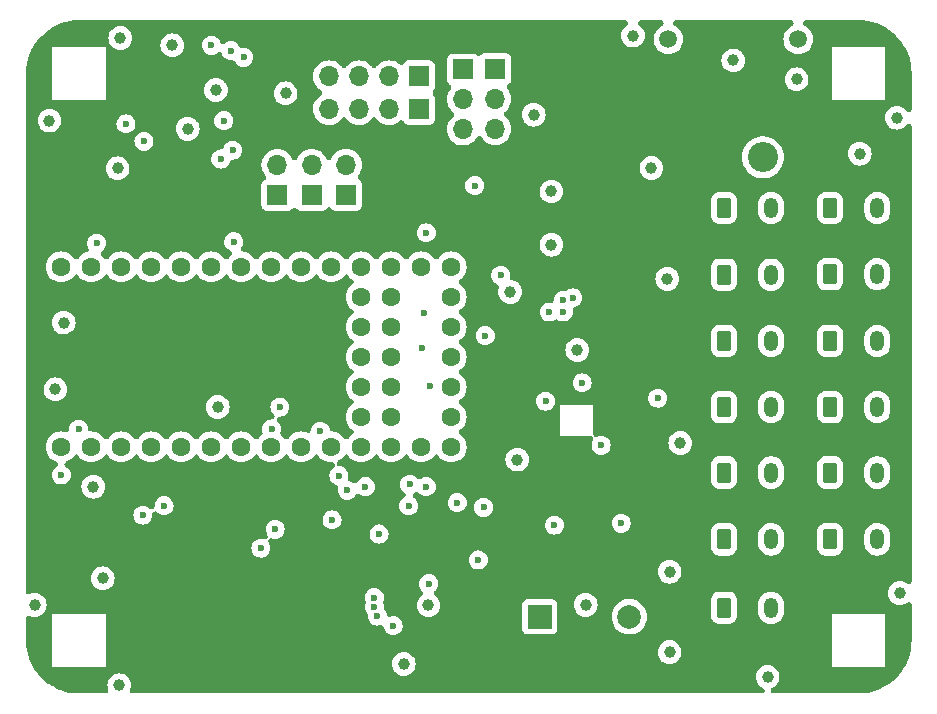
<source format=gbr>
%TF.GenerationSoftware,KiCad,Pcbnew,8.0.8*%
%TF.CreationDate,2025-01-26T21:38:22+07:00*%
%TF.ProjectId,Teensy4.0,5465656e-7379-4342-9e30-2e6b69636164,rev?*%
%TF.SameCoordinates,Original*%
%TF.FileFunction,Copper,L2,Inr*%
%TF.FilePolarity,Positive*%
%FSLAX46Y46*%
G04 Gerber Fmt 4.6, Leading zero omitted, Abs format (unit mm)*
G04 Created by KiCad (PCBNEW 8.0.8) date 2025-01-26 21:38:22*
%MOMM*%
%LPD*%
G01*
G04 APERTURE LIST*
G04 Aperture macros list*
%AMRoundRect*
0 Rectangle with rounded corners*
0 $1 Rounding radius*
0 $2 $3 $4 $5 $6 $7 $8 $9 X,Y pos of 4 corners*
0 Add a 4 corners polygon primitive as box body*
4,1,4,$2,$3,$4,$5,$6,$7,$8,$9,$2,$3,0*
0 Add four circle primitives for the rounded corners*
1,1,$1+$1,$2,$3*
1,1,$1+$1,$4,$5*
1,1,$1+$1,$6,$7*
1,1,$1+$1,$8,$9*
0 Add four rect primitives between the rounded corners*
20,1,$1+$1,$2,$3,$4,$5,0*
20,1,$1+$1,$4,$5,$6,$7,0*
20,1,$1+$1,$6,$7,$8,$9,0*
20,1,$1+$1,$8,$9,$2,$3,0*%
G04 Aperture macros list end*
%TA.AperFunction,ComponentPad*%
%ADD10C,1.600000*%
%TD*%
%TA.AperFunction,ComponentPad*%
%ADD11RoundRect,0.250000X-0.350000X-0.625000X0.350000X-0.625000X0.350000X0.625000X-0.350000X0.625000X0*%
%TD*%
%TA.AperFunction,ComponentPad*%
%ADD12O,1.200000X1.750000*%
%TD*%
%TA.AperFunction,ComponentPad*%
%ADD13R,2.000000X2.000000*%
%TD*%
%TA.AperFunction,ComponentPad*%
%ADD14C,2.000000*%
%TD*%
%TA.AperFunction,ComponentPad*%
%ADD15R,1.700000X1.700000*%
%TD*%
%TA.AperFunction,ComponentPad*%
%ADD16O,1.700000X1.700000*%
%TD*%
%TA.AperFunction,ComponentPad*%
%ADD17C,2.550000*%
%TD*%
%TA.AperFunction,ComponentPad*%
%ADD18R,2.550000X2.550000*%
%TD*%
%TA.AperFunction,ComponentPad*%
%ADD19C,1.508000*%
%TD*%
%TA.AperFunction,ViaPad*%
%ADD20C,1.000000*%
%TD*%
%TA.AperFunction,ViaPad*%
%ADD21C,0.600000*%
%TD*%
G04 APERTURE END LIST*
D10*
%TO.N,GND*%
%TO.C,U1*%
X107490000Y-105620000D03*
%TO.N,/servo_rx*%
X110030000Y-105620000D03*
%TO.N,/servo_tx*%
X112570000Y-105620000D03*
%TO.N,/servo_dir*%
X115110000Y-105620000D03*
%TO.N,/button*%
X117650000Y-105620000D03*
%TO.N,/buzzer*%
X120190000Y-105620000D03*
%TO.N,unconnected-(U1-5_IN2-Pad7)*%
X122730000Y-105620000D03*
%TO.N,/LORA_IRQ*%
X125270000Y-105620000D03*
%TO.N,/serial_rx2*%
X127810000Y-105620000D03*
%TO.N,/serial_tx2*%
X130350000Y-105620000D03*
%TO.N,/LORA_CE*%
X132890000Y-105620000D03*
%TO.N,/LORA_CSN*%
X135430000Y-105620000D03*
%TO.N,/LORA_MOSI*%
X137970000Y-105620000D03*
%TO.N,/LORA_MISO*%
X140510000Y-105620000D03*
%TO.N,unconnected-(U1-VBAT-Pad15)*%
X140510000Y-103080000D03*
%TO.N,unconnected-(U1-3V3-Pad16)*%
X140510000Y-100540000D03*
%TO.N,GND*%
X140510000Y-98000000D03*
%TO.N,unconnected-(U1-PROGRAM-Pad18)*%
X140510000Y-95460000D03*
%TO.N,unconnected-(U1-ON_OFF-Pad19)*%
X140510000Y-92920000D03*
%TO.N,/LORA_SCK*%
X140510000Y-90380000D03*
%TO.N,/serial_tx3*%
X137970000Y-90380000D03*
%TO.N,/serial_rx3*%
X135430000Y-90380000D03*
%TO.N,/serial_rx4*%
X132890000Y-90380000D03*
%TO.N,/serial_tx4*%
X130350000Y-90380000D03*
%TO.N,/SDA*%
X127810000Y-90380000D03*
%TO.N,/SCL*%
X125270000Y-90380000D03*
%TO.N,/ICM_INT*%
X122730000Y-90380000D03*
%TO.N,unconnected-(U1-21_A7_RX5_BCLK1-Pad28)*%
X120190000Y-90380000D03*
%TO.N,unconnected-(U1-22_A8_CTX1-Pad29)*%
X117650000Y-90380000D03*
%TO.N,unconnected-(U1-23_A9_CRX1_MCLK1-Pad30)*%
X115110000Y-90380000D03*
%TO.N,+3V3*%
X112570000Y-90380000D03*
%TO.N,GND*%
X110030000Y-90380000D03*
%TO.N,+5V*%
X107490000Y-90380000D03*
%TO.N,Net-(J1-Pin_1)*%
X135430000Y-92920000D03*
%TO.N,Net-(J1-Pin_2)*%
X132890000Y-92920000D03*
%TO.N,Net-(J1-Pin_3)*%
X135430000Y-95460000D03*
%TO.N,Net-(J1-Pin_4)*%
X132890000Y-95460000D03*
%TO.N,Net-(J2-Pin_1)*%
X135430000Y-98000000D03*
%TO.N,Net-(J2-Pin_2)*%
X132890000Y-98000000D03*
%TO.N,Net-(J2-Pin_3)*%
X135430000Y-100540000D03*
%TO.N,Net-(J2-Pin_4)*%
X132890000Y-100540000D03*
%TO.N,unconnected-(U1-32_OUT1B-Pad43)*%
X135430000Y-103080000D03*
%TO.N,unconnected-(U1-33_MCLK2-Pad44)*%
X132890000Y-103080000D03*
%TD*%
D11*
%TO.N,GND*%
%TO.C,servo1*%
X172600000Y-102250000D03*
D12*
%TO.N,VCC*%
X174600000Y-102250000D03*
%TO.N,Net-(IC2-A2)*%
X176600000Y-102250000D03*
%TD*%
D13*
%TO.N,+5V*%
%TO.C,BZ1*%
X148000000Y-120000000D03*
D14*
%TO.N,Net-(BZ1--)*%
X155600000Y-120000000D03*
%TD*%
D15*
%TO.N,Net-(J1-Pin_1)*%
%TO.C,J1*%
X137790000Y-74250000D03*
D16*
%TO.N,Net-(J1-Pin_2)*%
X135250000Y-74250000D03*
%TO.N,Net-(J1-Pin_3)*%
X132710000Y-74250000D03*
%TO.N,Net-(J1-Pin_4)*%
X130170000Y-74250000D03*
%TD*%
D11*
%TO.N,GND*%
%TO.C,servo13*%
X172600000Y-96650000D03*
D12*
%TO.N,VCC*%
X174600000Y-96650000D03*
%TO.N,Net-(IC2-A2)*%
X176600000Y-96650000D03*
%TD*%
D11*
%TO.N,GND*%
%TO.C,servo11*%
X172600000Y-85400000D03*
D12*
%TO.N,VCC*%
X174600000Y-85400000D03*
%TO.N,Net-(IC2-A2)*%
X176600000Y-85400000D03*
%TD*%
D11*
%TO.N,GND*%
%TO.C,servo5*%
X163600000Y-107800000D03*
D12*
%TO.N,VCC*%
X165600000Y-107800000D03*
%TO.N,Net-(IC2-A2)*%
X167600000Y-107800000D03*
%TD*%
D11*
%TO.N,GND*%
%TO.C,servo4*%
X163600000Y-119250000D03*
D12*
%TO.N,VCC*%
X165600000Y-119250000D03*
%TO.N,Net-(IC2-A2)*%
X167600000Y-119250000D03*
%TD*%
D15*
%TO.N,+5V*%
%TO.C,5V*%
X144250000Y-73630000D03*
D16*
X144250000Y-76170000D03*
X144250000Y-78710000D03*
%TD*%
D11*
%TO.N,GND*%
%TO.C,servo2*%
X163600000Y-113450000D03*
D12*
%TO.N,VCC*%
X165600000Y-113450000D03*
%TO.N,Net-(IC2-A2)*%
X167600000Y-113450000D03*
%TD*%
D15*
%TO.N,/serial_rx4*%
%TO.C,S4*%
X125800000Y-84300000D03*
D16*
%TO.N,/serial_tx4*%
X125800000Y-81760000D03*
%TD*%
D11*
%TO.N,GND*%
%TO.C,servo10*%
X163600000Y-102250000D03*
D12*
%TO.N,VCC*%
X165600000Y-102250000D03*
%TO.N,Net-(IC2-A2)*%
X167600000Y-102250000D03*
%TD*%
D15*
%TO.N,/serial_rx2*%
%TO.C,S2*%
X131600000Y-84275000D03*
D16*
%TO.N,/serial_tx2*%
X131600000Y-81735000D03*
%TD*%
D11*
%TO.N,GND*%
%TO.C,servo3*%
X163600000Y-96650000D03*
D12*
%TO.N,VCC*%
X165600000Y-96650000D03*
%TO.N,Net-(IC2-A2)*%
X167600000Y-96650000D03*
%TD*%
D11*
%TO.N,GND*%
%TO.C,servo9*%
X172600000Y-91000000D03*
D12*
%TO.N,VCC*%
X174600000Y-91000000D03*
%TO.N,Net-(IC2-A2)*%
X176600000Y-91000000D03*
%TD*%
D15*
%TO.N,Net-(J2-Pin_1)*%
%TO.C,J2*%
X137790000Y-77000000D03*
D16*
%TO.N,Net-(J2-Pin_2)*%
X135250000Y-77000000D03*
%TO.N,Net-(J2-Pin_3)*%
X132710000Y-77000000D03*
%TO.N,Net-(J2-Pin_4)*%
X130170000Y-77000000D03*
%TD*%
D15*
%TO.N,/serial_rx3*%
%TO.C,S3*%
X128700000Y-84300000D03*
D16*
%TO.N,/serial_tx3*%
X128700000Y-81760000D03*
%TD*%
D17*
%TO.N,GND*%
%TO.C,Main Power*%
X166900000Y-81105750D03*
D18*
%TO.N,VCC*%
X161900000Y-81105750D03*
D19*
%TO.N,N/C*%
X169900000Y-71105750D03*
X158900000Y-71105750D03*
%TD*%
D11*
%TO.N,GND*%
%TO.C,servo12*%
X163600000Y-91050000D03*
D12*
%TO.N,VCC*%
X165600000Y-91050000D03*
%TO.N,Net-(IC2-A2)*%
X167600000Y-91050000D03*
%TD*%
D11*
%TO.N,GND*%
%TO.C,servo8*%
X172600000Y-113450000D03*
D12*
%TO.N,VCC*%
X174600000Y-113450000D03*
%TO.N,Net-(IC2-A2)*%
X176600000Y-113450000D03*
%TD*%
D11*
%TO.N,GND*%
%TO.C,servo6*%
X163600000Y-85400000D03*
D12*
%TO.N,VCC*%
X165600000Y-85400000D03*
%TO.N,Net-(IC2-A2)*%
X167600000Y-85400000D03*
%TD*%
D11*
%TO.N,GND*%
%TO.C,servo7*%
X172600000Y-107800000D03*
D12*
%TO.N,VCC*%
X174600000Y-107800000D03*
%TO.N,Net-(IC2-A2)*%
X176600000Y-107800000D03*
%TD*%
D15*
%TO.N,GND*%
%TO.C,GND*%
X141500000Y-73670000D03*
D16*
X141500000Y-76210000D03*
X141500000Y-78750000D03*
%TD*%
D20*
%TO.N,+5V*%
X157461715Y-82005718D03*
D21*
X141025000Y-110350000D03*
X121864000Y-72080000D03*
D20*
X116900000Y-71625002D03*
D21*
X112973718Y-78273718D03*
D20*
%TO.N,GND*%
X169750000Y-74500000D03*
D21*
X122000000Y-80500000D03*
X148800000Y-94200000D03*
X143250000Y-110750000D03*
X138000000Y-97250000D03*
X142500000Y-83500000D03*
D20*
X120586890Y-75413110D03*
X112268000Y-82042000D03*
D21*
X131000000Y-108050000D03*
D20*
X138587499Y-119031000D03*
X149000000Y-88500000D03*
D21*
X107500000Y-108000000D03*
X154900000Y-112100000D03*
D20*
X151178000Y-97422000D03*
X120750000Y-102250000D03*
X112500000Y-71000000D03*
X111000000Y-116750000D03*
X158800000Y-91400000D03*
X136500000Y-124000000D03*
X167300000Y-125100000D03*
D21*
X122936000Y-72644000D03*
D20*
X106500000Y-78000000D03*
X175100000Y-80800000D03*
D21*
X134400000Y-113000000D03*
X114500000Y-79750000D03*
D20*
X149000000Y-84000000D03*
D21*
X135600500Y-120762000D03*
D20*
X107000000Y-100750000D03*
X146100000Y-106700000D03*
D21*
X108966000Y-104140000D03*
D20*
X147500000Y-77500000D03*
D21*
X148500000Y-101750000D03*
D20*
X112400000Y-125800000D03*
X159900000Y-105300000D03*
X110200000Y-109000000D03*
X178250000Y-77750000D03*
D21*
X158000000Y-101500000D03*
X116200000Y-110600000D03*
X114400000Y-111400000D03*
X138600000Y-117200000D03*
X138750000Y-100500000D03*
X142800000Y-115200000D03*
X121000000Y-81250000D03*
D20*
X151900000Y-119000000D03*
X105250000Y-119000000D03*
X145500000Y-92500000D03*
X155900000Y-70800000D03*
X107700000Y-95100000D03*
X126492000Y-75692000D03*
D21*
X149250000Y-112250000D03*
X120211218Y-71625002D03*
D20*
X178500000Y-118000000D03*
X164400000Y-72900000D03*
X159000000Y-123000000D03*
D21*
X121250000Y-78000000D03*
X110490000Y-88392000D03*
D20*
X118200000Y-78700000D03*
X159000000Y-116200000D03*
D21*
%TO.N,+3V3*%
X138400000Y-109000000D03*
X136906000Y-110600000D03*
%TO.N,+1V8*%
X143400000Y-96200000D03*
X144700000Y-91100000D03*
%TO.N,Net-(J2-Pin_1)*%
X138400000Y-87500000D03*
X138200000Y-94300000D03*
%TO.N,/SDA*%
X150000000Y-94200000D03*
%TO.N,/SCL*%
X150000000Y-93200000D03*
%TO.N,/buzzer*%
X129422527Y-104303287D03*
X125302818Y-104097182D03*
X137000000Y-108800000D03*
%TO.N,/serial_rx2*%
X122100000Y-88250000D03*
%TO.N,/LORA_CSN*%
X133250000Y-109000000D03*
X130424265Y-111800000D03*
%TO.N,/servo_tx*%
X134000000Y-119181250D03*
%TO.N,/LORA_SCK*%
X126000000Y-102250000D03*
%TO.N,/servo_dir*%
X134000000Y-118381247D03*
%TO.N,/servo_rx*%
X134255515Y-119944485D03*
%TO.N,/LORA_CE*%
X124400000Y-114200000D03*
X131700000Y-109300000D03*
%TO.N,/LORA_IRQ*%
X125600000Y-112600000D03*
%TO.N,/ICM_INT*%
X150800000Y-93000000D03*
%TO.N,/INT_1V8*%
X153200000Y-105500000D03*
X151600000Y-100200000D03*
%TD*%
%TA.AperFunction,Conductor*%
%TO.N,VCC*%
G36*
X112492538Y-69509206D02*
G01*
X112551231Y-69500500D01*
X155214714Y-69500500D01*
X155310002Y-69519454D01*
X155390784Y-69573430D01*
X155444760Y-69654212D01*
X155463714Y-69749500D01*
X155444760Y-69844788D01*
X155390784Y-69925570D01*
X155350431Y-69955497D01*
X155351632Y-69957294D01*
X155341467Y-69964085D01*
X155189120Y-70089114D01*
X155189114Y-70089120D01*
X155064088Y-70241463D01*
X154971188Y-70415266D01*
X154971185Y-70415274D01*
X154913975Y-70603868D01*
X154894659Y-70800000D01*
X154913975Y-70996131D01*
X154971185Y-71184725D01*
X154971188Y-71184733D01*
X155064088Y-71358536D01*
X155121394Y-71428363D01*
X155189117Y-71510883D01*
X155275936Y-71582134D01*
X155341463Y-71635911D01*
X155515266Y-71728811D01*
X155515270Y-71728812D01*
X155515273Y-71728814D01*
X155703868Y-71786024D01*
X155900000Y-71805341D01*
X156096132Y-71786024D01*
X156284727Y-71728814D01*
X156458538Y-71635910D01*
X156610883Y-71510883D01*
X156735910Y-71358538D01*
X156759136Y-71315085D01*
X156828811Y-71184733D01*
X156828811Y-71184731D01*
X156828814Y-71184727D01*
X156886024Y-70996132D01*
X156905341Y-70800000D01*
X156886024Y-70603868D01*
X156828814Y-70415273D01*
X156828812Y-70415270D01*
X156828811Y-70415266D01*
X156735911Y-70241463D01*
X156653524Y-70141075D01*
X156610883Y-70089117D01*
X156458538Y-69964090D01*
X156458532Y-69964085D01*
X156448368Y-69957294D01*
X156450193Y-69954561D01*
X156392801Y-69907457D01*
X156347005Y-69821773D01*
X156337486Y-69725085D01*
X156365692Y-69632115D01*
X156427329Y-69557015D01*
X156513013Y-69511219D01*
X156585286Y-69500500D01*
X158250905Y-69500500D01*
X158346193Y-69519454D01*
X158426975Y-69573430D01*
X158480951Y-69654212D01*
X158499905Y-69749500D01*
X158480951Y-69844788D01*
X158426975Y-69925570D01*
X158356138Y-69975169D01*
X158308677Y-69997301D01*
X158270354Y-70015171D01*
X158270349Y-70015174D01*
X158090544Y-70141075D01*
X157935325Y-70296294D01*
X157809424Y-70476099D01*
X157809423Y-70476100D01*
X157716650Y-70675053D01*
X157716649Y-70675056D01*
X157659841Y-70887066D01*
X157659839Y-70887072D01*
X157659839Y-70887076D01*
X157640708Y-71105750D01*
X157657232Y-71294630D01*
X157659839Y-71324421D01*
X157659841Y-71324433D01*
X157716649Y-71536443D01*
X157716650Y-71536446D01*
X157716652Y-71536451D01*
X157716653Y-71536453D01*
X157809421Y-71735396D01*
X157935326Y-71915207D01*
X158090543Y-72070424D01*
X158270354Y-72196329D01*
X158469297Y-72289097D01*
X158469301Y-72289098D01*
X158469303Y-72289099D01*
X158469306Y-72289100D01*
X158582764Y-72319501D01*
X158681326Y-72345911D01*
X158900000Y-72365042D01*
X159118674Y-72345911D01*
X159255940Y-72309129D01*
X159330693Y-72289100D01*
X159330696Y-72289099D01*
X159330696Y-72289098D01*
X159330703Y-72289097D01*
X159529646Y-72196329D01*
X159709457Y-72070424D01*
X159864674Y-71915207D01*
X159990579Y-71735396D01*
X160083347Y-71536453D01*
X160140161Y-71324424D01*
X160159292Y-71105750D01*
X160140161Y-70887076D01*
X160113905Y-70789090D01*
X160083350Y-70675056D01*
X160083349Y-70675053D01*
X160083348Y-70675051D01*
X160083347Y-70675047D01*
X159990579Y-70476104D01*
X159864674Y-70296293D01*
X159709457Y-70141076D01*
X159529646Y-70015171D01*
X159443862Y-69975169D01*
X159365513Y-69917722D01*
X159315112Y-69834664D01*
X159300332Y-69738639D01*
X159323424Y-69644269D01*
X159380873Y-69565918D01*
X159463931Y-69515517D01*
X159549095Y-69500500D01*
X169250905Y-69500500D01*
X169346193Y-69519454D01*
X169426975Y-69573430D01*
X169480951Y-69654212D01*
X169499905Y-69749500D01*
X169480951Y-69844788D01*
X169426975Y-69925570D01*
X169356138Y-69975169D01*
X169308677Y-69997301D01*
X169270354Y-70015171D01*
X169270349Y-70015174D01*
X169090544Y-70141075D01*
X168935325Y-70296294D01*
X168809424Y-70476099D01*
X168809423Y-70476100D01*
X168716650Y-70675053D01*
X168716649Y-70675056D01*
X168659841Y-70887066D01*
X168659839Y-70887072D01*
X168659839Y-70887076D01*
X168640708Y-71105750D01*
X168657232Y-71294630D01*
X168659839Y-71324421D01*
X168659841Y-71324433D01*
X168716649Y-71536443D01*
X168716650Y-71536446D01*
X168716652Y-71536451D01*
X168716653Y-71536453D01*
X168809421Y-71735396D01*
X168935326Y-71915207D01*
X169090543Y-72070424D01*
X169270354Y-72196329D01*
X169469297Y-72289097D01*
X169469301Y-72289098D01*
X169469303Y-72289099D01*
X169469306Y-72289100D01*
X169582764Y-72319501D01*
X169681326Y-72345911D01*
X169900000Y-72365042D01*
X170118674Y-72345911D01*
X170255940Y-72309129D01*
X170330693Y-72289100D01*
X170330696Y-72289099D01*
X170330696Y-72289098D01*
X170330703Y-72289097D01*
X170529646Y-72196329D01*
X170709457Y-72070424D01*
X170864674Y-71915207D01*
X170990579Y-71735396D01*
X171083347Y-71536453D01*
X171140161Y-71324424D01*
X171159292Y-71105750D01*
X171140161Y-70887076D01*
X171113905Y-70789090D01*
X171083350Y-70675056D01*
X171083349Y-70675053D01*
X171083348Y-70675051D01*
X171083347Y-70675047D01*
X170990579Y-70476104D01*
X170864674Y-70296293D01*
X170709457Y-70141076D01*
X170529646Y-70015171D01*
X170443862Y-69975169D01*
X170365513Y-69917722D01*
X170315112Y-69834664D01*
X170300332Y-69738639D01*
X170323424Y-69644269D01*
X170380873Y-69565918D01*
X170463931Y-69515517D01*
X170549095Y-69500500D01*
X174934108Y-69500500D01*
X174994567Y-69500500D01*
X175005428Y-69500737D01*
X175381306Y-69517148D01*
X175402917Y-69519038D01*
X175758999Y-69565918D01*
X175770552Y-69567439D01*
X175791943Y-69571211D01*
X175857737Y-69585797D01*
X176153956Y-69651467D01*
X176174908Y-69657081D01*
X176528566Y-69768588D01*
X176548954Y-69776009D01*
X176891534Y-69917910D01*
X176911208Y-69927085D01*
X177240111Y-70098302D01*
X177258918Y-70109160D01*
X177571643Y-70308386D01*
X177589424Y-70320837D01*
X177791767Y-70476100D01*
X177883600Y-70546566D01*
X177900237Y-70560526D01*
X177964771Y-70619661D01*
X178173611Y-70811028D01*
X178188971Y-70826388D01*
X178439470Y-71099759D01*
X178453431Y-71116397D01*
X178590194Y-71294630D01*
X178679157Y-71410568D01*
X178691616Y-71428361D01*
X178705516Y-71450180D01*
X178890837Y-71741077D01*
X178901697Y-71759888D01*
X179072914Y-72088791D01*
X179082093Y-72108476D01*
X179155588Y-72285908D01*
X179223985Y-72451032D01*
X179231415Y-72471445D01*
X179342914Y-72825076D01*
X179348536Y-72846058D01*
X179428788Y-73208056D01*
X179432560Y-73229447D01*
X179480959Y-73597066D01*
X179482852Y-73618706D01*
X179499263Y-73994570D01*
X179499500Y-74005432D01*
X179499500Y-76999514D01*
X179480546Y-77094802D01*
X179426570Y-77175584D01*
X179345788Y-77229560D01*
X179250500Y-77248514D01*
X179155212Y-77229560D01*
X179074430Y-77175584D01*
X179058021Y-77157479D01*
X178987201Y-77071186D01*
X178960883Y-77039117D01*
X178808538Y-76914090D01*
X178808539Y-76914090D01*
X178808536Y-76914088D01*
X178634733Y-76821188D01*
X178634725Y-76821185D01*
X178446131Y-76763975D01*
X178250000Y-76744659D01*
X178053868Y-76763975D01*
X177865274Y-76821185D01*
X177865266Y-76821188D01*
X177691463Y-76914088D01*
X177539120Y-77039114D01*
X177539114Y-77039120D01*
X177414088Y-77191463D01*
X177321188Y-77365266D01*
X177321185Y-77365274D01*
X177263975Y-77553868D01*
X177244659Y-77750000D01*
X177263975Y-77946131D01*
X177321185Y-78134725D01*
X177321188Y-78134733D01*
X177414088Y-78308536D01*
X177452761Y-78355659D01*
X177539117Y-78460883D01*
X177587372Y-78500485D01*
X177691463Y-78585911D01*
X177865266Y-78678811D01*
X177865270Y-78678812D01*
X177865273Y-78678814D01*
X178053868Y-78736024D01*
X178250000Y-78755341D01*
X178446132Y-78736024D01*
X178634727Y-78678814D01*
X178738686Y-78623247D01*
X178808536Y-78585911D01*
X178808535Y-78585911D01*
X178808538Y-78585910D01*
X178960883Y-78460883D01*
X179047239Y-78355659D01*
X179058021Y-78342521D01*
X179133123Y-78280886D01*
X179226094Y-78252684D01*
X179322781Y-78262207D01*
X179408464Y-78308006D01*
X179470099Y-78383108D01*
X179498301Y-78476079D01*
X179499500Y-78500485D01*
X179499500Y-116999512D01*
X179480546Y-117094800D01*
X179426570Y-117175582D01*
X179345788Y-117229558D01*
X179250500Y-117248512D01*
X179155212Y-117229558D01*
X179092535Y-117191991D01*
X179085264Y-117186024D01*
X179058538Y-117164090D01*
X179058539Y-117164090D01*
X179058536Y-117164088D01*
X178884733Y-117071188D01*
X178884725Y-117071185D01*
X178696131Y-117013975D01*
X178500000Y-116994659D01*
X178303868Y-117013975D01*
X178115274Y-117071185D01*
X178115266Y-117071188D01*
X177941463Y-117164088D01*
X177789120Y-117289114D01*
X177789114Y-117289120D01*
X177664088Y-117441463D01*
X177571188Y-117615266D01*
X177571185Y-117615274D01*
X177513975Y-117803868D01*
X177494659Y-118000000D01*
X177513975Y-118196131D01*
X177571185Y-118384725D01*
X177571188Y-118384733D01*
X177664088Y-118558536D01*
X177677594Y-118574993D01*
X177789117Y-118710883D01*
X177874417Y-118780887D01*
X177941463Y-118835911D01*
X178115266Y-118928811D01*
X178115270Y-118928812D01*
X178115273Y-118928814D01*
X178303868Y-118986024D01*
X178500000Y-119005341D01*
X178696132Y-118986024D01*
X178884727Y-118928814D01*
X178960378Y-118888378D01*
X179015085Y-118859136D01*
X179058538Y-118835910D01*
X179092536Y-118808008D01*
X179178215Y-118762210D01*
X179274902Y-118752686D01*
X179367874Y-118780887D01*
X179442977Y-118842520D01*
X179488777Y-118928202D01*
X179499500Y-119000487D01*
X179499500Y-121994567D01*
X179499263Y-122005429D01*
X179482852Y-122381293D01*
X179480959Y-122402933D01*
X179432560Y-122770552D01*
X179428788Y-122791943D01*
X179348536Y-123153941D01*
X179342914Y-123174923D01*
X179231415Y-123528554D01*
X179223985Y-123548967D01*
X179082095Y-123891520D01*
X179072914Y-123911208D01*
X178901697Y-124240111D01*
X178890837Y-124258922D01*
X178691617Y-124571636D01*
X178679157Y-124589431D01*
X178453433Y-124883600D01*
X178439470Y-124900240D01*
X178188971Y-125173611D01*
X178173611Y-125188971D01*
X177900240Y-125439470D01*
X177883600Y-125453433D01*
X177589431Y-125679157D01*
X177571636Y-125691617D01*
X177258922Y-125890837D01*
X177240111Y-125901697D01*
X176911208Y-126072914D01*
X176891520Y-126082095D01*
X176548967Y-126223985D01*
X176528554Y-126231415D01*
X176174923Y-126342914D01*
X176153941Y-126348536D01*
X175791943Y-126428788D01*
X175770552Y-126432560D01*
X175402933Y-126480959D01*
X175381293Y-126482852D01*
X175042023Y-126497665D01*
X175005427Y-126499263D01*
X174994567Y-126499500D01*
X167798200Y-126499500D01*
X167702912Y-126480546D01*
X167622130Y-126426570D01*
X167568154Y-126345788D01*
X167549200Y-126250500D01*
X167568154Y-126155212D01*
X167622130Y-126074430D01*
X167680822Y-126030902D01*
X167858536Y-125935911D01*
X167858535Y-125935911D01*
X167858538Y-125935910D01*
X168010883Y-125810883D01*
X168135910Y-125658538D01*
X168228814Y-125484727D01*
X168286024Y-125296132D01*
X168305341Y-125100000D01*
X168286024Y-124903868D01*
X168228814Y-124715273D01*
X168228812Y-124715270D01*
X168228811Y-124715266D01*
X168135911Y-124541463D01*
X168100955Y-124498870D01*
X168010883Y-124389117D01*
X167858538Y-124264090D01*
X167858539Y-124264090D01*
X167858536Y-124264088D01*
X167832179Y-124250000D01*
X172750000Y-124250000D01*
X172750001Y-124250000D01*
X177249999Y-124250000D01*
X177250000Y-124250000D01*
X177250000Y-119750000D01*
X172750000Y-119750000D01*
X172750000Y-124250000D01*
X167832179Y-124250000D01*
X167684733Y-124171188D01*
X167684725Y-124171185D01*
X167496131Y-124113975D01*
X167300000Y-124094659D01*
X167103868Y-124113975D01*
X166915274Y-124171185D01*
X166915266Y-124171188D01*
X166741463Y-124264088D01*
X166589120Y-124389114D01*
X166589114Y-124389120D01*
X166464088Y-124541463D01*
X166371188Y-124715266D01*
X166371185Y-124715274D01*
X166313975Y-124903868D01*
X166294659Y-125100000D01*
X166313975Y-125296131D01*
X166371185Y-125484725D01*
X166371188Y-125484733D01*
X166464088Y-125658536D01*
X166486443Y-125685775D01*
X166589117Y-125810883D01*
X166686541Y-125890837D01*
X166741463Y-125935911D01*
X166919178Y-126030902D01*
X166994280Y-126092536D01*
X167040078Y-126178220D01*
X167049601Y-126274907D01*
X167021398Y-126367878D01*
X166959764Y-126442980D01*
X166874080Y-126488778D01*
X166801800Y-126499500D01*
X113569066Y-126499500D01*
X113473778Y-126480546D01*
X113392996Y-126426570D01*
X113339020Y-126345788D01*
X113320066Y-126250500D01*
X113330788Y-126178219D01*
X113337767Y-126155212D01*
X113386024Y-125996132D01*
X113405341Y-125800000D01*
X113386024Y-125603868D01*
X113328814Y-125415273D01*
X113328812Y-125415270D01*
X113328811Y-125415266D01*
X113235911Y-125241463D01*
X113200955Y-125198870D01*
X113110883Y-125089117D01*
X112958538Y-124964090D01*
X112958539Y-124964090D01*
X112958536Y-124964088D01*
X112784733Y-124871188D01*
X112784725Y-124871185D01*
X112596131Y-124813975D01*
X112400000Y-124794659D01*
X112203868Y-124813975D01*
X112015274Y-124871185D01*
X112015266Y-124871188D01*
X111841463Y-124964088D01*
X111689120Y-125089114D01*
X111689114Y-125089120D01*
X111564088Y-125241463D01*
X111471188Y-125415266D01*
X111471185Y-125415274D01*
X111413975Y-125603868D01*
X111394659Y-125800000D01*
X111413975Y-125996131D01*
X111469212Y-126178219D01*
X111478735Y-126274906D01*
X111450533Y-126367877D01*
X111388898Y-126442979D01*
X111303215Y-126488778D01*
X111230934Y-126499500D01*
X109005433Y-126499500D01*
X108994572Y-126499263D01*
X108618707Y-126482852D01*
X108597066Y-126480959D01*
X108229447Y-126432560D01*
X108208056Y-126428788D01*
X107846058Y-126348536D01*
X107825076Y-126342914D01*
X107471445Y-126231415D01*
X107451032Y-126223985D01*
X107356255Y-126184727D01*
X107108476Y-126082093D01*
X107088791Y-126072914D01*
X106759888Y-125901697D01*
X106741077Y-125890837D01*
X106428363Y-125691617D01*
X106410568Y-125679157D01*
X106157179Y-125484725D01*
X106116397Y-125453431D01*
X106099759Y-125439470D01*
X105826388Y-125188971D01*
X105811028Y-125173611D01*
X105586710Y-124928811D01*
X105560526Y-124900237D01*
X105546566Y-124883600D01*
X105537042Y-124871188D01*
X105320837Y-124589424D01*
X105308382Y-124571636D01*
X105300036Y-124558536D01*
X105109160Y-124258918D01*
X105104011Y-124250000D01*
X106750000Y-124250000D01*
X106750001Y-124250000D01*
X111249999Y-124250000D01*
X111250000Y-124250000D01*
X111250000Y-124000000D01*
X135494659Y-124000000D01*
X135513975Y-124196131D01*
X135571185Y-124384725D01*
X135571188Y-124384733D01*
X135664088Y-124558536D01*
X135664090Y-124558538D01*
X135789117Y-124710883D01*
X135891198Y-124794659D01*
X135941463Y-124835911D01*
X136115266Y-124928811D01*
X136115270Y-124928812D01*
X136115273Y-124928814D01*
X136303868Y-124986024D01*
X136500000Y-125005341D01*
X136696132Y-124986024D01*
X136884727Y-124928814D01*
X136969317Y-124883600D01*
X137058536Y-124835911D01*
X137058535Y-124835911D01*
X137058538Y-124835910D01*
X137210883Y-124710883D01*
X137335910Y-124558538D01*
X137426466Y-124389120D01*
X137428811Y-124384733D01*
X137428811Y-124384731D01*
X137428814Y-124384727D01*
X137486024Y-124196132D01*
X137505341Y-124000000D01*
X137486024Y-123803868D01*
X137428814Y-123615273D01*
X137428812Y-123615270D01*
X137428811Y-123615266D01*
X137335911Y-123441463D01*
X137289353Y-123384733D01*
X137210883Y-123289117D01*
X137058538Y-123164090D01*
X137058539Y-123164090D01*
X137058536Y-123164088D01*
X136884733Y-123071188D01*
X136884725Y-123071185D01*
X136696131Y-123013975D01*
X136554232Y-123000000D01*
X157994659Y-123000000D01*
X158013975Y-123196131D01*
X158071185Y-123384725D01*
X158071188Y-123384733D01*
X158164088Y-123558536D01*
X158164090Y-123558538D01*
X158289117Y-123710883D01*
X158398870Y-123800955D01*
X158441463Y-123835911D01*
X158615266Y-123928811D01*
X158615270Y-123928812D01*
X158615273Y-123928814D01*
X158803868Y-123986024D01*
X159000000Y-124005341D01*
X159196132Y-123986024D01*
X159384727Y-123928814D01*
X159417666Y-123911208D01*
X159558536Y-123835911D01*
X159558535Y-123835911D01*
X159558538Y-123835910D01*
X159710883Y-123710883D01*
X159835910Y-123558538D01*
X159898488Y-123441463D01*
X159928811Y-123384733D01*
X159928811Y-123384731D01*
X159928814Y-123384727D01*
X159986024Y-123196132D01*
X160005341Y-123000000D01*
X159986024Y-122803868D01*
X159928814Y-122615273D01*
X159928812Y-122615270D01*
X159928811Y-122615266D01*
X159835911Y-122441463D01*
X159710885Y-122289120D01*
X159710883Y-122289117D01*
X159558538Y-122164090D01*
X159558539Y-122164090D01*
X159558536Y-122164088D01*
X159384733Y-122071188D01*
X159384725Y-122071185D01*
X159196131Y-122013975D01*
X159000000Y-121994659D01*
X158803868Y-122013975D01*
X158615274Y-122071185D01*
X158615266Y-122071188D01*
X158441463Y-122164088D01*
X158289120Y-122289114D01*
X158289114Y-122289120D01*
X158164088Y-122441463D01*
X158071188Y-122615266D01*
X158071185Y-122615274D01*
X158013975Y-122803868D01*
X157994659Y-123000000D01*
X136554232Y-123000000D01*
X136500000Y-122994659D01*
X136303868Y-123013975D01*
X136115274Y-123071185D01*
X136115266Y-123071188D01*
X135941463Y-123164088D01*
X135789120Y-123289114D01*
X135789114Y-123289120D01*
X135664088Y-123441463D01*
X135571188Y-123615266D01*
X135571185Y-123615274D01*
X135513975Y-123803868D01*
X135494659Y-124000000D01*
X111250000Y-124000000D01*
X111250000Y-119750000D01*
X106750000Y-119750000D01*
X106750000Y-124250000D01*
X105104011Y-124250000D01*
X105098302Y-124240111D01*
X104927085Y-123911208D01*
X104917910Y-123891534D01*
X104776009Y-123548954D01*
X104768588Y-123528566D01*
X104657081Y-123174908D01*
X104651467Y-123153956D01*
X104571211Y-122791943D01*
X104567439Y-122770552D01*
X104524113Y-122441462D01*
X104519038Y-122402917D01*
X104517148Y-122381306D01*
X104500737Y-122005428D01*
X104500500Y-121994567D01*
X104500500Y-120149270D01*
X104519454Y-120053982D01*
X104573430Y-119973200D01*
X104654212Y-119919224D01*
X104749500Y-119900270D01*
X104844788Y-119919224D01*
X104863591Y-119928117D01*
X104865267Y-119928811D01*
X104865273Y-119928814D01*
X105053868Y-119986024D01*
X105250000Y-120005341D01*
X105446132Y-119986024D01*
X105634727Y-119928814D01*
X105641852Y-119925006D01*
X105808536Y-119835911D01*
X105808535Y-119835911D01*
X105808538Y-119835910D01*
X105960883Y-119710883D01*
X106085910Y-119558538D01*
X106178814Y-119384727D01*
X106236024Y-119196132D01*
X106255341Y-119000000D01*
X106236024Y-118803868D01*
X106178814Y-118615273D01*
X106178812Y-118615270D01*
X106178811Y-118615266D01*
X106085911Y-118441463D01*
X106039353Y-118384733D01*
X106036489Y-118381243D01*
X133194435Y-118381243D01*
X133194435Y-118381250D01*
X133214630Y-118560492D01*
X133214632Y-118560503D01*
X133263097Y-118699008D01*
X133276678Y-118795209D01*
X133263098Y-118863484D01*
X133214632Y-119001994D01*
X133214630Y-119002004D01*
X133194435Y-119181246D01*
X133194435Y-119181253D01*
X133214630Y-119360495D01*
X133214631Y-119360501D01*
X133214632Y-119360505D01*
X133274211Y-119530772D01*
X133274212Y-119530773D01*
X133274214Y-119530779D01*
X133370180Y-119683507D01*
X133370182Y-119683509D01*
X133370184Y-119683512D01*
X133383511Y-119696839D01*
X133437485Y-119777618D01*
X133456439Y-119872906D01*
X133454874Y-119900780D01*
X133452145Y-119925009D01*
X133449950Y-119944488D01*
X133470145Y-120123730D01*
X133470146Y-120123736D01*
X133470147Y-120123740D01*
X133529726Y-120294007D01*
X133529727Y-120294008D01*
X133529729Y-120294014D01*
X133625695Y-120446742D01*
X133625697Y-120446744D01*
X133625699Y-120446747D01*
X133753253Y-120574301D01*
X133753255Y-120574302D01*
X133753257Y-120574304D01*
X133905985Y-120670270D01*
X133905988Y-120670271D01*
X133905993Y-120670274D01*
X134076260Y-120729853D01*
X134076269Y-120729854D01*
X134255511Y-120750050D01*
X134255515Y-120750050D01*
X134255519Y-120750050D01*
X134395423Y-120734286D01*
X134434770Y-120729853D01*
X134483073Y-120712950D01*
X134579273Y-120699369D01*
X134673348Y-120723635D01*
X134750977Y-120782055D01*
X134800339Y-120865736D01*
X134812747Y-120920095D01*
X134815130Y-120941247D01*
X134815131Y-120941251D01*
X134815132Y-120941255D01*
X134874711Y-121111522D01*
X134874712Y-121111523D01*
X134874714Y-121111529D01*
X134970680Y-121264257D01*
X134970682Y-121264259D01*
X134970684Y-121264262D01*
X135098238Y-121391816D01*
X135098240Y-121391817D01*
X135098242Y-121391819D01*
X135250970Y-121487785D01*
X135250973Y-121487786D01*
X135250978Y-121487789D01*
X135421245Y-121547368D01*
X135421254Y-121547369D01*
X135600496Y-121567565D01*
X135600500Y-121567565D01*
X135600504Y-121567565D01*
X135740408Y-121551801D01*
X135779755Y-121547368D01*
X135950022Y-121487789D01*
X135950027Y-121487785D01*
X135950029Y-121487785D01*
X136102757Y-121391819D01*
X136102756Y-121391819D01*
X136102762Y-121391816D01*
X136230316Y-121264262D01*
X136326289Y-121111522D01*
X136385868Y-120941255D01*
X136394377Y-120865736D01*
X136406065Y-120762003D01*
X136406065Y-120761996D01*
X136385869Y-120582754D01*
X136385868Y-120582745D01*
X136326289Y-120412478D01*
X136326286Y-120412473D01*
X136326285Y-120412470D01*
X136230319Y-120259742D01*
X136230317Y-120259740D01*
X136230316Y-120259738D01*
X136102762Y-120132184D01*
X136102759Y-120132182D01*
X136102757Y-120132180D01*
X135950029Y-120036214D01*
X135950024Y-120036212D01*
X135950022Y-120036211D01*
X135779755Y-119976632D01*
X135779751Y-119976631D01*
X135779745Y-119976630D01*
X135600504Y-119956435D01*
X135600496Y-119956435D01*
X135421254Y-119976630D01*
X135421244Y-119976632D01*
X135372938Y-119993535D01*
X135276736Y-120007115D01*
X135182661Y-119982847D01*
X135105034Y-119924425D01*
X135055673Y-119840744D01*
X135043266Y-119786383D01*
X135042278Y-119777618D01*
X135040883Y-119765230D01*
X134981304Y-119594963D01*
X134981301Y-119594958D01*
X134981300Y-119594955D01*
X134885334Y-119442227D01*
X134885332Y-119442225D01*
X134885331Y-119442223D01*
X134872002Y-119428894D01*
X134818029Y-119348116D01*
X134799075Y-119252828D01*
X134800640Y-119224955D01*
X134805565Y-119181250D01*
X134788636Y-119031000D01*
X137582158Y-119031000D01*
X137601474Y-119227131D01*
X137658684Y-119415725D01*
X137658687Y-119415733D01*
X137751587Y-119589536D01*
X137756041Y-119594963D01*
X137876616Y-119741883D01*
X137905067Y-119765232D01*
X138028962Y-119866911D01*
X138202765Y-119959811D01*
X138202769Y-119959812D01*
X138202772Y-119959814D01*
X138391367Y-120017024D01*
X138587499Y-120036341D01*
X138783631Y-120017024D01*
X138972226Y-119959814D01*
X138995371Y-119947443D01*
X139146035Y-119866911D01*
X139146034Y-119866911D01*
X139146037Y-119866910D01*
X139298382Y-119741883D01*
X139423409Y-119589538D01*
X139465325Y-119511119D01*
X139516310Y-119415733D01*
X139516310Y-119415731D01*
X139516313Y-119415727D01*
X139573523Y-119227132D01*
X139592840Y-119031000D01*
X139585071Y-118952123D01*
X146499500Y-118952123D01*
X146499500Y-121047865D01*
X146499500Y-121047868D01*
X146499501Y-121047872D01*
X146501567Y-121067093D01*
X146505908Y-121107480D01*
X146505909Y-121107484D01*
X146507418Y-121111529D01*
X146556204Y-121242331D01*
X146642454Y-121357546D01*
X146757669Y-121443796D01*
X146892517Y-121494091D01*
X146952127Y-121500500D01*
X149047872Y-121500499D01*
X149107483Y-121494091D01*
X149242331Y-121443796D01*
X149357546Y-121357546D01*
X149443796Y-121242331D01*
X149494091Y-121107483D01*
X149500500Y-121047873D01*
X149500499Y-119000000D01*
X150894659Y-119000000D01*
X150913975Y-119196131D01*
X150971185Y-119384725D01*
X150971188Y-119384733D01*
X151064088Y-119558536D01*
X151089531Y-119589538D01*
X151189117Y-119710883D01*
X151275318Y-119781627D01*
X151341463Y-119835911D01*
X151515266Y-119928811D01*
X151515270Y-119928812D01*
X151515273Y-119928814D01*
X151703868Y-119986024D01*
X151900000Y-120005341D01*
X151954229Y-120000000D01*
X154094357Y-120000000D01*
X154114892Y-120247823D01*
X154114894Y-120247831D01*
X154174075Y-120481528D01*
X154175937Y-120488881D01*
X154200498Y-120544875D01*
X154255502Y-120670272D01*
X154275827Y-120716607D01*
X154284481Y-120729853D01*
X154411830Y-120924778D01*
X154411836Y-120924785D01*
X154580248Y-121107730D01*
X154580252Y-121107733D01*
X154580256Y-121107738D01*
X154580260Y-121107741D01*
X154580261Y-121107742D01*
X154776485Y-121260470D01*
X154776487Y-121260471D01*
X154776491Y-121260474D01*
X154995190Y-121378828D01*
X155064736Y-121402703D01*
X155230378Y-121459569D01*
X155230382Y-121459569D01*
X155230386Y-121459571D01*
X155475665Y-121500500D01*
X155724335Y-121500500D01*
X155969614Y-121459571D01*
X155969618Y-121459569D01*
X155969621Y-121459569D01*
X156059077Y-121428858D01*
X156204810Y-121378828D01*
X156423509Y-121260474D01*
X156619744Y-121107738D01*
X156788164Y-120924785D01*
X156791229Y-120920095D01*
X156820892Y-120874690D01*
X156924173Y-120716607D01*
X157024063Y-120488881D01*
X157085108Y-120247821D01*
X157105643Y-120000000D01*
X157085108Y-119752179D01*
X157024063Y-119511119D01*
X156924173Y-119283393D01*
X156857437Y-119181246D01*
X156788169Y-119075221D01*
X156788163Y-119075214D01*
X156619751Y-118892269D01*
X156619747Y-118892265D01*
X156619744Y-118892262D01*
X156619738Y-118892257D01*
X156423514Y-118739529D01*
X156423510Y-118739526D01*
X156423509Y-118739526D01*
X156346502Y-118697852D01*
X156204811Y-118621172D01*
X156070284Y-118574988D01*
X162499500Y-118574988D01*
X162499500Y-119925006D01*
X162510001Y-120027800D01*
X162541793Y-120123740D01*
X162565186Y-120194334D01*
X162657288Y-120343656D01*
X162781344Y-120467712D01*
X162930666Y-120559814D01*
X162930669Y-120559815D01*
X162930667Y-120559815D01*
X163094310Y-120614040D01*
X163097203Y-120614999D01*
X163199991Y-120625500D01*
X164000008Y-120625499D01*
X164102797Y-120614999D01*
X164269334Y-120559814D01*
X164418656Y-120467712D01*
X164542712Y-120343656D01*
X164634814Y-120194334D01*
X164689999Y-120027797D01*
X164700500Y-119925009D01*
X164700499Y-118888393D01*
X166499500Y-118888393D01*
X166499500Y-119611606D01*
X166499501Y-119611621D01*
X166523831Y-119765231D01*
X166526598Y-119782701D01*
X166549503Y-119853195D01*
X166580124Y-119947437D01*
X166580126Y-119947443D01*
X166658770Y-120101792D01*
X166760581Y-120241922D01*
X166760583Y-120241924D01*
X166760586Y-120241928D01*
X166883072Y-120364414D01*
X166883075Y-120364416D01*
X166883077Y-120364418D01*
X167023207Y-120466229D01*
X167023209Y-120466230D01*
X167023212Y-120466232D01*
X167177555Y-120544873D01*
X167342299Y-120598402D01*
X167513389Y-120625500D01*
X167513393Y-120625500D01*
X167686607Y-120625500D01*
X167686611Y-120625500D01*
X167857701Y-120598402D01*
X168022445Y-120544873D01*
X168176788Y-120466232D01*
X168316928Y-120364414D01*
X168439414Y-120241928D01*
X168541232Y-120101788D01*
X168619873Y-119947445D01*
X168673402Y-119782701D01*
X168700500Y-119611611D01*
X168700500Y-118888389D01*
X168673402Y-118717299D01*
X168619873Y-118552555D01*
X168541232Y-118398212D01*
X168541230Y-118398209D01*
X168541229Y-118398207D01*
X168439418Y-118258077D01*
X168439416Y-118258075D01*
X168439414Y-118258072D01*
X168316928Y-118135586D01*
X168316924Y-118135583D01*
X168316922Y-118135581D01*
X168176792Y-118033770D01*
X168022443Y-117955126D01*
X168022437Y-117955124D01*
X167928195Y-117924503D01*
X167857701Y-117901598D01*
X167857699Y-117901597D01*
X167857697Y-117901597D01*
X167686621Y-117874501D01*
X167686614Y-117874500D01*
X167686611Y-117874500D01*
X167513389Y-117874500D01*
X167513386Y-117874500D01*
X167513378Y-117874501D01*
X167342302Y-117901597D01*
X167177562Y-117955124D01*
X167177556Y-117955126D01*
X167023207Y-118033770D01*
X166883077Y-118135581D01*
X166760581Y-118258077D01*
X166658770Y-118398207D01*
X166580126Y-118552556D01*
X166580124Y-118552562D01*
X166526597Y-118717302D01*
X166499501Y-118888378D01*
X166499500Y-118888393D01*
X164700499Y-118888393D01*
X164700499Y-118574992D01*
X164689999Y-118472203D01*
X164679812Y-118441462D01*
X164644922Y-118336171D01*
X164634814Y-118305666D01*
X164542712Y-118156344D01*
X164418656Y-118032288D01*
X164269334Y-117940186D01*
X164269332Y-117940185D01*
X164269330Y-117940184D01*
X164269332Y-117940184D01*
X164102802Y-117885002D01*
X164102798Y-117885001D01*
X164102797Y-117885001D01*
X164000009Y-117874500D01*
X164000005Y-117874500D01*
X163199993Y-117874500D01*
X163097199Y-117885001D01*
X162930667Y-117940185D01*
X162781346Y-118032286D01*
X162657286Y-118156346D01*
X162565184Y-118305668D01*
X162510002Y-118472197D01*
X162510002Y-118472199D01*
X162510001Y-118472203D01*
X162507375Y-118497900D01*
X162499500Y-118574988D01*
X156070284Y-118574988D01*
X155969621Y-118540430D01*
X155969610Y-118540428D01*
X155724335Y-118499500D01*
X155475665Y-118499500D01*
X155230389Y-118540428D01*
X155230378Y-118540430D01*
X154995188Y-118621172D01*
X154776485Y-118739529D01*
X154580261Y-118892257D01*
X154580248Y-118892269D01*
X154411836Y-119075214D01*
X154411830Y-119075221D01*
X154275828Y-119283391D01*
X154275825Y-119283396D01*
X154175936Y-119511121D01*
X154175935Y-119511125D01*
X154114894Y-119752168D01*
X154114892Y-119752176D01*
X154094357Y-120000000D01*
X151954229Y-120000000D01*
X152096132Y-119986024D01*
X152284727Y-119928814D01*
X152291852Y-119925006D01*
X152458536Y-119835911D01*
X152458535Y-119835911D01*
X152458538Y-119835910D01*
X152610883Y-119710883D01*
X152735910Y-119558538D01*
X152828814Y-119384727D01*
X152886024Y-119196132D01*
X152905341Y-119000000D01*
X152886024Y-118803868D01*
X152828814Y-118615273D01*
X152828812Y-118615270D01*
X152828811Y-118615266D01*
X152735911Y-118441463D01*
X152689353Y-118384733D01*
X152610883Y-118289117D01*
X152543721Y-118233998D01*
X152458536Y-118164088D01*
X152284733Y-118071188D01*
X152284725Y-118071185D01*
X152096131Y-118013975D01*
X151900000Y-117994659D01*
X151703868Y-118013975D01*
X151515274Y-118071185D01*
X151515266Y-118071188D01*
X151341463Y-118164088D01*
X151189120Y-118289114D01*
X151189114Y-118289120D01*
X151064088Y-118441463D01*
X150971188Y-118615266D01*
X150971185Y-118615274D01*
X150913975Y-118803868D01*
X150894659Y-119000000D01*
X149500499Y-119000000D01*
X149500499Y-118952128D01*
X149494091Y-118892517D01*
X149443796Y-118757669D01*
X149357546Y-118642454D01*
X149242331Y-118556204D01*
X149162117Y-118526286D01*
X149107481Y-118505908D01*
X149047873Y-118499500D01*
X146952134Y-118499500D01*
X146952130Y-118499500D01*
X146952128Y-118499501D01*
X146939314Y-118500878D01*
X146892519Y-118505908D01*
X146892515Y-118505909D01*
X146757670Y-118556203D01*
X146642455Y-118642453D01*
X146642453Y-118642455D01*
X146556204Y-118757669D01*
X146505908Y-118892518D01*
X146499500Y-118952123D01*
X139585071Y-118952123D01*
X139573523Y-118834868D01*
X139516313Y-118646273D01*
X139516311Y-118646270D01*
X139516310Y-118646266D01*
X139423410Y-118472463D01*
X139298384Y-118320120D01*
X139298382Y-118320117D01*
X139146037Y-118195090D01*
X139146036Y-118195089D01*
X139136580Y-118187329D01*
X139138398Y-118185113D01*
X139084375Y-118131067D01*
X139047215Y-118041300D01*
X139047236Y-117944145D01*
X139084435Y-117854393D01*
X139115367Y-117816710D01*
X139229816Y-117702262D01*
X139325789Y-117549522D01*
X139385368Y-117379255D01*
X139402235Y-117229558D01*
X139405565Y-117200003D01*
X139405565Y-117199996D01*
X139385369Y-117020754D01*
X139385368Y-117020745D01*
X139325789Y-116850478D01*
X139325786Y-116850473D01*
X139325785Y-116850470D01*
X139229819Y-116697742D01*
X139229817Y-116697740D01*
X139229816Y-116697738D01*
X139102262Y-116570184D01*
X139102259Y-116570182D01*
X139102257Y-116570180D01*
X138949529Y-116474214D01*
X138949524Y-116474212D01*
X138949522Y-116474211D01*
X138779255Y-116414632D01*
X138779251Y-116414631D01*
X138779245Y-116414630D01*
X138600004Y-116394435D01*
X138599996Y-116394435D01*
X138420754Y-116414630D01*
X138420746Y-116414631D01*
X138420745Y-116414632D01*
X138250478Y-116474211D01*
X138250476Y-116474211D01*
X138250476Y-116474212D01*
X138250470Y-116474214D01*
X138097742Y-116570180D01*
X137970180Y-116697742D01*
X137874214Y-116850470D01*
X137874211Y-116850476D01*
X137874211Y-116850478D01*
X137840741Y-116946132D01*
X137814632Y-117020746D01*
X137814630Y-117020754D01*
X137794435Y-117199996D01*
X137794435Y-117200003D01*
X137814630Y-117379245D01*
X137814631Y-117379251D01*
X137814632Y-117379255D01*
X137874211Y-117549522D01*
X137874212Y-117549523D01*
X137874214Y-117549529D01*
X137970180Y-117702257D01*
X137970182Y-117702259D01*
X137970184Y-117702262D01*
X138074616Y-117806694D01*
X138128590Y-117887473D01*
X138147544Y-117982761D01*
X138128590Y-118078049D01*
X138074614Y-118158831D01*
X138036889Y-118189792D01*
X138028964Y-118195087D01*
X137876619Y-118320114D01*
X137876613Y-118320120D01*
X137751587Y-118472463D01*
X137658687Y-118646266D01*
X137658684Y-118646274D01*
X137601474Y-118834868D01*
X137582158Y-119031000D01*
X134788636Y-119031000D01*
X134785368Y-119001995D01*
X134736899Y-118863481D01*
X134723320Y-118767288D01*
X134736900Y-118699013D01*
X134785368Y-118560502D01*
X134795317Y-118472199D01*
X134805565Y-118381250D01*
X134805565Y-118381243D01*
X134785369Y-118202001D01*
X134785368Y-118201992D01*
X134725789Y-118031725D01*
X134725786Y-118031720D01*
X134725785Y-118031717D01*
X134629819Y-117878989D01*
X134629817Y-117878987D01*
X134629816Y-117878985D01*
X134502262Y-117751431D01*
X134502259Y-117751429D01*
X134502257Y-117751427D01*
X134349529Y-117655461D01*
X134349524Y-117655459D01*
X134349522Y-117655458D01*
X134179255Y-117595879D01*
X134179251Y-117595878D01*
X134179245Y-117595877D01*
X134000004Y-117575682D01*
X133999996Y-117575682D01*
X133820754Y-117595877D01*
X133820746Y-117595878D01*
X133820745Y-117595879D01*
X133650478Y-117655458D01*
X133650476Y-117655458D01*
X133650476Y-117655459D01*
X133650470Y-117655461D01*
X133497742Y-117751427D01*
X133370180Y-117878989D01*
X133274214Y-118031717D01*
X133274211Y-118031723D01*
X133274211Y-118031725D01*
X133217049Y-118195087D01*
X133214632Y-118201993D01*
X133214630Y-118202001D01*
X133194435Y-118381243D01*
X106036489Y-118381243D01*
X105960883Y-118289117D01*
X105893721Y-118233998D01*
X105808536Y-118164088D01*
X105634733Y-118071188D01*
X105634725Y-118071185D01*
X105446131Y-118013975D01*
X105250000Y-117994659D01*
X105053868Y-118013975D01*
X104865274Y-118071185D01*
X104853967Y-118075869D01*
X104853369Y-118074426D01*
X104773898Y-118098531D01*
X104677211Y-118089005D01*
X104591529Y-118043203D01*
X104529897Y-117968099D01*
X104501698Y-117875127D01*
X104500500Y-117850729D01*
X104500500Y-116750000D01*
X109994659Y-116750000D01*
X110013975Y-116946131D01*
X110071185Y-117134725D01*
X110071188Y-117134733D01*
X110164088Y-117308536D01*
X110164090Y-117308538D01*
X110289117Y-117460883D01*
X110397123Y-117549522D01*
X110441463Y-117585911D01*
X110615266Y-117678811D01*
X110615270Y-117678812D01*
X110615273Y-117678814D01*
X110803868Y-117736024D01*
X111000000Y-117755341D01*
X111196132Y-117736024D01*
X111384727Y-117678814D01*
X111428418Y-117655461D01*
X111558536Y-117585911D01*
X111558535Y-117585911D01*
X111558538Y-117585910D01*
X111710883Y-117460883D01*
X111835910Y-117308538D01*
X111928814Y-117134727D01*
X111986024Y-116946132D01*
X112005341Y-116750000D01*
X111986024Y-116553868D01*
X111928814Y-116365273D01*
X111928812Y-116365270D01*
X111928811Y-116365266D01*
X111840474Y-116200000D01*
X157994659Y-116200000D01*
X158013975Y-116396131D01*
X158071185Y-116584725D01*
X158071188Y-116584733D01*
X158164088Y-116758536D01*
X158164090Y-116758538D01*
X158289117Y-116910883D01*
X158332067Y-116946131D01*
X158441463Y-117035911D01*
X158615266Y-117128811D01*
X158615270Y-117128812D01*
X158615273Y-117128814D01*
X158803868Y-117186024D01*
X159000000Y-117205341D01*
X159196132Y-117186024D01*
X159384727Y-117128814D01*
X159558538Y-117035910D01*
X159710883Y-116910883D01*
X159835910Y-116758538D01*
X159928814Y-116584727D01*
X159986024Y-116396132D01*
X160005341Y-116200000D01*
X159986024Y-116003868D01*
X159928814Y-115815273D01*
X159928812Y-115815270D01*
X159928811Y-115815266D01*
X159835911Y-115641463D01*
X159710885Y-115489120D01*
X159710883Y-115489117D01*
X159577014Y-115379253D01*
X159558536Y-115364088D01*
X159384733Y-115271188D01*
X159384725Y-115271185D01*
X159196131Y-115213975D01*
X159000000Y-115194659D01*
X158803868Y-115213975D01*
X158615274Y-115271185D01*
X158615266Y-115271188D01*
X158441463Y-115364088D01*
X158289120Y-115489114D01*
X158289114Y-115489120D01*
X158164088Y-115641463D01*
X158071188Y-115815266D01*
X158071185Y-115815274D01*
X158013975Y-116003868D01*
X157994659Y-116200000D01*
X111840474Y-116200000D01*
X111835911Y-116191463D01*
X111710885Y-116039120D01*
X111710883Y-116039117D01*
X111643721Y-115983998D01*
X111558536Y-115914088D01*
X111384733Y-115821188D01*
X111384725Y-115821185D01*
X111196131Y-115763975D01*
X111000000Y-115744659D01*
X110803868Y-115763975D01*
X110615274Y-115821185D01*
X110615266Y-115821188D01*
X110441463Y-115914088D01*
X110289120Y-116039114D01*
X110289114Y-116039120D01*
X110164088Y-116191463D01*
X110071188Y-116365266D01*
X110071185Y-116365274D01*
X110013975Y-116553868D01*
X109994659Y-116750000D01*
X104500500Y-116750000D01*
X104500500Y-115199996D01*
X141994435Y-115199996D01*
X141994435Y-115200003D01*
X142014630Y-115379245D01*
X142014631Y-115379251D01*
X142014632Y-115379255D01*
X142074211Y-115549522D01*
X142074212Y-115549523D01*
X142074214Y-115549529D01*
X142170180Y-115702257D01*
X142170182Y-115702259D01*
X142170184Y-115702262D01*
X142297738Y-115829816D01*
X142297740Y-115829817D01*
X142297742Y-115829819D01*
X142450470Y-115925785D01*
X142450473Y-115925786D01*
X142450478Y-115925789D01*
X142620745Y-115985368D01*
X142620754Y-115985369D01*
X142799996Y-116005565D01*
X142800000Y-116005565D01*
X142800004Y-116005565D01*
X142939908Y-115989801D01*
X142979255Y-115985368D01*
X143149522Y-115925789D01*
X143149527Y-115925785D01*
X143149529Y-115925785D01*
X143302257Y-115829819D01*
X143302256Y-115829819D01*
X143302262Y-115829816D01*
X143429816Y-115702262D01*
X143525789Y-115549522D01*
X143585368Y-115379255D01*
X143597544Y-115271186D01*
X143605565Y-115200003D01*
X143605565Y-115199996D01*
X143585369Y-115020754D01*
X143585368Y-115020745D01*
X143525789Y-114850478D01*
X143525786Y-114850473D01*
X143525785Y-114850470D01*
X143429819Y-114697742D01*
X143429817Y-114697740D01*
X143429816Y-114697738D01*
X143302262Y-114570184D01*
X143302259Y-114570182D01*
X143302257Y-114570180D01*
X143149529Y-114474214D01*
X143149524Y-114474212D01*
X143149522Y-114474211D01*
X142979255Y-114414632D01*
X142979251Y-114414631D01*
X142979245Y-114414630D01*
X142800004Y-114394435D01*
X142799996Y-114394435D01*
X142620754Y-114414630D01*
X142620746Y-114414631D01*
X142620745Y-114414632D01*
X142450478Y-114474211D01*
X142450476Y-114474211D01*
X142450476Y-114474212D01*
X142450470Y-114474214D01*
X142297742Y-114570180D01*
X142170180Y-114697742D01*
X142074214Y-114850470D01*
X142074211Y-114850476D01*
X142074211Y-114850478D01*
X142027012Y-114985367D01*
X142014632Y-115020746D01*
X142014630Y-115020754D01*
X141994435Y-115199996D01*
X104500500Y-115199996D01*
X104500500Y-114199996D01*
X123594435Y-114199996D01*
X123594435Y-114200003D01*
X123614630Y-114379245D01*
X123614631Y-114379251D01*
X123614632Y-114379255D01*
X123674211Y-114549522D01*
X123674212Y-114549523D01*
X123674214Y-114549529D01*
X123770180Y-114702257D01*
X123770182Y-114702259D01*
X123770184Y-114702262D01*
X123897738Y-114829816D01*
X123897740Y-114829817D01*
X123897742Y-114829819D01*
X124050470Y-114925785D01*
X124050473Y-114925786D01*
X124050478Y-114925789D01*
X124220745Y-114985368D01*
X124220754Y-114985369D01*
X124399996Y-115005565D01*
X124400000Y-115005565D01*
X124400004Y-115005565D01*
X124539908Y-114989801D01*
X124579255Y-114985368D01*
X124749522Y-114925789D01*
X124749527Y-114925785D01*
X124749529Y-114925785D01*
X124902257Y-114829819D01*
X124902256Y-114829819D01*
X124902262Y-114829816D01*
X125029816Y-114702262D01*
X125054998Y-114662184D01*
X125125785Y-114549529D01*
X125125785Y-114549527D01*
X125125789Y-114549522D01*
X125185368Y-114379255D01*
X125194096Y-114301788D01*
X125205565Y-114200003D01*
X125205565Y-114199996D01*
X125185369Y-114020754D01*
X125185368Y-114020745D01*
X125125789Y-113850478D01*
X125125786Y-113850473D01*
X125125785Y-113850470D01*
X125046643Y-113724517D01*
X125011995Y-113633750D01*
X125014720Y-113536633D01*
X125054402Y-113447952D01*
X125125001Y-113381207D01*
X125215768Y-113346559D01*
X125312885Y-113349284D01*
X125339694Y-113357007D01*
X125420745Y-113385368D01*
X125420754Y-113385369D01*
X125599996Y-113405565D01*
X125600000Y-113405565D01*
X125600004Y-113405565D01*
X125739908Y-113389801D01*
X125779255Y-113385368D01*
X125949522Y-113325789D01*
X125949527Y-113325785D01*
X125949529Y-113325785D01*
X126102257Y-113229819D01*
X126102256Y-113229819D01*
X126102262Y-113229816D01*
X126229816Y-113102262D01*
X126294074Y-112999996D01*
X133594435Y-112999996D01*
X133594435Y-113000003D01*
X133614630Y-113179245D01*
X133614631Y-113179251D01*
X133614632Y-113179255D01*
X133674211Y-113349522D01*
X133674212Y-113349523D01*
X133674214Y-113349529D01*
X133770180Y-113502257D01*
X133770182Y-113502259D01*
X133770184Y-113502262D01*
X133897738Y-113629816D01*
X133897740Y-113629817D01*
X133897742Y-113629819D01*
X134050470Y-113725785D01*
X134050473Y-113725786D01*
X134050478Y-113725789D01*
X134220745Y-113785368D01*
X134220754Y-113785369D01*
X134399996Y-113805565D01*
X134400000Y-113805565D01*
X134400004Y-113805565D01*
X134539908Y-113789801D01*
X134579255Y-113785368D01*
X134749522Y-113725789D01*
X134749527Y-113725785D01*
X134749529Y-113725785D01*
X134902257Y-113629819D01*
X134902256Y-113629819D01*
X134902262Y-113629816D01*
X135029816Y-113502262D01*
X135090575Y-113405565D01*
X135125785Y-113349529D01*
X135125785Y-113349527D01*
X135125789Y-113349522D01*
X135185368Y-113179255D01*
X135197060Y-113075483D01*
X135205565Y-113000003D01*
X135205565Y-112999996D01*
X135185369Y-112820754D01*
X135185368Y-112820745D01*
X135125789Y-112650478D01*
X135125786Y-112650473D01*
X135125785Y-112650470D01*
X135029819Y-112497742D01*
X135029817Y-112497740D01*
X135029816Y-112497738D01*
X134902262Y-112370184D01*
X134902259Y-112370182D01*
X134902257Y-112370180D01*
X134749529Y-112274214D01*
X134749524Y-112274212D01*
X134749522Y-112274211D01*
X134680320Y-112249996D01*
X148444435Y-112249996D01*
X148444435Y-112250003D01*
X148464630Y-112429245D01*
X148464631Y-112429251D01*
X148464632Y-112429255D01*
X148524211Y-112599522D01*
X148524212Y-112599523D01*
X148524214Y-112599529D01*
X148620180Y-112752257D01*
X148620182Y-112752259D01*
X148620184Y-112752262D01*
X148747738Y-112879816D01*
X148747740Y-112879817D01*
X148747742Y-112879819D01*
X148900470Y-112975785D01*
X148900473Y-112975786D01*
X148900478Y-112975789D01*
X149070745Y-113035368D01*
X149070754Y-113035369D01*
X149249996Y-113055565D01*
X149250000Y-113055565D01*
X149250004Y-113055565D01*
X149389908Y-113039801D01*
X149429255Y-113035368D01*
X149599522Y-112975789D01*
X149599527Y-112975785D01*
X149599529Y-112975785D01*
X149743426Y-112885368D01*
X149752262Y-112879816D01*
X149879816Y-112752262D01*
X149930120Y-112672204D01*
X149975785Y-112599529D01*
X149975785Y-112599527D01*
X149975789Y-112599522D01*
X150035368Y-112429255D01*
X150045922Y-112335586D01*
X150055565Y-112250003D01*
X150055565Y-112249996D01*
X150038664Y-112099996D01*
X154094435Y-112099996D01*
X154094435Y-112100003D01*
X154114630Y-112279245D01*
X154114631Y-112279251D01*
X154114632Y-112279255D01*
X154174211Y-112449522D01*
X154174212Y-112449523D01*
X154174214Y-112449529D01*
X154270180Y-112602257D01*
X154270182Y-112602259D01*
X154270184Y-112602262D01*
X154397738Y-112729816D01*
X154397740Y-112729817D01*
X154397742Y-112729819D01*
X154550470Y-112825785D01*
X154550473Y-112825786D01*
X154550478Y-112825789D01*
X154720745Y-112885368D01*
X154720754Y-112885369D01*
X154899996Y-112905565D01*
X154900000Y-112905565D01*
X154900004Y-112905565D01*
X155039908Y-112889801D01*
X155079255Y-112885368D01*
X155249522Y-112825789D01*
X155249527Y-112825785D01*
X155249529Y-112825785D01*
X155330371Y-112774988D01*
X162499500Y-112774988D01*
X162499500Y-114125006D01*
X162510001Y-114227800D01*
X162560189Y-114379255D01*
X162565186Y-114394334D01*
X162657288Y-114543656D01*
X162781344Y-114667712D01*
X162930666Y-114759814D01*
X162930669Y-114759815D01*
X162930667Y-114759815D01*
X163094310Y-114814040D01*
X163097203Y-114814999D01*
X163199991Y-114825500D01*
X164000008Y-114825499D01*
X164102797Y-114814999D01*
X164269334Y-114759814D01*
X164418656Y-114667712D01*
X164542712Y-114543656D01*
X164634814Y-114394334D01*
X164689999Y-114227797D01*
X164700500Y-114125009D01*
X164700499Y-113088393D01*
X166499500Y-113088393D01*
X166499500Y-113811606D01*
X166499501Y-113811621D01*
X166526597Y-113982697D01*
X166580124Y-114147437D01*
X166580126Y-114147443D01*
X166658770Y-114301792D01*
X166760581Y-114441922D01*
X166760583Y-114441924D01*
X166760586Y-114441928D01*
X166883072Y-114564414D01*
X166883075Y-114564416D01*
X166883077Y-114564418D01*
X167023207Y-114666229D01*
X167023209Y-114666230D01*
X167023212Y-114666232D01*
X167177555Y-114744873D01*
X167342299Y-114798402D01*
X167513389Y-114825500D01*
X167513393Y-114825500D01*
X167686607Y-114825500D01*
X167686611Y-114825500D01*
X167857701Y-114798402D01*
X168022445Y-114744873D01*
X168176788Y-114666232D01*
X168316928Y-114564414D01*
X168439414Y-114441928D01*
X168541232Y-114301788D01*
X168619873Y-114147445D01*
X168673402Y-113982701D01*
X168700500Y-113811611D01*
X168700500Y-113088389D01*
X168673402Y-112917299D01*
X168627162Y-112774988D01*
X171499500Y-112774988D01*
X171499500Y-114125006D01*
X171510001Y-114227800D01*
X171560189Y-114379255D01*
X171565186Y-114394334D01*
X171657288Y-114543656D01*
X171781344Y-114667712D01*
X171930666Y-114759814D01*
X171930669Y-114759815D01*
X171930667Y-114759815D01*
X172094310Y-114814040D01*
X172097203Y-114814999D01*
X172199991Y-114825500D01*
X173000008Y-114825499D01*
X173102797Y-114814999D01*
X173269334Y-114759814D01*
X173418656Y-114667712D01*
X173542712Y-114543656D01*
X173634814Y-114394334D01*
X173689999Y-114227797D01*
X173700500Y-114125009D01*
X173700499Y-113088393D01*
X175499500Y-113088393D01*
X175499500Y-113811606D01*
X175499501Y-113811621D01*
X175526597Y-113982697D01*
X175580124Y-114147437D01*
X175580126Y-114147443D01*
X175658770Y-114301792D01*
X175760581Y-114441922D01*
X175760583Y-114441924D01*
X175760586Y-114441928D01*
X175883072Y-114564414D01*
X175883075Y-114564416D01*
X175883077Y-114564418D01*
X176023207Y-114666229D01*
X176023209Y-114666230D01*
X176023212Y-114666232D01*
X176177555Y-114744873D01*
X176342299Y-114798402D01*
X176513389Y-114825500D01*
X176513393Y-114825500D01*
X176686607Y-114825500D01*
X176686611Y-114825500D01*
X176857701Y-114798402D01*
X177022445Y-114744873D01*
X177176788Y-114666232D01*
X177316928Y-114564414D01*
X177439414Y-114441928D01*
X177541232Y-114301788D01*
X177619873Y-114147445D01*
X177673402Y-113982701D01*
X177700500Y-113811611D01*
X177700500Y-113088389D01*
X177673402Y-112917299D01*
X177619873Y-112752555D01*
X177541232Y-112598212D01*
X177541230Y-112598209D01*
X177541229Y-112598207D01*
X177439418Y-112458077D01*
X177439416Y-112458075D01*
X177439414Y-112458072D01*
X177316928Y-112335586D01*
X177316924Y-112335583D01*
X177316922Y-112335581D01*
X177176792Y-112233770D01*
X177022443Y-112155126D01*
X177022437Y-112155124D01*
X176928195Y-112124503D01*
X176857701Y-112101598D01*
X176857699Y-112101597D01*
X176857697Y-112101597D01*
X176686621Y-112074501D01*
X176686614Y-112074500D01*
X176686611Y-112074500D01*
X176513389Y-112074500D01*
X176513386Y-112074500D01*
X176513378Y-112074501D01*
X176342302Y-112101597D01*
X176177562Y-112155124D01*
X176177556Y-112155126D01*
X176023207Y-112233770D01*
X175883077Y-112335581D01*
X175760581Y-112458077D01*
X175658770Y-112598207D01*
X175580126Y-112752556D01*
X175580124Y-112752562D01*
X175526597Y-112917302D01*
X175499501Y-113088378D01*
X175499500Y-113088393D01*
X173700499Y-113088393D01*
X173700499Y-112774992D01*
X173689999Y-112672203D01*
X173682799Y-112650476D01*
X173641481Y-112525785D01*
X173634814Y-112505666D01*
X173542712Y-112356344D01*
X173418656Y-112232288D01*
X173269334Y-112140186D01*
X173269332Y-112140185D01*
X173269330Y-112140184D01*
X173269332Y-112140184D01*
X173102802Y-112085002D01*
X173102798Y-112085001D01*
X173102797Y-112085001D01*
X173000009Y-112074500D01*
X173000005Y-112074500D01*
X172199993Y-112074500D01*
X172097199Y-112085001D01*
X171930667Y-112140185D01*
X171781346Y-112232286D01*
X171657286Y-112356346D01*
X171565184Y-112505668D01*
X171510002Y-112672197D01*
X171510001Y-112672204D01*
X171499500Y-112774988D01*
X168627162Y-112774988D01*
X168619873Y-112752555D01*
X168541232Y-112598212D01*
X168541230Y-112598209D01*
X168541229Y-112598207D01*
X168439418Y-112458077D01*
X168439416Y-112458075D01*
X168439414Y-112458072D01*
X168316928Y-112335586D01*
X168316924Y-112335583D01*
X168316922Y-112335581D01*
X168176792Y-112233770D01*
X168022443Y-112155126D01*
X168022437Y-112155124D01*
X167928195Y-112124503D01*
X167857701Y-112101598D01*
X167857699Y-112101597D01*
X167857697Y-112101597D01*
X167686621Y-112074501D01*
X167686614Y-112074500D01*
X167686611Y-112074500D01*
X167513389Y-112074500D01*
X167513386Y-112074500D01*
X167513378Y-112074501D01*
X167342302Y-112101597D01*
X167177562Y-112155124D01*
X167177556Y-112155126D01*
X167023207Y-112233770D01*
X166883077Y-112335581D01*
X166760581Y-112458077D01*
X166658770Y-112598207D01*
X166580126Y-112752556D01*
X166580124Y-112752562D01*
X166526597Y-112917302D01*
X166499501Y-113088378D01*
X166499500Y-113088393D01*
X164700499Y-113088393D01*
X164700499Y-112774992D01*
X164689999Y-112672203D01*
X164682799Y-112650476D01*
X164641481Y-112525785D01*
X164634814Y-112505666D01*
X164542712Y-112356344D01*
X164418656Y-112232288D01*
X164269334Y-112140186D01*
X164269332Y-112140185D01*
X164269330Y-112140184D01*
X164269332Y-112140184D01*
X164102802Y-112085002D01*
X164102798Y-112085001D01*
X164102797Y-112085001D01*
X164000009Y-112074500D01*
X164000005Y-112074500D01*
X163199993Y-112074500D01*
X163097199Y-112085001D01*
X162930667Y-112140185D01*
X162781346Y-112232286D01*
X162657286Y-112356346D01*
X162565184Y-112505668D01*
X162510002Y-112672197D01*
X162510001Y-112672204D01*
X162499500Y-112774988D01*
X155330371Y-112774988D01*
X155402257Y-112729819D01*
X155402256Y-112729819D01*
X155402262Y-112729816D01*
X155529816Y-112602262D01*
X155577867Y-112525789D01*
X155625785Y-112449529D01*
X155625785Y-112449527D01*
X155625789Y-112449522D01*
X155685368Y-112279255D01*
X155695946Y-112185369D01*
X155705565Y-112100003D01*
X155705565Y-112099996D01*
X155685369Y-111920754D01*
X155685368Y-111920745D01*
X155625789Y-111750478D01*
X155625786Y-111750473D01*
X155625785Y-111750470D01*
X155529819Y-111597742D01*
X155529817Y-111597740D01*
X155529816Y-111597738D01*
X155402262Y-111470184D01*
X155402259Y-111470182D01*
X155402257Y-111470180D01*
X155249529Y-111374214D01*
X155249524Y-111374212D01*
X155249522Y-111374211D01*
X155079255Y-111314632D01*
X155079251Y-111314631D01*
X155079245Y-111314630D01*
X154900004Y-111294435D01*
X154899996Y-111294435D01*
X154720754Y-111314630D01*
X154720746Y-111314631D01*
X154720745Y-111314632D01*
X154550478Y-111374211D01*
X154550476Y-111374211D01*
X154550476Y-111374212D01*
X154550470Y-111374214D01*
X154397742Y-111470180D01*
X154270180Y-111597742D01*
X154174214Y-111750470D01*
X154174211Y-111750476D01*
X154174211Y-111750478D01*
X154121100Y-111902262D01*
X154114632Y-111920746D01*
X154114630Y-111920754D01*
X154094435Y-112099996D01*
X150038664Y-112099996D01*
X150035369Y-112070754D01*
X150035368Y-112070745D01*
X149975789Y-111900478D01*
X149975786Y-111900473D01*
X149975785Y-111900470D01*
X149879819Y-111747742D01*
X149879817Y-111747740D01*
X149879816Y-111747738D01*
X149752262Y-111620184D01*
X149752259Y-111620182D01*
X149752257Y-111620180D01*
X149599529Y-111524214D01*
X149599524Y-111524212D01*
X149599522Y-111524211D01*
X149429255Y-111464632D01*
X149429251Y-111464631D01*
X149429245Y-111464630D01*
X149250004Y-111444435D01*
X149249996Y-111444435D01*
X149070754Y-111464630D01*
X149070746Y-111464631D01*
X149070745Y-111464632D01*
X148900478Y-111524211D01*
X148900476Y-111524211D01*
X148900476Y-111524212D01*
X148900470Y-111524214D01*
X148747742Y-111620180D01*
X148620180Y-111747742D01*
X148524214Y-111900470D01*
X148524211Y-111900476D01*
X148524211Y-111900478D01*
X148496647Y-111979253D01*
X148464632Y-112070746D01*
X148464630Y-112070754D01*
X148444435Y-112249996D01*
X134680320Y-112249996D01*
X134579255Y-112214632D01*
X134579251Y-112214631D01*
X134579245Y-112214630D01*
X134400004Y-112194435D01*
X134399996Y-112194435D01*
X134220754Y-112214630D01*
X134220746Y-112214631D01*
X134220745Y-112214632D01*
X134050478Y-112274211D01*
X134050476Y-112274211D01*
X134050476Y-112274212D01*
X134050470Y-112274214D01*
X133897742Y-112370180D01*
X133770180Y-112497742D01*
X133674214Y-112650470D01*
X133674211Y-112650476D01*
X133674211Y-112650478D01*
X133629154Y-112779245D01*
X133614632Y-112820746D01*
X133614630Y-112820754D01*
X133594435Y-112999996D01*
X126294074Y-112999996D01*
X126325785Y-112949529D01*
X126325786Y-112949526D01*
X126325789Y-112949522D01*
X126385368Y-112779255D01*
X126397430Y-112672199D01*
X126405565Y-112600003D01*
X126405565Y-112599996D01*
X126385369Y-112420754D01*
X126385368Y-112420745D01*
X126325789Y-112250478D01*
X126325786Y-112250473D01*
X126325785Y-112250470D01*
X126229819Y-112097742D01*
X126229817Y-112097740D01*
X126229816Y-112097738D01*
X126102262Y-111970184D01*
X126102259Y-111970182D01*
X126102257Y-111970180D01*
X125949529Y-111874214D01*
X125949524Y-111874212D01*
X125949522Y-111874211D01*
X125779255Y-111814632D01*
X125779251Y-111814631D01*
X125779245Y-111814630D01*
X125649361Y-111799996D01*
X129618700Y-111799996D01*
X129618700Y-111800003D01*
X129638895Y-111979245D01*
X129638896Y-111979251D01*
X129638897Y-111979255D01*
X129698476Y-112149522D01*
X129698477Y-112149523D01*
X129698479Y-112149529D01*
X129794445Y-112302257D01*
X129794447Y-112302259D01*
X129794449Y-112302262D01*
X129922003Y-112429816D01*
X129922005Y-112429817D01*
X129922007Y-112429819D01*
X130074735Y-112525785D01*
X130074738Y-112525786D01*
X130074743Y-112525789D01*
X130245010Y-112585368D01*
X130245019Y-112585369D01*
X130424261Y-112605565D01*
X130424265Y-112605565D01*
X130424269Y-112605565D01*
X130564173Y-112589801D01*
X130603520Y-112585368D01*
X130773787Y-112525789D01*
X130773792Y-112525785D01*
X130773794Y-112525785D01*
X130895154Y-112449529D01*
X130926527Y-112429816D01*
X131054081Y-112302262D01*
X131086922Y-112249996D01*
X131150050Y-112149529D01*
X131150050Y-112149527D01*
X131150054Y-112149522D01*
X131209633Y-111979255D01*
X131221468Y-111874214D01*
X131229830Y-111800003D01*
X131229830Y-111799996D01*
X131209634Y-111620754D01*
X131209633Y-111620745D01*
X131150054Y-111450478D01*
X131150051Y-111450473D01*
X131150050Y-111450470D01*
X131054084Y-111297742D01*
X131054082Y-111297740D01*
X131054081Y-111297738D01*
X130926527Y-111170184D01*
X130926524Y-111170182D01*
X130926522Y-111170180D01*
X130773794Y-111074214D01*
X130773789Y-111074212D01*
X130773787Y-111074211D01*
X130603520Y-111014632D01*
X130603516Y-111014631D01*
X130603510Y-111014630D01*
X130424269Y-110994435D01*
X130424261Y-110994435D01*
X130245019Y-111014630D01*
X130245011Y-111014631D01*
X130245010Y-111014632D01*
X130074743Y-111074211D01*
X130074741Y-111074211D01*
X130074741Y-111074212D01*
X130074735Y-111074214D01*
X129922007Y-111170180D01*
X129794445Y-111297742D01*
X129698479Y-111450470D01*
X129698476Y-111450476D01*
X129698476Y-111450478D01*
X129639094Y-111620184D01*
X129638897Y-111620746D01*
X129638895Y-111620754D01*
X129618700Y-111799996D01*
X125649361Y-111799996D01*
X125600004Y-111794435D01*
X125599996Y-111794435D01*
X125420754Y-111814630D01*
X125420746Y-111814631D01*
X125420745Y-111814632D01*
X125250478Y-111874211D01*
X125250476Y-111874211D01*
X125250476Y-111874212D01*
X125250470Y-111874214D01*
X125097742Y-111970180D01*
X124970180Y-112097742D01*
X124874214Y-112250470D01*
X124874211Y-112250476D01*
X124874211Y-112250478D01*
X124832326Y-112370180D01*
X124814632Y-112420746D01*
X124814630Y-112420754D01*
X124794435Y-112599996D01*
X124794435Y-112600003D01*
X124814630Y-112779245D01*
X124814631Y-112779251D01*
X124814632Y-112779255D01*
X124874211Y-112949522D01*
X124874212Y-112949523D01*
X124874213Y-112949526D01*
X124953357Y-113075483D01*
X124988004Y-113166250D01*
X124985279Y-113263366D01*
X124945596Y-113352048D01*
X124874997Y-113418793D01*
X124784230Y-113453440D01*
X124687114Y-113450715D01*
X124660283Y-113442985D01*
X124579256Y-113414632D01*
X124579245Y-113414630D01*
X124400004Y-113394435D01*
X124399996Y-113394435D01*
X124220754Y-113414630D01*
X124220746Y-113414631D01*
X124220745Y-113414632D01*
X124050478Y-113474211D01*
X124050476Y-113474211D01*
X124050476Y-113474212D01*
X124050470Y-113474214D01*
X123897742Y-113570180D01*
X123770180Y-113697742D01*
X123674214Y-113850470D01*
X123674211Y-113850476D01*
X123674211Y-113850478D01*
X123627945Y-113982701D01*
X123614632Y-114020746D01*
X123614630Y-114020754D01*
X123594435Y-114199996D01*
X104500500Y-114199996D01*
X104500500Y-111399996D01*
X113594435Y-111399996D01*
X113594435Y-111400003D01*
X113614630Y-111579245D01*
X113614631Y-111579251D01*
X113614632Y-111579255D01*
X113674211Y-111749522D01*
X113674212Y-111749523D01*
X113674214Y-111749529D01*
X113770180Y-111902257D01*
X113770182Y-111902259D01*
X113770184Y-111902262D01*
X113897738Y-112029816D01*
X113897740Y-112029817D01*
X113897742Y-112029819D01*
X114050470Y-112125785D01*
X114050473Y-112125786D01*
X114050478Y-112125789D01*
X114220745Y-112185368D01*
X114220754Y-112185369D01*
X114399996Y-112205565D01*
X114400000Y-112205565D01*
X114400004Y-112205565D01*
X114539908Y-112189801D01*
X114579255Y-112185368D01*
X114749522Y-112125789D01*
X114749527Y-112125785D01*
X114749529Y-112125785D01*
X114902257Y-112029819D01*
X114902256Y-112029819D01*
X114902262Y-112029816D01*
X115029816Y-111902262D01*
X115094074Y-111799996D01*
X115125785Y-111749529D01*
X115125785Y-111749527D01*
X115125789Y-111749522D01*
X115185368Y-111579255D01*
X115199878Y-111450476D01*
X115205565Y-111400003D01*
X115205565Y-111399998D01*
X115201133Y-111360664D01*
X115209298Y-111263852D01*
X115253891Y-111177535D01*
X115328121Y-111114854D01*
X115420687Y-111085350D01*
X115517499Y-111093515D01*
X115603816Y-111138108D01*
X115624627Y-111156705D01*
X115697738Y-111229816D01*
X115697740Y-111229817D01*
X115697742Y-111229819D01*
X115850470Y-111325785D01*
X115850473Y-111325786D01*
X115850478Y-111325789D01*
X116020745Y-111385368D01*
X116020754Y-111385369D01*
X116199996Y-111405565D01*
X116200000Y-111405565D01*
X116200004Y-111405565D01*
X116339908Y-111389801D01*
X116379255Y-111385368D01*
X116549522Y-111325789D01*
X116549527Y-111325785D01*
X116549529Y-111325785D01*
X116702257Y-111229819D01*
X116702256Y-111229819D01*
X116702262Y-111229816D01*
X116829816Y-111102262D01*
X116884879Y-111014630D01*
X116925785Y-110949529D01*
X116925785Y-110949527D01*
X116925789Y-110949522D01*
X116985368Y-110779255D01*
X116997203Y-110674214D01*
X117005565Y-110600003D01*
X117005565Y-110599996D01*
X136100435Y-110599996D01*
X136100435Y-110600003D01*
X136120630Y-110779245D01*
X136120631Y-110779251D01*
X136120632Y-110779255D01*
X136180211Y-110949522D01*
X136180212Y-110949523D01*
X136180214Y-110949529D01*
X136276180Y-111102257D01*
X136276182Y-111102259D01*
X136276184Y-111102262D01*
X136403738Y-111229816D01*
X136403740Y-111229817D01*
X136403742Y-111229819D01*
X136556470Y-111325785D01*
X136556473Y-111325786D01*
X136556478Y-111325789D01*
X136726745Y-111385368D01*
X136726754Y-111385369D01*
X136905996Y-111405565D01*
X136906000Y-111405565D01*
X136906004Y-111405565D01*
X137045908Y-111389801D01*
X137085255Y-111385368D01*
X137255522Y-111325789D01*
X137255527Y-111325785D01*
X137255529Y-111325785D01*
X137408257Y-111229819D01*
X137408256Y-111229819D01*
X137408262Y-111229816D01*
X137535816Y-111102262D01*
X137590879Y-111014630D01*
X137631785Y-110949529D01*
X137631785Y-110949527D01*
X137631789Y-110949522D01*
X137691368Y-110779255D01*
X137703203Y-110674214D01*
X137711565Y-110600003D01*
X137711565Y-110599996D01*
X137691369Y-110420754D01*
X137691368Y-110420745D01*
X137666612Y-110349996D01*
X140219435Y-110349996D01*
X140219435Y-110350003D01*
X140239630Y-110529245D01*
X140239631Y-110529251D01*
X140239632Y-110529255D01*
X140299211Y-110699522D01*
X140299212Y-110699523D01*
X140299214Y-110699529D01*
X140395180Y-110852257D01*
X140395182Y-110852259D01*
X140395184Y-110852262D01*
X140522738Y-110979816D01*
X140522740Y-110979817D01*
X140522742Y-110979819D01*
X140675470Y-111075785D01*
X140675473Y-111075786D01*
X140675478Y-111075789D01*
X140845745Y-111135368D01*
X140845754Y-111135369D01*
X141024996Y-111155565D01*
X141025000Y-111155565D01*
X141025004Y-111155565D01*
X141164908Y-111139801D01*
X141204255Y-111135368D01*
X141374522Y-111075789D01*
X141374527Y-111075785D01*
X141374529Y-111075785D01*
X141527257Y-110979819D01*
X141527256Y-110979819D01*
X141527262Y-110979816D01*
X141654816Y-110852262D01*
X141679998Y-110812184D01*
X141719074Y-110749996D01*
X142444435Y-110749996D01*
X142444435Y-110750003D01*
X142464630Y-110929245D01*
X142464631Y-110929251D01*
X142464632Y-110929255D01*
X142524211Y-111099522D01*
X142524212Y-111099523D01*
X142524214Y-111099529D01*
X142620180Y-111252257D01*
X142620182Y-111252259D01*
X142620184Y-111252262D01*
X142747738Y-111379816D01*
X142747740Y-111379817D01*
X142747742Y-111379819D01*
X142900470Y-111475785D01*
X142900473Y-111475786D01*
X142900478Y-111475789D01*
X143070745Y-111535368D01*
X143070754Y-111535369D01*
X143249996Y-111555565D01*
X143250000Y-111555565D01*
X143250004Y-111555565D01*
X143389908Y-111539801D01*
X143429255Y-111535368D01*
X143599522Y-111475789D01*
X143599527Y-111475785D01*
X143599529Y-111475785D01*
X143743426Y-111385368D01*
X143752262Y-111379816D01*
X143879816Y-111252262D01*
X143953265Y-111135369D01*
X143975785Y-111099529D01*
X143975785Y-111099527D01*
X143975789Y-111099522D01*
X144035368Y-110929255D01*
X144053291Y-110770184D01*
X144055565Y-110750003D01*
X144055565Y-110749996D01*
X144035369Y-110570754D01*
X144035368Y-110570745D01*
X143975789Y-110400478D01*
X143975786Y-110400473D01*
X143975785Y-110400470D01*
X143879819Y-110247742D01*
X143879817Y-110247740D01*
X143879816Y-110247738D01*
X143752262Y-110120184D01*
X143752259Y-110120182D01*
X143752257Y-110120180D01*
X143599529Y-110024214D01*
X143599524Y-110024212D01*
X143599522Y-110024211D01*
X143429255Y-109964632D01*
X143429251Y-109964631D01*
X143429245Y-109964630D01*
X143250004Y-109944435D01*
X143249996Y-109944435D01*
X143070754Y-109964630D01*
X143070746Y-109964631D01*
X143070745Y-109964632D01*
X142900478Y-110024211D01*
X142900476Y-110024211D01*
X142900476Y-110024212D01*
X142900470Y-110024214D01*
X142747742Y-110120180D01*
X142620180Y-110247742D01*
X142524214Y-110400470D01*
X142524211Y-110400476D01*
X142524211Y-110400478D01*
X142479154Y-110529245D01*
X142464632Y-110570746D01*
X142464630Y-110570754D01*
X142444435Y-110749996D01*
X141719074Y-110749996D01*
X141750785Y-110699529D01*
X141750785Y-110699527D01*
X141750789Y-110699522D01*
X141810368Y-110529255D01*
X141824878Y-110400476D01*
X141830565Y-110350003D01*
X141830565Y-110349996D01*
X141810369Y-110170754D01*
X141810368Y-110170745D01*
X141750789Y-110000478D01*
X141750786Y-110000473D01*
X141750785Y-110000470D01*
X141654819Y-109847742D01*
X141654817Y-109847740D01*
X141654816Y-109847738D01*
X141527262Y-109720184D01*
X141527259Y-109720182D01*
X141527257Y-109720180D01*
X141374529Y-109624214D01*
X141374524Y-109624212D01*
X141374522Y-109624211D01*
X141204255Y-109564632D01*
X141204251Y-109564631D01*
X141204245Y-109564630D01*
X141025004Y-109544435D01*
X141024996Y-109544435D01*
X140845754Y-109564630D01*
X140845746Y-109564631D01*
X140845745Y-109564632D01*
X140675478Y-109624211D01*
X140675476Y-109624211D01*
X140675476Y-109624212D01*
X140675470Y-109624214D01*
X140522742Y-109720180D01*
X140395180Y-109847742D01*
X140299214Y-110000470D01*
X140299211Y-110000476D01*
X140299211Y-110000478D01*
X140257326Y-110120180D01*
X140239632Y-110170746D01*
X140239630Y-110170754D01*
X140219435Y-110349996D01*
X137666612Y-110349996D01*
X137631789Y-110250478D01*
X137631786Y-110250473D01*
X137631785Y-110250470D01*
X137535819Y-110097742D01*
X137535817Y-110097740D01*
X137535816Y-110097738D01*
X137408262Y-109970184D01*
X137360806Y-109940365D01*
X137290209Y-109873622D01*
X137250526Y-109784941D01*
X137247801Y-109687824D01*
X137282448Y-109597057D01*
X137349193Y-109526458D01*
X137360807Y-109518698D01*
X137423580Y-109479255D01*
X137454174Y-109460031D01*
X137544939Y-109425384D01*
X137642056Y-109428109D01*
X137730738Y-109467791D01*
X137762719Y-109494796D01*
X137770182Y-109502259D01*
X137770184Y-109502262D01*
X137897738Y-109629816D01*
X137897740Y-109629817D01*
X137897742Y-109629819D01*
X138050470Y-109725785D01*
X138050473Y-109725786D01*
X138050478Y-109725789D01*
X138220745Y-109785368D01*
X138220754Y-109785369D01*
X138399996Y-109805565D01*
X138400000Y-109805565D01*
X138400004Y-109805565D01*
X138539908Y-109789801D01*
X138579255Y-109785368D01*
X138749522Y-109725789D01*
X138749527Y-109725785D01*
X138749529Y-109725785D01*
X138870889Y-109649529D01*
X138902262Y-109629816D01*
X139029816Y-109502262D01*
X139075337Y-109429816D01*
X139125785Y-109349529D01*
X139125785Y-109349527D01*
X139125789Y-109349522D01*
X139185368Y-109179255D01*
X139194875Y-109094875D01*
X139205565Y-109000003D01*
X139205565Y-108999996D01*
X139185369Y-108820754D01*
X139185368Y-108820745D01*
X139125789Y-108650478D01*
X139125786Y-108650473D01*
X139125785Y-108650470D01*
X139029819Y-108497742D01*
X139029817Y-108497740D01*
X139029816Y-108497738D01*
X138902262Y-108370184D01*
X138902259Y-108370182D01*
X138902257Y-108370180D01*
X138749529Y-108274214D01*
X138749524Y-108274212D01*
X138749522Y-108274211D01*
X138579255Y-108214632D01*
X138579251Y-108214631D01*
X138579245Y-108214630D01*
X138400004Y-108194435D01*
X138399996Y-108194435D01*
X138220754Y-108214630D01*
X138220746Y-108214631D01*
X138220745Y-108214632D01*
X138050478Y-108274211D01*
X138050476Y-108274211D01*
X138050476Y-108274212D01*
X138050472Y-108274214D01*
X137945825Y-108339968D01*
X137855058Y-108374615D01*
X137757941Y-108371890D01*
X137669260Y-108332207D01*
X137637280Y-108305203D01*
X137629817Y-108297740D01*
X137629816Y-108297738D01*
X137502262Y-108170184D01*
X137502259Y-108170182D01*
X137502257Y-108170180D01*
X137349529Y-108074214D01*
X137349524Y-108074212D01*
X137349522Y-108074211D01*
X137179255Y-108014632D01*
X137179251Y-108014631D01*
X137179245Y-108014630D01*
X137000004Y-107994435D01*
X136999996Y-107994435D01*
X136820754Y-108014630D01*
X136820746Y-108014631D01*
X136820745Y-108014632D01*
X136650478Y-108074211D01*
X136650476Y-108074211D01*
X136650476Y-108074212D01*
X136650470Y-108074214D01*
X136497742Y-108170180D01*
X136370180Y-108297742D01*
X136274214Y-108450470D01*
X136274211Y-108450476D01*
X136274211Y-108450478D01*
X136216547Y-108615274D01*
X136214632Y-108620746D01*
X136214630Y-108620754D01*
X136194435Y-108799996D01*
X136194435Y-108800003D01*
X136214630Y-108979245D01*
X136214631Y-108979251D01*
X136214632Y-108979255D01*
X136274211Y-109149522D01*
X136274212Y-109149523D01*
X136274214Y-109149529D01*
X136370180Y-109302257D01*
X136370182Y-109302259D01*
X136370184Y-109302262D01*
X136497738Y-109429816D01*
X136545193Y-109459634D01*
X136615789Y-109526376D01*
X136655472Y-109615057D01*
X136658198Y-109712173D01*
X136623552Y-109802941D01*
X136556807Y-109873540D01*
X136545193Y-109881301D01*
X136403740Y-109970182D01*
X136276180Y-110097742D01*
X136180214Y-110250470D01*
X136180211Y-110250476D01*
X136180211Y-110250478D01*
X136127725Y-110400476D01*
X136120632Y-110420746D01*
X136120630Y-110420754D01*
X136100435Y-110599996D01*
X117005565Y-110599996D01*
X116985369Y-110420754D01*
X116985368Y-110420745D01*
X116925789Y-110250478D01*
X116925786Y-110250473D01*
X116925785Y-110250470D01*
X116829819Y-110097742D01*
X116829817Y-110097740D01*
X116829816Y-110097738D01*
X116702262Y-109970184D01*
X116702259Y-109970182D01*
X116702257Y-109970180D01*
X116549529Y-109874214D01*
X116549524Y-109874212D01*
X116549522Y-109874211D01*
X116379255Y-109814632D01*
X116379251Y-109814631D01*
X116379245Y-109814630D01*
X116200004Y-109794435D01*
X116199996Y-109794435D01*
X116020754Y-109814630D01*
X116020746Y-109814631D01*
X116020745Y-109814632D01*
X115850478Y-109874211D01*
X115850476Y-109874211D01*
X115850476Y-109874212D01*
X115850470Y-109874214D01*
X115697742Y-109970180D01*
X115570180Y-110097742D01*
X115474214Y-110250470D01*
X115474211Y-110250476D01*
X115474211Y-110250478D01*
X115421725Y-110400476D01*
X115414632Y-110420746D01*
X115414630Y-110420754D01*
X115394435Y-110599996D01*
X115394435Y-110599999D01*
X115398867Y-110639340D01*
X115390699Y-110736151D01*
X115346106Y-110822467D01*
X115271875Y-110885147D01*
X115179307Y-110914650D01*
X115082496Y-110906482D01*
X114996180Y-110861889D01*
X114975371Y-110843293D01*
X114902262Y-110770184D01*
X114902259Y-110770182D01*
X114902257Y-110770180D01*
X114749529Y-110674214D01*
X114749524Y-110674212D01*
X114749522Y-110674211D01*
X114579255Y-110614632D01*
X114579251Y-110614631D01*
X114579245Y-110614630D01*
X114400004Y-110594435D01*
X114399996Y-110594435D01*
X114220754Y-110614630D01*
X114220746Y-110614631D01*
X114220745Y-110614632D01*
X114050478Y-110674211D01*
X114050476Y-110674211D01*
X114050476Y-110674212D01*
X114050470Y-110674214D01*
X113897742Y-110770180D01*
X113770180Y-110897742D01*
X113674214Y-111050470D01*
X113674211Y-111050476D01*
X113674211Y-111050478D01*
X113632326Y-111170180D01*
X113614632Y-111220746D01*
X113614630Y-111220754D01*
X113594435Y-111399996D01*
X104500500Y-111399996D01*
X104500500Y-109000000D01*
X109194659Y-109000000D01*
X109213975Y-109196131D01*
X109271185Y-109384725D01*
X109271188Y-109384733D01*
X109364088Y-109558536D01*
X109417989Y-109624214D01*
X109489117Y-109710883D01*
X109579876Y-109785367D01*
X109641463Y-109835911D01*
X109815266Y-109928811D01*
X109815270Y-109928812D01*
X109815273Y-109928814D01*
X110003868Y-109986024D01*
X110200000Y-110005341D01*
X110396132Y-109986024D01*
X110584727Y-109928814D01*
X110673618Y-109881301D01*
X110758536Y-109835911D01*
X110758535Y-109835911D01*
X110758538Y-109835910D01*
X110910883Y-109710883D01*
X111035910Y-109558538D01*
X111088777Y-109459631D01*
X111128811Y-109384733D01*
X111128811Y-109384731D01*
X111128814Y-109384727D01*
X111186024Y-109196132D01*
X111205341Y-109000000D01*
X111186024Y-108803868D01*
X111128814Y-108615273D01*
X111128812Y-108615270D01*
X111128811Y-108615266D01*
X111035911Y-108441463D01*
X110960456Y-108349522D01*
X110910883Y-108289117D01*
X110820121Y-108214630D01*
X110758536Y-108164088D01*
X110584733Y-108071188D01*
X110584725Y-108071185D01*
X110396131Y-108013975D01*
X110200000Y-107994659D01*
X110003868Y-108013975D01*
X109815274Y-108071185D01*
X109815266Y-108071188D01*
X109641463Y-108164088D01*
X109489120Y-108289114D01*
X109489114Y-108289120D01*
X109364088Y-108441463D01*
X109271188Y-108615266D01*
X109271185Y-108615274D01*
X109213975Y-108803868D01*
X109194659Y-109000000D01*
X104500500Y-109000000D01*
X104500500Y-102250000D01*
X119744659Y-102250000D01*
X119763975Y-102446131D01*
X119821185Y-102634725D01*
X119821188Y-102634733D01*
X119914088Y-102808536D01*
X119950832Y-102853308D01*
X120039117Y-102960883D01*
X120120655Y-103027800D01*
X120191463Y-103085911D01*
X120365266Y-103178811D01*
X120365270Y-103178812D01*
X120365273Y-103178814D01*
X120553868Y-103236024D01*
X120750000Y-103255341D01*
X120946132Y-103236024D01*
X121134727Y-103178814D01*
X121308538Y-103085910D01*
X121460883Y-102960883D01*
X121585910Y-102808538D01*
X121678814Y-102634727D01*
X121736024Y-102446132D01*
X121755341Y-102250000D01*
X121736024Y-102053868D01*
X121678814Y-101865273D01*
X121678812Y-101865270D01*
X121678811Y-101865266D01*
X121585911Y-101691463D01*
X121490324Y-101574991D01*
X121460883Y-101539117D01*
X121365550Y-101460879D01*
X121308536Y-101414088D01*
X121134733Y-101321188D01*
X121134725Y-101321185D01*
X120946131Y-101263975D01*
X120750000Y-101244659D01*
X120553868Y-101263975D01*
X120365274Y-101321185D01*
X120365266Y-101321188D01*
X120191463Y-101414088D01*
X120039120Y-101539114D01*
X120039114Y-101539120D01*
X119914088Y-101691463D01*
X119821188Y-101865266D01*
X119821185Y-101865274D01*
X119763975Y-102053868D01*
X119744659Y-102250000D01*
X104500500Y-102250000D01*
X104500500Y-100750000D01*
X105994659Y-100750000D01*
X106013975Y-100946131D01*
X106071185Y-101134725D01*
X106071188Y-101134733D01*
X106164088Y-101308536D01*
X106222027Y-101379134D01*
X106289117Y-101460883D01*
X106302912Y-101472204D01*
X106441463Y-101585911D01*
X106615266Y-101678811D01*
X106615270Y-101678812D01*
X106615273Y-101678814D01*
X106803868Y-101736024D01*
X107000000Y-101755341D01*
X107196132Y-101736024D01*
X107384727Y-101678814D01*
X107400155Y-101670568D01*
X107558536Y-101585911D01*
X107558535Y-101585911D01*
X107558538Y-101585910D01*
X107710883Y-101460883D01*
X107835910Y-101308538D01*
X107880141Y-101225787D01*
X107928811Y-101134733D01*
X107928811Y-101134731D01*
X107928814Y-101134727D01*
X107986024Y-100946132D01*
X108005341Y-100750000D01*
X107986024Y-100553868D01*
X107928814Y-100365273D01*
X107928812Y-100365270D01*
X107928811Y-100365266D01*
X107835911Y-100191463D01*
X107800955Y-100148870D01*
X107710883Y-100039117D01*
X107558538Y-99914090D01*
X107558539Y-99914090D01*
X107558536Y-99914088D01*
X107384733Y-99821188D01*
X107384725Y-99821185D01*
X107196131Y-99763975D01*
X107000000Y-99744659D01*
X106803868Y-99763975D01*
X106615274Y-99821185D01*
X106615266Y-99821188D01*
X106441463Y-99914088D01*
X106289120Y-100039114D01*
X106289114Y-100039120D01*
X106164088Y-100191463D01*
X106071188Y-100365266D01*
X106071185Y-100365274D01*
X106013975Y-100553868D01*
X105994659Y-100750000D01*
X104500500Y-100750000D01*
X104500500Y-95100000D01*
X106694659Y-95100000D01*
X106713975Y-95296131D01*
X106771185Y-95484725D01*
X106771188Y-95484733D01*
X106864088Y-95658536D01*
X106887197Y-95686694D01*
X106989117Y-95810883D01*
X107098870Y-95900955D01*
X107141463Y-95935911D01*
X107315266Y-96028811D01*
X107315270Y-96028812D01*
X107315273Y-96028814D01*
X107503868Y-96086024D01*
X107700000Y-96105341D01*
X107896132Y-96086024D01*
X108084727Y-96028814D01*
X108099807Y-96020754D01*
X108258536Y-95935911D01*
X108258535Y-95935911D01*
X108258538Y-95935910D01*
X108410883Y-95810883D01*
X108535910Y-95658538D01*
X108628814Y-95484727D01*
X108686024Y-95296132D01*
X108705341Y-95100000D01*
X108686024Y-94903868D01*
X108628814Y-94715273D01*
X108628812Y-94715270D01*
X108628811Y-94715266D01*
X108535911Y-94541463D01*
X108484856Y-94479253D01*
X108410883Y-94389117D01*
X108302294Y-94300000D01*
X108258536Y-94264088D01*
X108084733Y-94171188D01*
X108084725Y-94171185D01*
X107896131Y-94113975D01*
X107700000Y-94094659D01*
X107503868Y-94113975D01*
X107315274Y-94171185D01*
X107315266Y-94171188D01*
X107141463Y-94264088D01*
X106989120Y-94389114D01*
X106989114Y-94389120D01*
X106864088Y-94541463D01*
X106771188Y-94715266D01*
X106771185Y-94715274D01*
X106713975Y-94903868D01*
X106694659Y-95100000D01*
X104500500Y-95100000D01*
X104500500Y-90379994D01*
X106184532Y-90379994D01*
X106184532Y-90380005D01*
X106204363Y-90606679D01*
X106204365Y-90606694D01*
X106263261Y-90826496D01*
X106263262Y-90826499D01*
X106359428Y-91032727D01*
X106359436Y-91032741D01*
X106479260Y-91203868D01*
X106489953Y-91219139D01*
X106650861Y-91380047D01*
X106650864Y-91380049D01*
X106650865Y-91380050D01*
X106837258Y-91510563D01*
X106837262Y-91510565D01*
X106837266Y-91510568D01*
X106837270Y-91510569D01*
X106837272Y-91510571D01*
X106884721Y-91532697D01*
X107043504Y-91606739D01*
X107263308Y-91665635D01*
X107282984Y-91667356D01*
X107489994Y-91685468D01*
X107490000Y-91685468D01*
X107490006Y-91685468D01*
X107669668Y-91669749D01*
X107716692Y-91665635D01*
X107936496Y-91606739D01*
X108142734Y-91510568D01*
X108329139Y-91380047D01*
X108490047Y-91219139D01*
X108556031Y-91124902D01*
X108626211Y-91057719D01*
X108716760Y-91022506D01*
X108813892Y-91024625D01*
X108902819Y-91063753D01*
X108963968Y-91124902D01*
X109029953Y-91219139D01*
X109190861Y-91380047D01*
X109190864Y-91380049D01*
X109190865Y-91380050D01*
X109377258Y-91510563D01*
X109377262Y-91510565D01*
X109377266Y-91510568D01*
X109377270Y-91510569D01*
X109377272Y-91510571D01*
X109424721Y-91532697D01*
X109583504Y-91606739D01*
X109803308Y-91665635D01*
X109822984Y-91667356D01*
X110029994Y-91685468D01*
X110030000Y-91685468D01*
X110030006Y-91685468D01*
X110209668Y-91669749D01*
X110256692Y-91665635D01*
X110476496Y-91606739D01*
X110682734Y-91510568D01*
X110869139Y-91380047D01*
X111030047Y-91219139D01*
X111096031Y-91124902D01*
X111166211Y-91057719D01*
X111256760Y-91022506D01*
X111353892Y-91024625D01*
X111442819Y-91063753D01*
X111503968Y-91124902D01*
X111569953Y-91219139D01*
X111730861Y-91380047D01*
X111730864Y-91380049D01*
X111730865Y-91380050D01*
X111917258Y-91510563D01*
X111917262Y-91510565D01*
X111917266Y-91510568D01*
X111917270Y-91510569D01*
X111917272Y-91510571D01*
X111964721Y-91532697D01*
X112123504Y-91606739D01*
X112343308Y-91665635D01*
X112362984Y-91667356D01*
X112569994Y-91685468D01*
X112570000Y-91685468D01*
X112570006Y-91685468D01*
X112749668Y-91669749D01*
X112796692Y-91665635D01*
X113016496Y-91606739D01*
X113222734Y-91510568D01*
X113409139Y-91380047D01*
X113570047Y-91219139D01*
X113636031Y-91124902D01*
X113706211Y-91057719D01*
X113796760Y-91022506D01*
X113893892Y-91024625D01*
X113982819Y-91063753D01*
X114043968Y-91124902D01*
X114109953Y-91219139D01*
X114270861Y-91380047D01*
X114270864Y-91380049D01*
X114270865Y-91380050D01*
X114457258Y-91510563D01*
X114457262Y-91510565D01*
X114457266Y-91510568D01*
X114457270Y-91510569D01*
X114457272Y-91510571D01*
X114504721Y-91532697D01*
X114663504Y-91606739D01*
X114883308Y-91665635D01*
X114902984Y-91667356D01*
X115109994Y-91685468D01*
X115110000Y-91685468D01*
X115110006Y-91685468D01*
X115289668Y-91669749D01*
X115336692Y-91665635D01*
X115556496Y-91606739D01*
X115762734Y-91510568D01*
X115949139Y-91380047D01*
X116110047Y-91219139D01*
X116176031Y-91124902D01*
X116246211Y-91057719D01*
X116336760Y-91022506D01*
X116433892Y-91024625D01*
X116522819Y-91063753D01*
X116583968Y-91124902D01*
X116649953Y-91219139D01*
X116810861Y-91380047D01*
X116810864Y-91380049D01*
X116810865Y-91380050D01*
X116997258Y-91510563D01*
X116997262Y-91510565D01*
X116997266Y-91510568D01*
X116997270Y-91510569D01*
X116997272Y-91510571D01*
X117044721Y-91532697D01*
X117203504Y-91606739D01*
X117423308Y-91665635D01*
X117442984Y-91667356D01*
X117649994Y-91685468D01*
X117650000Y-91685468D01*
X117650006Y-91685468D01*
X117829668Y-91669749D01*
X117876692Y-91665635D01*
X118096496Y-91606739D01*
X118302734Y-91510568D01*
X118489139Y-91380047D01*
X118650047Y-91219139D01*
X118716031Y-91124902D01*
X118786211Y-91057719D01*
X118876760Y-91022506D01*
X118973892Y-91024625D01*
X119062819Y-91063753D01*
X119123968Y-91124902D01*
X119189953Y-91219139D01*
X119350861Y-91380047D01*
X119350864Y-91380049D01*
X119350865Y-91380050D01*
X119537258Y-91510563D01*
X119537262Y-91510565D01*
X119537266Y-91510568D01*
X119537270Y-91510569D01*
X119537272Y-91510571D01*
X119584721Y-91532697D01*
X119743504Y-91606739D01*
X119963308Y-91665635D01*
X119982984Y-91667356D01*
X120189994Y-91685468D01*
X120190000Y-91685468D01*
X120190006Y-91685468D01*
X120369668Y-91669749D01*
X120416692Y-91665635D01*
X120636496Y-91606739D01*
X120842734Y-91510568D01*
X121029139Y-91380047D01*
X121190047Y-91219139D01*
X121256031Y-91124902D01*
X121326211Y-91057719D01*
X121416760Y-91022506D01*
X121513892Y-91024625D01*
X121602819Y-91063753D01*
X121663968Y-91124902D01*
X121729953Y-91219139D01*
X121890861Y-91380047D01*
X121890864Y-91380049D01*
X121890865Y-91380050D01*
X122077258Y-91510563D01*
X122077262Y-91510565D01*
X122077266Y-91510568D01*
X122077270Y-91510569D01*
X122077272Y-91510571D01*
X122124721Y-91532697D01*
X122283504Y-91606739D01*
X122503308Y-91665635D01*
X122522984Y-91667356D01*
X122729994Y-91685468D01*
X122730000Y-91685468D01*
X122730006Y-91685468D01*
X122909668Y-91669749D01*
X122956692Y-91665635D01*
X123176496Y-91606739D01*
X123382734Y-91510568D01*
X123569139Y-91380047D01*
X123730047Y-91219139D01*
X123796031Y-91124902D01*
X123866211Y-91057719D01*
X123956760Y-91022506D01*
X124053892Y-91024625D01*
X124142819Y-91063753D01*
X124203968Y-91124902D01*
X124269953Y-91219139D01*
X124430861Y-91380047D01*
X124430864Y-91380049D01*
X124430865Y-91380050D01*
X124617258Y-91510563D01*
X124617262Y-91510565D01*
X124617266Y-91510568D01*
X124617270Y-91510569D01*
X124617272Y-91510571D01*
X124664721Y-91532697D01*
X124823504Y-91606739D01*
X125043308Y-91665635D01*
X125062984Y-91667356D01*
X125269994Y-91685468D01*
X125270000Y-91685468D01*
X125270006Y-91685468D01*
X125449668Y-91669749D01*
X125496692Y-91665635D01*
X125716496Y-91606739D01*
X125922734Y-91510568D01*
X126109139Y-91380047D01*
X126270047Y-91219139D01*
X126336031Y-91124902D01*
X126406211Y-91057719D01*
X126496760Y-91022506D01*
X126593892Y-91024625D01*
X126682819Y-91063753D01*
X126743968Y-91124902D01*
X126809953Y-91219139D01*
X126970861Y-91380047D01*
X126970864Y-91380049D01*
X126970865Y-91380050D01*
X127157258Y-91510563D01*
X127157262Y-91510565D01*
X127157266Y-91510568D01*
X127157270Y-91510569D01*
X127157272Y-91510571D01*
X127204721Y-91532697D01*
X127363504Y-91606739D01*
X127583308Y-91665635D01*
X127602984Y-91667356D01*
X127809994Y-91685468D01*
X127810000Y-91685468D01*
X127810006Y-91685468D01*
X127989668Y-91669749D01*
X128036692Y-91665635D01*
X128256496Y-91606739D01*
X128462734Y-91510568D01*
X128649139Y-91380047D01*
X128810047Y-91219139D01*
X128876031Y-91124902D01*
X128946211Y-91057719D01*
X129036760Y-91022506D01*
X129133892Y-91024625D01*
X129222819Y-91063753D01*
X129283968Y-91124902D01*
X129349953Y-91219139D01*
X129510861Y-91380047D01*
X129510864Y-91380049D01*
X129510865Y-91380050D01*
X129697258Y-91510563D01*
X129697262Y-91510565D01*
X129697266Y-91510568D01*
X129697270Y-91510569D01*
X129697272Y-91510571D01*
X129744721Y-91532697D01*
X129903504Y-91606739D01*
X130123308Y-91665635D01*
X130142984Y-91667356D01*
X130349994Y-91685468D01*
X130350000Y-91685468D01*
X130350006Y-91685468D01*
X130529668Y-91669749D01*
X130576692Y-91665635D01*
X130796496Y-91606739D01*
X131002734Y-91510568D01*
X131189139Y-91380047D01*
X131350047Y-91219139D01*
X131416031Y-91124902D01*
X131486211Y-91057719D01*
X131576760Y-91022506D01*
X131673892Y-91024625D01*
X131762819Y-91063753D01*
X131823968Y-91124902D01*
X131889953Y-91219139D01*
X132050861Y-91380047D01*
X132050864Y-91380049D01*
X132050865Y-91380050D01*
X132145096Y-91446031D01*
X132212280Y-91516212D01*
X132247493Y-91606761D01*
X132245374Y-91703893D01*
X132206245Y-91792820D01*
X132145096Y-91853969D01*
X132050865Y-91919949D01*
X131889949Y-92080865D01*
X131759436Y-92267258D01*
X131759428Y-92267272D01*
X131663262Y-92473500D01*
X131663261Y-92473503D01*
X131604365Y-92693305D01*
X131604363Y-92693320D01*
X131584532Y-92919994D01*
X131584532Y-92920005D01*
X131604363Y-93146679D01*
X131604365Y-93146694D01*
X131663261Y-93366496D01*
X131663262Y-93366499D01*
X131759428Y-93572727D01*
X131759436Y-93572741D01*
X131866601Y-93725789D01*
X131889953Y-93759139D01*
X132050861Y-93920047D01*
X132050864Y-93920049D01*
X132050865Y-93920050D01*
X132145096Y-93986031D01*
X132212280Y-94056212D01*
X132247493Y-94146761D01*
X132245374Y-94243893D01*
X132206245Y-94332820D01*
X132145096Y-94393969D01*
X132050865Y-94459949D01*
X131889949Y-94620865D01*
X131759436Y-94807258D01*
X131759428Y-94807272D01*
X131663262Y-95013500D01*
X131663261Y-95013503D01*
X131604365Y-95233305D01*
X131604363Y-95233320D01*
X131584532Y-95459994D01*
X131584532Y-95460005D01*
X131604363Y-95686679D01*
X131604365Y-95686694D01*
X131663261Y-95906496D01*
X131663262Y-95906499D01*
X131759428Y-96112727D01*
X131759436Y-96112741D01*
X131889949Y-96299134D01*
X131889953Y-96299139D01*
X132050861Y-96460047D01*
X132050864Y-96460049D01*
X132050865Y-96460050D01*
X132145096Y-96526031D01*
X132212280Y-96596212D01*
X132247493Y-96686761D01*
X132245374Y-96783893D01*
X132206245Y-96872820D01*
X132145096Y-96933969D01*
X132050865Y-96999949D01*
X131889949Y-97160865D01*
X131759436Y-97347258D01*
X131759428Y-97347272D01*
X131663262Y-97553500D01*
X131663261Y-97553503D01*
X131604365Y-97773305D01*
X131604363Y-97773320D01*
X131584532Y-97999994D01*
X131584532Y-98000005D01*
X131604363Y-98226679D01*
X131604365Y-98226694D01*
X131663261Y-98446496D01*
X131663262Y-98446499D01*
X131759428Y-98652727D01*
X131759436Y-98652741D01*
X131889949Y-98839134D01*
X131889953Y-98839139D01*
X132050861Y-99000047D01*
X132050864Y-99000049D01*
X132050865Y-99000050D01*
X132145096Y-99066031D01*
X132212280Y-99136212D01*
X132247493Y-99226761D01*
X132245374Y-99323893D01*
X132206245Y-99412820D01*
X132145096Y-99473969D01*
X132050865Y-99539949D01*
X131889949Y-99700865D01*
X131759436Y-99887258D01*
X131759428Y-99887272D01*
X131663262Y-100093500D01*
X131663261Y-100093503D01*
X131604365Y-100313305D01*
X131604363Y-100313320D01*
X131584532Y-100539994D01*
X131584532Y-100540005D01*
X131604363Y-100766679D01*
X131604365Y-100766694D01*
X131663261Y-100986496D01*
X131663262Y-100986499D01*
X131759428Y-101192727D01*
X131759436Y-101192741D01*
X131889949Y-101379134D01*
X131889953Y-101379139D01*
X132050861Y-101540047D01*
X132050864Y-101540049D01*
X132050865Y-101540050D01*
X132145096Y-101606031D01*
X132212280Y-101676212D01*
X132247493Y-101766761D01*
X132245374Y-101863893D01*
X132206245Y-101952820D01*
X132145096Y-102013969D01*
X132050865Y-102079949D01*
X131889949Y-102240865D01*
X131759436Y-102427258D01*
X131759428Y-102427272D01*
X131663262Y-102633500D01*
X131663261Y-102633503D01*
X131604365Y-102853305D01*
X131604363Y-102853320D01*
X131584532Y-103079994D01*
X131584532Y-103080005D01*
X131604363Y-103306679D01*
X131604365Y-103306694D01*
X131663261Y-103526496D01*
X131663262Y-103526499D01*
X131759428Y-103732727D01*
X131759436Y-103732741D01*
X131889949Y-103919134D01*
X131889953Y-103919139D01*
X132050861Y-104080047D01*
X132050864Y-104080049D01*
X132050865Y-104080050D01*
X132145096Y-104146031D01*
X132212280Y-104216212D01*
X132247493Y-104306761D01*
X132245374Y-104403893D01*
X132206245Y-104492820D01*
X132145096Y-104553969D01*
X132050865Y-104619949D01*
X131889949Y-104780865D01*
X131823969Y-104875096D01*
X131753788Y-104942280D01*
X131663239Y-104977493D01*
X131566107Y-104975374D01*
X131477180Y-104936245D01*
X131416031Y-104875096D01*
X131350050Y-104780865D01*
X131350049Y-104780864D01*
X131350047Y-104780861D01*
X131189139Y-104619953D01*
X131189135Y-104619950D01*
X131189134Y-104619949D01*
X131002741Y-104489436D01*
X131002727Y-104489428D01*
X130796499Y-104393262D01*
X130796496Y-104393261D01*
X130576694Y-104334365D01*
X130576679Y-104334363D01*
X130430058Y-104321535D01*
X130336785Y-104294348D01*
X130261015Y-104233536D01*
X130214285Y-104148358D01*
X130209005Y-104128895D01*
X130207895Y-104124036D01*
X130207895Y-104124032D01*
X130148316Y-103953765D01*
X130148313Y-103953760D01*
X130148312Y-103953757D01*
X130052346Y-103801029D01*
X130052344Y-103801027D01*
X130052343Y-103801025D01*
X129924789Y-103673471D01*
X129924786Y-103673469D01*
X129924784Y-103673467D01*
X129772056Y-103577501D01*
X129772051Y-103577499D01*
X129772049Y-103577498D01*
X129601782Y-103517919D01*
X129601778Y-103517918D01*
X129601772Y-103517917D01*
X129422531Y-103497722D01*
X129422523Y-103497722D01*
X129243281Y-103517917D01*
X129243273Y-103517918D01*
X129243272Y-103517919D01*
X129073005Y-103577498D01*
X129073003Y-103577498D01*
X129073003Y-103577499D01*
X129072997Y-103577501D01*
X128920269Y-103673467D01*
X128792707Y-103801029D01*
X128696741Y-103953757D01*
X128696738Y-103953763D01*
X128696738Y-103953765D01*
X128646554Y-104097185D01*
X128637159Y-104124033D01*
X128637157Y-104124040D01*
X128628113Y-104204308D01*
X128598609Y-104296874D01*
X128535927Y-104371104D01*
X128449610Y-104415696D01*
X128352798Y-104423861D01*
X128275450Y-104402099D01*
X128256496Y-104393261D01*
X128036694Y-104334365D01*
X128036679Y-104334363D01*
X127810006Y-104314532D01*
X127809994Y-104314532D01*
X127583320Y-104334363D01*
X127583305Y-104334365D01*
X127363503Y-104393261D01*
X127363500Y-104393262D01*
X127157272Y-104489428D01*
X127157258Y-104489436D01*
X126970865Y-104619949D01*
X126809949Y-104780865D01*
X126743969Y-104875096D01*
X126673788Y-104942280D01*
X126583239Y-104977493D01*
X126486107Y-104975374D01*
X126397180Y-104936245D01*
X126336031Y-104875096D01*
X126270050Y-104780865D01*
X126270049Y-104780864D01*
X126270047Y-104780861D01*
X126115201Y-104626015D01*
X126061228Y-104545237D01*
X126042274Y-104449949D01*
X126056246Y-104367713D01*
X126088186Y-104276437D01*
X126105357Y-104124040D01*
X126108383Y-104097185D01*
X126108383Y-104097178D01*
X126088187Y-103917936D01*
X126088186Y-103917927D01*
X126028607Y-103747660D01*
X126028604Y-103747655D01*
X126028603Y-103747652D01*
X125932637Y-103594924D01*
X125932635Y-103594922D01*
X125932634Y-103594920D01*
X125818345Y-103480631D01*
X125764372Y-103399853D01*
X125745418Y-103304565D01*
X125764372Y-103209277D01*
X125818348Y-103128495D01*
X125899130Y-103074519D01*
X125986114Y-103057216D01*
X125986105Y-103057131D01*
X125987120Y-103057016D01*
X125994418Y-103055565D01*
X126000004Y-103055565D01*
X126139908Y-103039801D01*
X126179255Y-103035368D01*
X126349522Y-102975789D01*
X126349527Y-102975785D01*
X126349529Y-102975785D01*
X126502257Y-102879819D01*
X126502256Y-102879819D01*
X126502262Y-102879816D01*
X126629816Y-102752262D01*
X126654998Y-102712184D01*
X126725785Y-102599529D01*
X126725785Y-102599527D01*
X126725789Y-102599522D01*
X126785368Y-102429255D01*
X126795977Y-102335096D01*
X126805565Y-102250003D01*
X126805565Y-102249996D01*
X126785369Y-102070754D01*
X126785368Y-102070745D01*
X126725789Y-101900478D01*
X126725786Y-101900473D01*
X126725785Y-101900470D01*
X126629819Y-101747742D01*
X126629817Y-101747740D01*
X126629816Y-101747738D01*
X126502262Y-101620184D01*
X126502259Y-101620182D01*
X126502257Y-101620180D01*
X126349529Y-101524214D01*
X126349524Y-101524212D01*
X126349522Y-101524211D01*
X126179255Y-101464632D01*
X126179251Y-101464631D01*
X126179245Y-101464630D01*
X126000004Y-101444435D01*
X125999996Y-101444435D01*
X125820754Y-101464630D01*
X125820746Y-101464631D01*
X125820745Y-101464632D01*
X125650478Y-101524211D01*
X125650476Y-101524211D01*
X125650476Y-101524212D01*
X125650470Y-101524214D01*
X125497742Y-101620180D01*
X125370180Y-101747742D01*
X125274214Y-101900470D01*
X125274211Y-101900476D01*
X125274211Y-101900478D01*
X125234499Y-102013970D01*
X125214632Y-102070746D01*
X125214630Y-102070754D01*
X125194435Y-102249996D01*
X125194435Y-102250003D01*
X125214630Y-102429245D01*
X125214631Y-102429251D01*
X125214632Y-102429255D01*
X125274211Y-102599522D01*
X125274212Y-102599523D01*
X125274214Y-102599529D01*
X125370180Y-102752257D01*
X125370182Y-102752259D01*
X125370184Y-102752262D01*
X125484472Y-102866550D01*
X125538446Y-102947329D01*
X125557400Y-103042617D01*
X125538446Y-103137905D01*
X125484470Y-103218687D01*
X125403688Y-103272663D01*
X125316703Y-103289965D01*
X125316713Y-103290051D01*
X125315697Y-103290165D01*
X125308400Y-103291617D01*
X125302814Y-103291617D01*
X125123572Y-103311812D01*
X125123564Y-103311813D01*
X125123563Y-103311814D01*
X124953296Y-103371393D01*
X124953294Y-103371393D01*
X124953294Y-103371394D01*
X124953288Y-103371396D01*
X124800560Y-103467362D01*
X124672998Y-103594924D01*
X124577032Y-103747652D01*
X124577029Y-103747658D01*
X124577029Y-103747660D01*
X124558355Y-103801029D01*
X124517450Y-103917928D01*
X124517448Y-103917936D01*
X124497253Y-104097178D01*
X124497253Y-104097185D01*
X124517448Y-104276427D01*
X124517450Y-104276438D01*
X124534662Y-104325626D01*
X124548243Y-104421827D01*
X124523976Y-104515903D01*
X124465555Y-104593530D01*
X124442461Y-104611830D01*
X124430864Y-104619950D01*
X124269949Y-104780865D01*
X124203969Y-104875096D01*
X124133788Y-104942280D01*
X124043239Y-104977493D01*
X123946107Y-104975374D01*
X123857180Y-104936245D01*
X123796031Y-104875096D01*
X123730050Y-104780865D01*
X123730049Y-104780864D01*
X123730047Y-104780861D01*
X123569139Y-104619953D01*
X123569135Y-104619950D01*
X123569134Y-104619949D01*
X123382741Y-104489436D01*
X123382727Y-104489428D01*
X123176499Y-104393262D01*
X123176496Y-104393261D01*
X122956694Y-104334365D01*
X122956679Y-104334363D01*
X122730006Y-104314532D01*
X122729994Y-104314532D01*
X122503320Y-104334363D01*
X122503305Y-104334365D01*
X122283503Y-104393261D01*
X122283500Y-104393262D01*
X122077272Y-104489428D01*
X122077258Y-104489436D01*
X121890865Y-104619949D01*
X121729949Y-104780865D01*
X121663969Y-104875096D01*
X121593788Y-104942280D01*
X121503239Y-104977493D01*
X121406107Y-104975374D01*
X121317180Y-104936245D01*
X121256031Y-104875096D01*
X121190050Y-104780865D01*
X121190049Y-104780864D01*
X121190047Y-104780861D01*
X121029139Y-104619953D01*
X121029135Y-104619950D01*
X121029134Y-104619949D01*
X120842741Y-104489436D01*
X120842727Y-104489428D01*
X120636499Y-104393262D01*
X120636496Y-104393261D01*
X120416694Y-104334365D01*
X120416679Y-104334363D01*
X120190006Y-104314532D01*
X120189994Y-104314532D01*
X119963320Y-104334363D01*
X119963305Y-104334365D01*
X119743503Y-104393261D01*
X119743500Y-104393262D01*
X119537272Y-104489428D01*
X119537258Y-104489436D01*
X119350865Y-104619949D01*
X119189949Y-104780865D01*
X119123969Y-104875096D01*
X119053788Y-104942280D01*
X118963239Y-104977493D01*
X118866107Y-104975374D01*
X118777180Y-104936245D01*
X118716031Y-104875096D01*
X118650050Y-104780865D01*
X118650049Y-104780864D01*
X118650047Y-104780861D01*
X118489139Y-104619953D01*
X118489135Y-104619950D01*
X118489134Y-104619949D01*
X118302741Y-104489436D01*
X118302727Y-104489428D01*
X118096499Y-104393262D01*
X118096496Y-104393261D01*
X117876694Y-104334365D01*
X117876679Y-104334363D01*
X117650006Y-104314532D01*
X117649994Y-104314532D01*
X117423320Y-104334363D01*
X117423305Y-104334365D01*
X117203503Y-104393261D01*
X117203500Y-104393262D01*
X116997272Y-104489428D01*
X116997258Y-104489436D01*
X116810865Y-104619949D01*
X116649949Y-104780865D01*
X116583969Y-104875096D01*
X116513788Y-104942280D01*
X116423239Y-104977493D01*
X116326107Y-104975374D01*
X116237180Y-104936245D01*
X116176031Y-104875096D01*
X116110050Y-104780865D01*
X116110049Y-104780864D01*
X116110047Y-104780861D01*
X115949139Y-104619953D01*
X115949135Y-104619950D01*
X115949134Y-104619949D01*
X115762741Y-104489436D01*
X115762727Y-104489428D01*
X115556499Y-104393262D01*
X115556496Y-104393261D01*
X115336694Y-104334365D01*
X115336679Y-104334363D01*
X115110006Y-104314532D01*
X115109994Y-104314532D01*
X114883320Y-104334363D01*
X114883305Y-104334365D01*
X114663503Y-104393261D01*
X114663500Y-104393262D01*
X114457272Y-104489428D01*
X114457258Y-104489436D01*
X114270865Y-104619949D01*
X114109949Y-104780865D01*
X114043969Y-104875096D01*
X113973788Y-104942280D01*
X113883239Y-104977493D01*
X113786107Y-104975374D01*
X113697180Y-104936245D01*
X113636031Y-104875096D01*
X113570050Y-104780865D01*
X113570049Y-104780864D01*
X113570047Y-104780861D01*
X113409139Y-104619953D01*
X113409135Y-104619950D01*
X113409134Y-104619949D01*
X113222741Y-104489436D01*
X113222727Y-104489428D01*
X113016499Y-104393262D01*
X113016496Y-104393261D01*
X112796694Y-104334365D01*
X112796679Y-104334363D01*
X112570006Y-104314532D01*
X112569994Y-104314532D01*
X112343320Y-104334363D01*
X112343305Y-104334365D01*
X112123503Y-104393261D01*
X112123500Y-104393262D01*
X111917272Y-104489428D01*
X111917258Y-104489436D01*
X111730865Y-104619949D01*
X111569949Y-104780865D01*
X111503969Y-104875096D01*
X111433788Y-104942280D01*
X111343239Y-104977493D01*
X111246107Y-104975374D01*
X111157180Y-104936245D01*
X111096031Y-104875096D01*
X111030050Y-104780865D01*
X111030049Y-104780864D01*
X111030047Y-104780861D01*
X110869139Y-104619953D01*
X110869135Y-104619950D01*
X110869134Y-104619949D01*
X110682741Y-104489436D01*
X110682727Y-104489428D01*
X110476499Y-104393262D01*
X110476496Y-104393261D01*
X110256694Y-104334365D01*
X110256679Y-104334363D01*
X110030006Y-104314532D01*
X110019128Y-104314532D01*
X110019128Y-104312261D01*
X109938884Y-104303459D01*
X109853714Y-104256713D01*
X109792916Y-104180933D01*
X109766368Y-104093880D01*
X109751368Y-103960745D01*
X109691789Y-103790478D01*
X109691786Y-103790473D01*
X109691785Y-103790470D01*
X109595819Y-103637742D01*
X109595817Y-103637740D01*
X109595816Y-103637738D01*
X109468262Y-103510184D01*
X109468259Y-103510182D01*
X109468257Y-103510180D01*
X109315529Y-103414214D01*
X109315524Y-103414212D01*
X109315522Y-103414211D01*
X109145255Y-103354632D01*
X109145251Y-103354631D01*
X109145245Y-103354630D01*
X108966004Y-103334435D01*
X108965996Y-103334435D01*
X108786754Y-103354630D01*
X108786746Y-103354631D01*
X108786745Y-103354632D01*
X108616478Y-103414211D01*
X108616476Y-103414211D01*
X108616476Y-103414212D01*
X108616470Y-103414214D01*
X108463742Y-103510180D01*
X108336180Y-103637742D01*
X108240214Y-103790470D01*
X108240211Y-103790476D01*
X108240211Y-103790478D01*
X108183075Y-103953765D01*
X108180632Y-103960746D01*
X108180630Y-103960754D01*
X108158869Y-104153895D01*
X108155510Y-104153516D01*
X108141481Y-104224050D01*
X108087505Y-104304832D01*
X108006723Y-104358808D01*
X107911435Y-104377762D01*
X107846990Y-104369278D01*
X107807915Y-104358808D01*
X107716692Y-104334365D01*
X107716686Y-104334364D01*
X107716679Y-104334363D01*
X107490006Y-104314532D01*
X107489994Y-104314532D01*
X107263320Y-104334363D01*
X107263305Y-104334365D01*
X107043503Y-104393261D01*
X107043500Y-104393262D01*
X106837272Y-104489428D01*
X106837258Y-104489436D01*
X106650865Y-104619949D01*
X106489949Y-104780865D01*
X106359436Y-104967258D01*
X106359428Y-104967272D01*
X106263262Y-105173500D01*
X106263261Y-105173503D01*
X106204365Y-105393305D01*
X106204363Y-105393320D01*
X106184532Y-105619994D01*
X106184532Y-105620005D01*
X106204363Y-105846679D01*
X106204365Y-105846694D01*
X106263261Y-106066496D01*
X106263262Y-106066499D01*
X106359428Y-106272727D01*
X106359436Y-106272741D01*
X106489949Y-106459134D01*
X106489953Y-106459139D01*
X106650861Y-106620047D01*
X106650864Y-106620049D01*
X106650865Y-106620050D01*
X106837258Y-106750563D01*
X106837262Y-106750565D01*
X106837266Y-106750568D01*
X107043504Y-106846739D01*
X107044154Y-106846913D01*
X107044639Y-106847152D01*
X107053724Y-106850459D01*
X107053362Y-106851453D01*
X107131290Y-106889879D01*
X107195352Y-106962921D01*
X107226586Y-107054918D01*
X107220237Y-107151865D01*
X107177270Y-107239003D01*
X107112195Y-107298265D01*
X106997740Y-107370182D01*
X106870180Y-107497742D01*
X106774214Y-107650470D01*
X106774211Y-107650476D01*
X106774211Y-107650478D01*
X106756716Y-107700478D01*
X106714632Y-107820746D01*
X106714630Y-107820754D01*
X106694435Y-107999996D01*
X106694435Y-108000003D01*
X106714630Y-108179245D01*
X106714631Y-108179251D01*
X106714632Y-108179255D01*
X106774211Y-108349522D01*
X106774212Y-108349523D01*
X106774214Y-108349529D01*
X106870180Y-108502257D01*
X106870182Y-108502259D01*
X106870184Y-108502262D01*
X106997738Y-108629816D01*
X106997740Y-108629817D01*
X106997742Y-108629819D01*
X107150470Y-108725785D01*
X107150473Y-108725786D01*
X107150478Y-108725789D01*
X107320745Y-108785368D01*
X107320754Y-108785369D01*
X107499996Y-108805565D01*
X107500000Y-108805565D01*
X107500004Y-108805565D01*
X107639908Y-108789801D01*
X107679255Y-108785368D01*
X107849522Y-108725789D01*
X107849527Y-108725785D01*
X107849529Y-108725785D01*
X108002257Y-108629819D01*
X108002256Y-108629819D01*
X108002262Y-108629816D01*
X108129816Y-108502262D01*
X108188114Y-108409481D01*
X108225785Y-108349529D01*
X108225785Y-108349527D01*
X108225789Y-108349522D01*
X108285368Y-108179255D01*
X108297203Y-108074214D01*
X108305565Y-108000003D01*
X108305565Y-107999996D01*
X108285369Y-107820754D01*
X108285368Y-107820745D01*
X108225789Y-107650478D01*
X108225786Y-107650473D01*
X108225785Y-107650470D01*
X108129819Y-107497742D01*
X108129817Y-107497740D01*
X108129816Y-107497738D01*
X108002262Y-107370184D01*
X108002259Y-107370182D01*
X108002257Y-107370180D01*
X107881549Y-107294334D01*
X107810950Y-107227589D01*
X107771268Y-107138907D01*
X107768543Y-107041790D01*
X107803191Y-106951024D01*
X107869936Y-106880425D01*
X107928872Y-106849513D01*
X107936478Y-106846743D01*
X107936496Y-106846739D01*
X108142734Y-106750568D01*
X108329139Y-106620047D01*
X108490047Y-106459139D01*
X108556031Y-106364902D01*
X108626211Y-106297719D01*
X108716760Y-106262506D01*
X108813892Y-106264625D01*
X108902819Y-106303753D01*
X108963968Y-106364902D01*
X109029953Y-106459139D01*
X109190861Y-106620047D01*
X109190864Y-106620049D01*
X109190865Y-106620050D01*
X109377258Y-106750563D01*
X109377262Y-106750565D01*
X109377266Y-106750568D01*
X109583504Y-106846739D01*
X109803308Y-106905635D01*
X109822984Y-106907356D01*
X110029994Y-106925468D01*
X110030000Y-106925468D01*
X110030006Y-106925468D01*
X110209668Y-106909749D01*
X110256692Y-106905635D01*
X110476496Y-106846739D01*
X110682734Y-106750568D01*
X110869139Y-106620047D01*
X111030047Y-106459139D01*
X111096031Y-106364902D01*
X111166211Y-106297719D01*
X111256760Y-106262506D01*
X111353892Y-106264625D01*
X111442819Y-106303753D01*
X111503968Y-106364902D01*
X111569953Y-106459139D01*
X111730861Y-106620047D01*
X111730864Y-106620049D01*
X111730865Y-106620050D01*
X111917258Y-106750563D01*
X111917262Y-106750565D01*
X111917266Y-106750568D01*
X112123504Y-106846739D01*
X112343308Y-106905635D01*
X112362984Y-106907356D01*
X112569994Y-106925468D01*
X112570000Y-106925468D01*
X112570006Y-106925468D01*
X112749668Y-106909749D01*
X112796692Y-106905635D01*
X113016496Y-106846739D01*
X113222734Y-106750568D01*
X113409139Y-106620047D01*
X113570047Y-106459139D01*
X113636031Y-106364902D01*
X113706211Y-106297719D01*
X113796760Y-106262506D01*
X113893892Y-106264625D01*
X113982819Y-106303753D01*
X114043968Y-106364902D01*
X114109953Y-106459139D01*
X114270861Y-106620047D01*
X114270864Y-106620049D01*
X114270865Y-106620050D01*
X114457258Y-106750563D01*
X114457262Y-106750565D01*
X114457266Y-106750568D01*
X114663504Y-106846739D01*
X114883308Y-106905635D01*
X114902984Y-106907356D01*
X115109994Y-106925468D01*
X115110000Y-106925468D01*
X115110006Y-106925468D01*
X115289668Y-106909749D01*
X115336692Y-106905635D01*
X115556496Y-106846739D01*
X115762734Y-106750568D01*
X115949139Y-106620047D01*
X116110047Y-106459139D01*
X116176031Y-106364902D01*
X116246211Y-106297719D01*
X116336760Y-106262506D01*
X116433892Y-106264625D01*
X116522819Y-106303753D01*
X116583968Y-106364902D01*
X116649953Y-106459139D01*
X116810861Y-106620047D01*
X116810864Y-106620049D01*
X116810865Y-106620050D01*
X116997258Y-106750563D01*
X116997262Y-106750565D01*
X116997266Y-106750568D01*
X117203504Y-106846739D01*
X117423308Y-106905635D01*
X117442984Y-106907356D01*
X117649994Y-106925468D01*
X117650000Y-106925468D01*
X117650006Y-106925468D01*
X117829668Y-106909749D01*
X117876692Y-106905635D01*
X118096496Y-106846739D01*
X118302734Y-106750568D01*
X118489139Y-106620047D01*
X118650047Y-106459139D01*
X118716031Y-106364902D01*
X118786211Y-106297719D01*
X118876760Y-106262506D01*
X118973892Y-106264625D01*
X119062819Y-106303753D01*
X119123968Y-106364902D01*
X119189953Y-106459139D01*
X119350861Y-106620047D01*
X119350864Y-106620049D01*
X119350865Y-106620050D01*
X119537258Y-106750563D01*
X119537262Y-106750565D01*
X119537266Y-106750568D01*
X119743504Y-106846739D01*
X119963308Y-106905635D01*
X119982984Y-106907356D01*
X120189994Y-106925468D01*
X120190000Y-106925468D01*
X120190006Y-106925468D01*
X120369668Y-106909749D01*
X120416692Y-106905635D01*
X120636496Y-106846739D01*
X120842734Y-106750568D01*
X121029139Y-106620047D01*
X121190047Y-106459139D01*
X121256031Y-106364902D01*
X121326211Y-106297719D01*
X121416760Y-106262506D01*
X121513892Y-106264625D01*
X121602819Y-106303753D01*
X121663968Y-106364902D01*
X121729953Y-106459139D01*
X121890861Y-106620047D01*
X121890864Y-106620049D01*
X121890865Y-106620050D01*
X122077258Y-106750563D01*
X122077262Y-106750565D01*
X122077266Y-106750568D01*
X122283504Y-106846739D01*
X122503308Y-106905635D01*
X122522984Y-106907356D01*
X122729994Y-106925468D01*
X122730000Y-106925468D01*
X122730006Y-106925468D01*
X122909668Y-106909749D01*
X122956692Y-106905635D01*
X123176496Y-106846739D01*
X123382734Y-106750568D01*
X123569139Y-106620047D01*
X123730047Y-106459139D01*
X123796031Y-106364902D01*
X123866211Y-106297719D01*
X123956760Y-106262506D01*
X124053892Y-106264625D01*
X124142819Y-106303753D01*
X124203968Y-106364902D01*
X124269953Y-106459139D01*
X124430861Y-106620047D01*
X124430864Y-106620049D01*
X124430865Y-106620050D01*
X124617258Y-106750563D01*
X124617262Y-106750565D01*
X124617266Y-106750568D01*
X124823504Y-106846739D01*
X125043308Y-106905635D01*
X125062984Y-106907356D01*
X125269994Y-106925468D01*
X125270000Y-106925468D01*
X125270006Y-106925468D01*
X125449668Y-106909749D01*
X125496692Y-106905635D01*
X125716496Y-106846739D01*
X125922734Y-106750568D01*
X126109139Y-106620047D01*
X126270047Y-106459139D01*
X126336031Y-106364902D01*
X126406211Y-106297719D01*
X126496760Y-106262506D01*
X126593892Y-106264625D01*
X126682819Y-106303753D01*
X126743968Y-106364902D01*
X126809953Y-106459139D01*
X126970861Y-106620047D01*
X126970864Y-106620049D01*
X126970865Y-106620050D01*
X127157258Y-106750563D01*
X127157262Y-106750565D01*
X127157266Y-106750568D01*
X127363504Y-106846739D01*
X127583308Y-106905635D01*
X127602984Y-106907356D01*
X127809994Y-106925468D01*
X127810000Y-106925468D01*
X127810006Y-106925468D01*
X127989668Y-106909749D01*
X128036692Y-106905635D01*
X128256496Y-106846739D01*
X128462734Y-106750568D01*
X128649139Y-106620047D01*
X128810047Y-106459139D01*
X128876031Y-106364902D01*
X128946211Y-106297719D01*
X129036760Y-106262506D01*
X129133892Y-106264625D01*
X129222819Y-106303753D01*
X129283968Y-106364902D01*
X129349953Y-106459139D01*
X129510861Y-106620047D01*
X129510864Y-106620049D01*
X129510865Y-106620050D01*
X129697258Y-106750563D01*
X129697262Y-106750565D01*
X129697266Y-106750568D01*
X129903504Y-106846739D01*
X130123308Y-106905635D01*
X130142984Y-106907356D01*
X130349994Y-106925468D01*
X130350000Y-106925468D01*
X130350004Y-106925468D01*
X130408762Y-106920327D01*
X130505339Y-106930903D01*
X130590518Y-106977633D01*
X130651330Y-107053402D01*
X130678517Y-107146676D01*
X130667941Y-107243253D01*
X130621211Y-107328432D01*
X130562942Y-107379212D01*
X130497743Y-107420179D01*
X130370180Y-107547742D01*
X130274214Y-107700470D01*
X130274211Y-107700476D01*
X130274211Y-107700478D01*
X130232128Y-107820746D01*
X130214632Y-107870746D01*
X130214630Y-107870754D01*
X130194435Y-108049996D01*
X130194435Y-108050003D01*
X130214630Y-108229245D01*
X130214631Y-108229251D01*
X130214632Y-108229255D01*
X130274211Y-108399522D01*
X130274212Y-108399523D01*
X130274214Y-108399529D01*
X130370180Y-108552257D01*
X130370182Y-108552259D01*
X130370184Y-108552262D01*
X130497738Y-108679816D01*
X130497740Y-108679817D01*
X130497742Y-108679819D01*
X130650470Y-108775785D01*
X130650473Y-108775786D01*
X130650478Y-108775789D01*
X130758331Y-108813528D01*
X130842009Y-108862889D01*
X130900430Y-108940517D01*
X130924697Y-109034593D01*
X130914562Y-109106392D01*
X130917743Y-109107118D01*
X130914630Y-109120754D01*
X130894435Y-109299996D01*
X130894435Y-109300003D01*
X130914630Y-109479245D01*
X130914631Y-109479251D01*
X130914632Y-109479255D01*
X130974211Y-109649522D01*
X130974212Y-109649523D01*
X130974214Y-109649529D01*
X131070180Y-109802257D01*
X131070182Y-109802259D01*
X131070184Y-109802262D01*
X131197738Y-109929816D01*
X131197740Y-109929817D01*
X131197742Y-109929819D01*
X131350470Y-110025785D01*
X131350473Y-110025786D01*
X131350478Y-110025789D01*
X131520745Y-110085368D01*
X131520754Y-110085369D01*
X131699996Y-110105565D01*
X131700000Y-110105565D01*
X131700004Y-110105565D01*
X131839908Y-110089801D01*
X131879255Y-110085368D01*
X132049522Y-110025789D01*
X132049527Y-110025785D01*
X132049529Y-110025785D01*
X132202257Y-109929819D01*
X132202256Y-109929819D01*
X132202262Y-109929816D01*
X132329816Y-109802262D01*
X132393320Y-109701195D01*
X132460063Y-109630597D01*
X132548744Y-109590914D01*
X132645861Y-109588189D01*
X132736628Y-109622836D01*
X132736630Y-109622837D01*
X132900470Y-109725785D01*
X132900473Y-109725786D01*
X132900478Y-109725789D01*
X133070745Y-109785368D01*
X133070754Y-109785369D01*
X133249996Y-109805565D01*
X133250000Y-109805565D01*
X133250004Y-109805565D01*
X133389908Y-109789801D01*
X133429255Y-109785368D01*
X133599522Y-109725789D01*
X133599527Y-109725785D01*
X133599529Y-109725785D01*
X133720889Y-109649529D01*
X133752262Y-109629816D01*
X133879816Y-109502262D01*
X133925337Y-109429816D01*
X133975785Y-109349529D01*
X133975785Y-109349527D01*
X133975789Y-109349522D01*
X134035368Y-109179255D01*
X134044875Y-109094875D01*
X134055565Y-109000003D01*
X134055565Y-108999996D01*
X134035369Y-108820754D01*
X134035368Y-108820745D01*
X133975789Y-108650478D01*
X133975786Y-108650473D01*
X133975785Y-108650470D01*
X133879819Y-108497742D01*
X133879817Y-108497740D01*
X133879816Y-108497738D01*
X133752262Y-108370184D01*
X133752259Y-108370182D01*
X133752257Y-108370180D01*
X133599529Y-108274214D01*
X133599524Y-108274212D01*
X133599522Y-108274211D01*
X133429255Y-108214632D01*
X133429251Y-108214631D01*
X133429245Y-108214630D01*
X133250004Y-108194435D01*
X133249996Y-108194435D01*
X133070754Y-108214630D01*
X133070746Y-108214631D01*
X133070745Y-108214632D01*
X132900478Y-108274211D01*
X132900476Y-108274211D01*
X132900476Y-108274212D01*
X132900470Y-108274214D01*
X132747742Y-108370180D01*
X132620182Y-108497740D01*
X132556679Y-108598805D01*
X132489934Y-108669403D01*
X132401252Y-108709085D01*
X132304135Y-108711810D01*
X132213369Y-108677163D01*
X132049522Y-108574211D01*
X132049518Y-108574209D01*
X131941669Y-108536471D01*
X131857989Y-108487109D01*
X131799568Y-108409481D01*
X131775302Y-108315405D01*
X131785438Y-108243608D01*
X131782257Y-108242882D01*
X131785364Y-108229265D01*
X131785368Y-108229255D01*
X131792710Y-108164090D01*
X131805565Y-108050003D01*
X131805565Y-108049996D01*
X131785369Y-107870754D01*
X131785368Y-107870745D01*
X131725789Y-107700478D01*
X131725786Y-107700473D01*
X131725785Y-107700470D01*
X131629819Y-107547742D01*
X131629817Y-107547740D01*
X131629816Y-107547738D01*
X131502262Y-107420184D01*
X131502259Y-107420182D01*
X131502257Y-107420180D01*
X131349529Y-107324214D01*
X131349524Y-107324212D01*
X131349522Y-107324211D01*
X131179255Y-107264632D01*
X131179251Y-107264631D01*
X131179246Y-107264630D01*
X131028641Y-107247661D01*
X130936075Y-107218157D01*
X130861845Y-107155476D01*
X130817252Y-107069159D01*
X130809087Y-106972347D01*
X130838591Y-106879781D01*
X130901272Y-106805551D01*
X130951281Y-106774560D01*
X131002734Y-106750568D01*
X131189139Y-106620047D01*
X131350047Y-106459139D01*
X131416031Y-106364902D01*
X131486211Y-106297719D01*
X131576760Y-106262506D01*
X131673892Y-106264625D01*
X131762819Y-106303753D01*
X131823968Y-106364902D01*
X131889953Y-106459139D01*
X132050861Y-106620047D01*
X132050864Y-106620049D01*
X132050865Y-106620050D01*
X132237258Y-106750563D01*
X132237262Y-106750565D01*
X132237266Y-106750568D01*
X132443504Y-106846739D01*
X132663308Y-106905635D01*
X132682984Y-106907356D01*
X132889994Y-106925468D01*
X132890000Y-106925468D01*
X132890006Y-106925468D01*
X133069668Y-106909749D01*
X133116692Y-106905635D01*
X133336496Y-106846739D01*
X133542734Y-106750568D01*
X133729139Y-106620047D01*
X133890047Y-106459139D01*
X133956031Y-106364902D01*
X134026211Y-106297719D01*
X134116760Y-106262506D01*
X134213892Y-106264625D01*
X134302819Y-106303753D01*
X134363968Y-106364902D01*
X134429953Y-106459139D01*
X134590861Y-106620047D01*
X134590864Y-106620049D01*
X134590865Y-106620050D01*
X134777258Y-106750563D01*
X134777262Y-106750565D01*
X134777266Y-106750568D01*
X134983504Y-106846739D01*
X135203308Y-106905635D01*
X135222984Y-106907356D01*
X135429994Y-106925468D01*
X135430000Y-106925468D01*
X135430006Y-106925468D01*
X135609668Y-106909749D01*
X135656692Y-106905635D01*
X135876496Y-106846739D01*
X136082734Y-106750568D01*
X136269139Y-106620047D01*
X136430047Y-106459139D01*
X136496031Y-106364902D01*
X136566211Y-106297719D01*
X136656760Y-106262506D01*
X136753892Y-106264625D01*
X136842819Y-106303753D01*
X136903968Y-106364902D01*
X136969953Y-106459139D01*
X137130861Y-106620047D01*
X137130864Y-106620049D01*
X137130865Y-106620050D01*
X137317258Y-106750563D01*
X137317262Y-106750565D01*
X137317266Y-106750568D01*
X137523504Y-106846739D01*
X137743308Y-106905635D01*
X137762984Y-106907356D01*
X137969994Y-106925468D01*
X137970000Y-106925468D01*
X137970006Y-106925468D01*
X138149668Y-106909749D01*
X138196692Y-106905635D01*
X138416496Y-106846739D01*
X138622734Y-106750568D01*
X138809139Y-106620047D01*
X138970047Y-106459139D01*
X139036031Y-106364902D01*
X139106211Y-106297719D01*
X139196760Y-106262506D01*
X139293892Y-106264625D01*
X139382819Y-106303753D01*
X139443968Y-106364902D01*
X139509953Y-106459139D01*
X139670861Y-106620047D01*
X139670864Y-106620049D01*
X139670865Y-106620050D01*
X139857258Y-106750563D01*
X139857262Y-106750565D01*
X139857266Y-106750568D01*
X140063504Y-106846739D01*
X140283308Y-106905635D01*
X140302984Y-106907356D01*
X140509994Y-106925468D01*
X140510000Y-106925468D01*
X140510006Y-106925468D01*
X140689668Y-106909749D01*
X140736692Y-106905635D01*
X140956496Y-106846739D01*
X141162734Y-106750568D01*
X141234953Y-106700000D01*
X145094659Y-106700000D01*
X145113975Y-106896131D01*
X145171185Y-107084725D01*
X145171188Y-107084733D01*
X145264088Y-107258536D01*
X145317989Y-107324214D01*
X145389117Y-107410883D01*
X145422620Y-107438378D01*
X145541463Y-107535911D01*
X145715266Y-107628811D01*
X145715270Y-107628812D01*
X145715273Y-107628814D01*
X145903868Y-107686024D01*
X146100000Y-107705341D01*
X146296132Y-107686024D01*
X146484727Y-107628814D01*
X146658538Y-107535910D01*
X146810883Y-107410883D01*
X146935910Y-107258538D01*
X147007292Y-107124992D01*
X147007294Y-107124988D01*
X162499500Y-107124988D01*
X162499500Y-108475006D01*
X162510001Y-108577800D01*
X162565185Y-108744331D01*
X162565186Y-108744334D01*
X162657288Y-108893656D01*
X162781344Y-109017712D01*
X162930666Y-109109814D01*
X162930669Y-109109815D01*
X162930667Y-109109815D01*
X163094310Y-109164040D01*
X163097203Y-109164999D01*
X163199991Y-109175500D01*
X164000008Y-109175499D01*
X164102797Y-109164999D01*
X164269334Y-109109814D01*
X164418656Y-109017712D01*
X164542712Y-108893656D01*
X164634814Y-108744334D01*
X164689999Y-108577797D01*
X164700500Y-108475009D01*
X164700499Y-107438393D01*
X166499500Y-107438393D01*
X166499500Y-108161606D01*
X166499501Y-108161621D01*
X166526597Y-108332697D01*
X166526598Y-108332701D01*
X166540217Y-108374615D01*
X166580124Y-108497437D01*
X166580126Y-108497443D01*
X166658770Y-108651792D01*
X166760581Y-108791922D01*
X166760583Y-108791924D01*
X166760586Y-108791928D01*
X166883072Y-108914414D01*
X166883075Y-108914416D01*
X166883077Y-108914418D01*
X167023207Y-109016229D01*
X167023209Y-109016230D01*
X167023212Y-109016232D01*
X167177555Y-109094873D01*
X167342299Y-109148402D01*
X167513389Y-109175500D01*
X167513393Y-109175500D01*
X167686607Y-109175500D01*
X167686611Y-109175500D01*
X167857701Y-109148402D01*
X168022445Y-109094873D01*
X168176788Y-109016232D01*
X168316928Y-108914414D01*
X168439414Y-108791928D01*
X168541232Y-108651788D01*
X168619873Y-108497445D01*
X168673402Y-108332701D01*
X168700500Y-108161611D01*
X168700500Y-107438389D01*
X168673402Y-107267299D01*
X168627162Y-107124988D01*
X171499500Y-107124988D01*
X171499500Y-108475006D01*
X171510001Y-108577800D01*
X171565185Y-108744331D01*
X171565186Y-108744334D01*
X171657288Y-108893656D01*
X171781344Y-109017712D01*
X171930666Y-109109814D01*
X171930669Y-109109815D01*
X171930667Y-109109815D01*
X172094310Y-109164040D01*
X172097203Y-109164999D01*
X172199991Y-109175500D01*
X173000008Y-109175499D01*
X173102797Y-109164999D01*
X173269334Y-109109814D01*
X173418656Y-109017712D01*
X173542712Y-108893656D01*
X173634814Y-108744334D01*
X173689999Y-108577797D01*
X173700500Y-108475009D01*
X173700499Y-107438393D01*
X175499500Y-107438393D01*
X175499500Y-108161606D01*
X175499501Y-108161621D01*
X175526597Y-108332697D01*
X175526598Y-108332701D01*
X175540217Y-108374615D01*
X175580124Y-108497437D01*
X175580126Y-108497443D01*
X175658770Y-108651792D01*
X175760581Y-108791922D01*
X175760583Y-108791924D01*
X175760586Y-108791928D01*
X175883072Y-108914414D01*
X175883075Y-108914416D01*
X175883077Y-108914418D01*
X176023207Y-109016229D01*
X176023209Y-109016230D01*
X176023212Y-109016232D01*
X176177555Y-109094873D01*
X176342299Y-109148402D01*
X176513389Y-109175500D01*
X176513393Y-109175500D01*
X176686607Y-109175500D01*
X176686611Y-109175500D01*
X176857701Y-109148402D01*
X177022445Y-109094873D01*
X177176788Y-109016232D01*
X177316928Y-108914414D01*
X177439414Y-108791928D01*
X177541232Y-108651788D01*
X177619873Y-108497445D01*
X177673402Y-108332701D01*
X177700500Y-108161611D01*
X177700500Y-107438389D01*
X177673402Y-107267299D01*
X177619873Y-107102555D01*
X177541232Y-106948212D01*
X177541230Y-106948209D01*
X177541229Y-106948207D01*
X177439418Y-106808077D01*
X177439416Y-106808075D01*
X177439414Y-106808072D01*
X177316928Y-106685586D01*
X177316924Y-106685583D01*
X177316922Y-106685581D01*
X177176792Y-106583770D01*
X177022443Y-106505126D01*
X177022437Y-106505124D01*
X176928195Y-106474503D01*
X176857701Y-106451598D01*
X176857699Y-106451597D01*
X176857697Y-106451597D01*
X176686621Y-106424501D01*
X176686614Y-106424500D01*
X176686611Y-106424500D01*
X176513389Y-106424500D01*
X176513386Y-106424500D01*
X176513378Y-106424501D01*
X176342302Y-106451597D01*
X176177562Y-106505124D01*
X176177556Y-106505126D01*
X176023207Y-106583770D01*
X175883077Y-106685581D01*
X175760581Y-106808077D01*
X175658770Y-106948207D01*
X175580126Y-107102556D01*
X175580124Y-107102562D01*
X175526597Y-107267302D01*
X175499501Y-107438378D01*
X175499500Y-107438393D01*
X173700499Y-107438393D01*
X173700499Y-107124992D01*
X173689999Y-107022203D01*
X173634814Y-106855666D01*
X173542712Y-106706344D01*
X173418656Y-106582288D01*
X173269334Y-106490186D01*
X173269332Y-106490185D01*
X173269330Y-106490184D01*
X173269332Y-106490184D01*
X173102802Y-106435002D01*
X173102798Y-106435001D01*
X173102797Y-106435001D01*
X173000009Y-106424500D01*
X173000005Y-106424500D01*
X172199993Y-106424500D01*
X172097199Y-106435001D01*
X171930667Y-106490185D01*
X171781346Y-106582286D01*
X171657286Y-106706346D01*
X171565184Y-106855668D01*
X171510002Y-107022197D01*
X171510001Y-107022204D01*
X171499500Y-107124988D01*
X168627162Y-107124988D01*
X168619873Y-107102555D01*
X168541232Y-106948212D01*
X168541230Y-106948209D01*
X168541229Y-106948207D01*
X168439418Y-106808077D01*
X168439416Y-106808075D01*
X168439414Y-106808072D01*
X168316928Y-106685586D01*
X168316924Y-106685583D01*
X168316922Y-106685581D01*
X168176792Y-106583770D01*
X168022443Y-106505126D01*
X168022437Y-106505124D01*
X167928195Y-106474503D01*
X167857701Y-106451598D01*
X167857699Y-106451597D01*
X167857697Y-106451597D01*
X167686621Y-106424501D01*
X167686614Y-106424500D01*
X167686611Y-106424500D01*
X167513389Y-106424500D01*
X167513386Y-106424500D01*
X167513378Y-106424501D01*
X167342302Y-106451597D01*
X167177562Y-106505124D01*
X167177556Y-106505126D01*
X167023207Y-106583770D01*
X166883077Y-106685581D01*
X166760581Y-106808077D01*
X166658770Y-106948207D01*
X166580126Y-107102556D01*
X166580124Y-107102562D01*
X166526597Y-107267302D01*
X166499501Y-107438378D01*
X166499500Y-107438393D01*
X164700499Y-107438393D01*
X164700499Y-107124992D01*
X164689999Y-107022203D01*
X164634814Y-106855666D01*
X164542712Y-106706344D01*
X164418656Y-106582288D01*
X164269334Y-106490186D01*
X164269332Y-106490185D01*
X164269330Y-106490184D01*
X164269332Y-106490184D01*
X164102802Y-106435002D01*
X164102798Y-106435001D01*
X164102797Y-106435001D01*
X164000009Y-106424500D01*
X164000005Y-106424500D01*
X163199993Y-106424500D01*
X163097199Y-106435001D01*
X162930667Y-106490185D01*
X162781346Y-106582286D01*
X162657286Y-106706346D01*
X162565184Y-106855668D01*
X162510002Y-107022197D01*
X162510001Y-107022204D01*
X162499500Y-107124988D01*
X147007294Y-107124988D01*
X147028811Y-107084733D01*
X147028811Y-107084731D01*
X147028814Y-107084727D01*
X147086024Y-106896132D01*
X147105341Y-106700000D01*
X147086024Y-106503868D01*
X147028814Y-106315273D01*
X147028812Y-106315270D01*
X147028811Y-106315266D01*
X146935911Y-106141463D01*
X146874387Y-106066496D01*
X146810883Y-105989117D01*
X146658538Y-105864090D01*
X146658539Y-105864090D01*
X146658536Y-105864088D01*
X146484733Y-105771188D01*
X146484725Y-105771185D01*
X146296131Y-105713975D01*
X146100000Y-105694659D01*
X145903868Y-105713975D01*
X145715274Y-105771185D01*
X145715266Y-105771188D01*
X145541463Y-105864088D01*
X145389120Y-105989114D01*
X145389114Y-105989120D01*
X145264088Y-106141463D01*
X145171188Y-106315266D01*
X145171185Y-106315274D01*
X145113975Y-106503868D01*
X145094659Y-106700000D01*
X141234953Y-106700000D01*
X141349139Y-106620047D01*
X141510047Y-106459139D01*
X141640568Y-106272734D01*
X141736739Y-106066496D01*
X141795635Y-105846692D01*
X141809805Y-105684727D01*
X141815468Y-105620005D01*
X141815468Y-105619994D01*
X141795636Y-105393320D01*
X141795635Y-105393308D01*
X141736739Y-105173504D01*
X141654779Y-104997742D01*
X141640571Y-104967272D01*
X141640563Y-104967258D01*
X141510050Y-104780865D01*
X141510049Y-104780864D01*
X141510047Y-104780861D01*
X141429186Y-104700000D01*
X149748000Y-104700000D01*
X149748001Y-104700000D01*
X152306733Y-104700000D01*
X152402021Y-104718954D01*
X152482803Y-104772930D01*
X152536779Y-104853712D01*
X152555733Y-104949000D01*
X152536779Y-105044288D01*
X152517568Y-105081475D01*
X152474213Y-105150473D01*
X152474211Y-105150476D01*
X152474211Y-105150478D01*
X152466155Y-105173503D01*
X152414632Y-105320746D01*
X152414630Y-105320754D01*
X152394435Y-105499996D01*
X152394435Y-105500003D01*
X152414630Y-105679245D01*
X152414631Y-105679251D01*
X152414632Y-105679255D01*
X152474211Y-105849522D01*
X152474212Y-105849523D01*
X152474214Y-105849529D01*
X152570180Y-106002257D01*
X152570182Y-106002259D01*
X152570184Y-106002262D01*
X152697738Y-106129816D01*
X152697740Y-106129817D01*
X152697742Y-106129819D01*
X152850470Y-106225785D01*
X152850473Y-106225786D01*
X152850478Y-106225789D01*
X153020745Y-106285368D01*
X153020754Y-106285369D01*
X153199996Y-106305565D01*
X153200000Y-106305565D01*
X153200004Y-106305565D01*
X153339908Y-106289801D01*
X153379255Y-106285368D01*
X153549522Y-106225789D01*
X153549527Y-106225785D01*
X153549529Y-106225785D01*
X153683726Y-106141463D01*
X153702262Y-106129816D01*
X153829816Y-106002262D01*
X153854998Y-105962184D01*
X153925785Y-105849529D01*
X153925785Y-105849527D01*
X153925789Y-105849522D01*
X153985368Y-105679255D01*
X154005565Y-105500000D01*
X154005129Y-105496132D01*
X153985369Y-105320754D01*
X153985368Y-105320745D01*
X153978109Y-105300000D01*
X158894659Y-105300000D01*
X158913975Y-105496131D01*
X158971185Y-105684725D01*
X158971188Y-105684733D01*
X159064088Y-105858536D01*
X159068646Y-105864090D01*
X159189117Y-106010883D01*
X159256881Y-106066496D01*
X159341463Y-106135911D01*
X159515266Y-106228811D01*
X159515270Y-106228812D01*
X159515273Y-106228814D01*
X159703868Y-106286024D01*
X159900000Y-106305341D01*
X160096132Y-106286024D01*
X160284727Y-106228814D01*
X160290387Y-106225789D01*
X160458536Y-106135911D01*
X160458535Y-106135911D01*
X160458538Y-106135910D01*
X160610883Y-106010883D01*
X160735910Y-105858538D01*
X160828814Y-105684727D01*
X160886024Y-105496132D01*
X160905341Y-105300000D01*
X160886024Y-105103868D01*
X160828814Y-104915273D01*
X160828812Y-104915270D01*
X160828811Y-104915266D01*
X160735911Y-104741463D01*
X160641168Y-104626019D01*
X160610883Y-104589117D01*
X160497350Y-104495942D01*
X160458536Y-104464088D01*
X160284733Y-104371188D01*
X160284725Y-104371185D01*
X160096131Y-104313975D01*
X159900000Y-104294659D01*
X159703868Y-104313975D01*
X159515274Y-104371185D01*
X159515266Y-104371188D01*
X159341463Y-104464088D01*
X159189120Y-104589114D01*
X159189114Y-104589120D01*
X159064088Y-104741463D01*
X158971188Y-104915266D01*
X158971185Y-104915274D01*
X158913975Y-105103868D01*
X158894659Y-105300000D01*
X153978109Y-105300000D01*
X153925789Y-105150478D01*
X153925786Y-105150473D01*
X153925785Y-105150470D01*
X153829819Y-104997742D01*
X153829817Y-104997740D01*
X153829816Y-104997738D01*
X153702262Y-104870184D01*
X153702259Y-104870182D01*
X153702257Y-104870180D01*
X153549529Y-104774214D01*
X153549524Y-104774212D01*
X153549522Y-104774211D01*
X153379255Y-104714632D01*
X153379251Y-104714631D01*
X153379245Y-104714630D01*
X153200004Y-104694435D01*
X153199996Y-104694435D01*
X153020754Y-104714630D01*
X153020743Y-104714632D01*
X152879239Y-104764147D01*
X152783038Y-104777728D01*
X152688963Y-104753461D01*
X152611335Y-104695040D01*
X152561973Y-104611359D01*
X152548000Y-104529120D01*
X152548000Y-102100001D01*
X152548000Y-102100000D01*
X149748000Y-102100000D01*
X149748000Y-104700000D01*
X141429186Y-104700000D01*
X141349139Y-104619953D01*
X141349133Y-104619949D01*
X141311403Y-104593530D01*
X141254902Y-104553968D01*
X141187719Y-104483789D01*
X141152506Y-104393240D01*
X141154625Y-104296108D01*
X141193753Y-104207181D01*
X141254902Y-104146031D01*
X141349139Y-104080047D01*
X141510047Y-103919139D01*
X141640568Y-103732734D01*
X141736739Y-103526496D01*
X141795635Y-103306692D01*
X141801818Y-103236024D01*
X141815468Y-103080005D01*
X141815468Y-103079994D01*
X141795636Y-102853320D01*
X141795635Y-102853308D01*
X141736739Y-102633504D01*
X141663193Y-102475785D01*
X141640571Y-102427272D01*
X141640563Y-102427258D01*
X141510050Y-102240865D01*
X141510049Y-102240864D01*
X141510047Y-102240861D01*
X141349139Y-102079953D01*
X141349133Y-102079949D01*
X141311885Y-102053868D01*
X141254902Y-102013968D01*
X141187719Y-101943789D01*
X141152506Y-101853240D01*
X141154625Y-101756108D01*
X141157314Y-101749996D01*
X147694435Y-101749996D01*
X147694435Y-101750003D01*
X147714630Y-101929245D01*
X147714631Y-101929251D01*
X147714632Y-101929255D01*
X147774211Y-102099522D01*
X147774212Y-102099523D01*
X147774214Y-102099529D01*
X147870180Y-102252257D01*
X147870182Y-102252259D01*
X147870184Y-102252262D01*
X147997738Y-102379816D01*
X147997740Y-102379817D01*
X147997742Y-102379819D01*
X148150470Y-102475785D01*
X148150473Y-102475786D01*
X148150478Y-102475789D01*
X148320745Y-102535368D01*
X148320754Y-102535369D01*
X148499996Y-102555565D01*
X148500000Y-102555565D01*
X148500004Y-102555565D01*
X148639908Y-102539801D01*
X148679255Y-102535368D01*
X148849522Y-102475789D01*
X148849527Y-102475785D01*
X148849529Y-102475785D01*
X149002257Y-102379819D01*
X149002256Y-102379819D01*
X149002262Y-102379816D01*
X149129816Y-102252262D01*
X149225789Y-102099522D01*
X149263974Y-101990394D01*
X149283407Y-101957451D01*
X149284616Y-101935931D01*
X149305565Y-101750002D01*
X149305565Y-101749996D01*
X149285369Y-101570754D01*
X149285368Y-101570745D01*
X149260612Y-101499996D01*
X157194435Y-101499996D01*
X157194435Y-101500003D01*
X157214630Y-101679245D01*
X157214631Y-101679251D01*
X157214632Y-101679255D01*
X157274211Y-101849522D01*
X157274212Y-101849523D01*
X157274214Y-101849529D01*
X157370180Y-102002257D01*
X157370182Y-102002259D01*
X157370184Y-102002262D01*
X157497738Y-102129816D01*
X157497740Y-102129817D01*
X157497742Y-102129819D01*
X157650470Y-102225785D01*
X157650473Y-102225786D01*
X157650478Y-102225789D01*
X157820745Y-102285368D01*
X157820754Y-102285369D01*
X157999996Y-102305565D01*
X158000000Y-102305565D01*
X158000004Y-102305565D01*
X158139908Y-102289801D01*
X158179255Y-102285368D01*
X158349522Y-102225789D01*
X158349527Y-102225785D01*
X158349529Y-102225785D01*
X158502257Y-102129819D01*
X158502256Y-102129819D01*
X158502262Y-102129816D01*
X158629816Y-102002262D01*
X158657973Y-101957451D01*
X158725785Y-101849529D01*
X158725785Y-101849527D01*
X158725789Y-101849522D01*
X158785368Y-101679255D01*
X158795885Y-101585910D01*
X158797116Y-101574988D01*
X162499500Y-101574988D01*
X162499500Y-102925006D01*
X162510001Y-103027800D01*
X162546487Y-103137905D01*
X162565186Y-103194334D01*
X162594538Y-103241922D01*
X162634480Y-103306679D01*
X162657288Y-103343656D01*
X162781344Y-103467712D01*
X162930666Y-103559814D01*
X162930669Y-103559815D01*
X162930667Y-103559815D01*
X163094310Y-103614040D01*
X163097203Y-103614999D01*
X163199991Y-103625500D01*
X164000008Y-103625499D01*
X164102797Y-103614999D01*
X164269334Y-103559814D01*
X164418656Y-103467712D01*
X164542712Y-103343656D01*
X164634814Y-103194334D01*
X164689999Y-103027797D01*
X164700500Y-102925009D01*
X164700499Y-101888393D01*
X166499500Y-101888393D01*
X166499500Y-102611606D01*
X166499501Y-102611621D01*
X166503161Y-102634727D01*
X166526598Y-102782701D01*
X166534993Y-102808538D01*
X166580124Y-102947437D01*
X166580126Y-102947443D01*
X166658770Y-103101792D01*
X166760581Y-103241922D01*
X166760583Y-103241924D01*
X166760586Y-103241928D01*
X166883072Y-103364414D01*
X166883075Y-103364416D01*
X166883077Y-103364418D01*
X167023207Y-103466229D01*
X167023209Y-103466230D01*
X167023212Y-103466232D01*
X167177555Y-103544873D01*
X167342299Y-103598402D01*
X167513389Y-103625500D01*
X167513393Y-103625500D01*
X167686607Y-103625500D01*
X167686611Y-103625500D01*
X167857701Y-103598402D01*
X168022445Y-103544873D01*
X168176788Y-103466232D01*
X168316928Y-103364414D01*
X168439414Y-103241928D01*
X168541232Y-103101788D01*
X168619873Y-102947445D01*
X168673402Y-102782701D01*
X168700500Y-102611611D01*
X168700500Y-101888389D01*
X168673402Y-101717299D01*
X168627162Y-101574988D01*
X171499500Y-101574988D01*
X171499500Y-102925006D01*
X171510001Y-103027800D01*
X171546487Y-103137905D01*
X171565186Y-103194334D01*
X171594538Y-103241922D01*
X171634480Y-103306679D01*
X171657288Y-103343656D01*
X171781344Y-103467712D01*
X171930666Y-103559814D01*
X171930669Y-103559815D01*
X171930667Y-103559815D01*
X172094310Y-103614040D01*
X172097203Y-103614999D01*
X172199991Y-103625500D01*
X173000008Y-103625499D01*
X173102797Y-103614999D01*
X173269334Y-103559814D01*
X173418656Y-103467712D01*
X173542712Y-103343656D01*
X173634814Y-103194334D01*
X173689999Y-103027797D01*
X173700500Y-102925009D01*
X173700499Y-101888393D01*
X175499500Y-101888393D01*
X175499500Y-102611606D01*
X175499501Y-102611621D01*
X175503161Y-102634727D01*
X175526598Y-102782701D01*
X175534993Y-102808538D01*
X175580124Y-102947437D01*
X175580126Y-102947443D01*
X175658770Y-103101792D01*
X175760581Y-103241922D01*
X175760583Y-103241924D01*
X175760586Y-103241928D01*
X175883072Y-103364414D01*
X175883075Y-103364416D01*
X175883077Y-103364418D01*
X176023207Y-103466229D01*
X176023209Y-103466230D01*
X176023212Y-103466232D01*
X176177555Y-103544873D01*
X176342299Y-103598402D01*
X176513389Y-103625500D01*
X176513393Y-103625500D01*
X176686607Y-103625500D01*
X176686611Y-103625500D01*
X176857701Y-103598402D01*
X177022445Y-103544873D01*
X177176788Y-103466232D01*
X177316928Y-103364414D01*
X177439414Y-103241928D01*
X177541232Y-103101788D01*
X177619873Y-102947445D01*
X177673402Y-102782701D01*
X177700500Y-102611611D01*
X177700500Y-101888389D01*
X177673402Y-101717299D01*
X177619873Y-101552555D01*
X177541232Y-101398212D01*
X177541230Y-101398209D01*
X177541229Y-101398207D01*
X177439418Y-101258077D01*
X177439416Y-101258075D01*
X177439414Y-101258072D01*
X177316928Y-101135586D01*
X177316924Y-101135583D01*
X177316922Y-101135581D01*
X177176792Y-101033770D01*
X177022443Y-100955126D01*
X177022437Y-100955124D01*
X176928195Y-100924503D01*
X176857701Y-100901598D01*
X176857699Y-100901597D01*
X176857697Y-100901597D01*
X176686621Y-100874501D01*
X176686614Y-100874500D01*
X176686611Y-100874500D01*
X176513389Y-100874500D01*
X176513386Y-100874500D01*
X176513378Y-100874501D01*
X176342302Y-100901597D01*
X176177562Y-100955124D01*
X176177556Y-100955126D01*
X176023207Y-101033770D01*
X175883077Y-101135581D01*
X175760581Y-101258077D01*
X175658770Y-101398207D01*
X175580126Y-101552556D01*
X175580124Y-101552562D01*
X175526597Y-101717302D01*
X175499501Y-101888378D01*
X175499500Y-101888393D01*
X173700499Y-101888393D01*
X173700499Y-101574992D01*
X173689999Y-101472203D01*
X173687490Y-101464632D01*
X173639956Y-101321185D01*
X173634814Y-101305666D01*
X173542712Y-101156344D01*
X173418656Y-101032288D01*
X173269334Y-100940186D01*
X173269332Y-100940185D01*
X173269330Y-100940184D01*
X173269332Y-100940184D01*
X173102802Y-100885002D01*
X173102798Y-100885001D01*
X173102797Y-100885001D01*
X173000009Y-100874500D01*
X173000005Y-100874500D01*
X172199993Y-100874500D01*
X172097199Y-100885001D01*
X171930667Y-100940185D01*
X171781346Y-101032286D01*
X171657286Y-101156346D01*
X171565184Y-101305668D01*
X171510002Y-101472197D01*
X171510001Y-101472204D01*
X171499500Y-101574988D01*
X168627162Y-101574988D01*
X168619873Y-101552555D01*
X168541232Y-101398212D01*
X168541230Y-101398209D01*
X168541229Y-101398207D01*
X168439418Y-101258077D01*
X168439416Y-101258075D01*
X168439414Y-101258072D01*
X168316928Y-101135586D01*
X168316924Y-101135583D01*
X168316922Y-101135581D01*
X168176792Y-101033770D01*
X168022443Y-100955126D01*
X168022437Y-100955124D01*
X167928195Y-100924503D01*
X167857701Y-100901598D01*
X167857699Y-100901597D01*
X167857697Y-100901597D01*
X167686621Y-100874501D01*
X167686614Y-100874500D01*
X167686611Y-100874500D01*
X167513389Y-100874500D01*
X167513386Y-100874500D01*
X167513378Y-100874501D01*
X167342302Y-100901597D01*
X167177562Y-100955124D01*
X167177556Y-100955126D01*
X167023207Y-101033770D01*
X166883077Y-101135581D01*
X166760581Y-101258077D01*
X166658770Y-101398207D01*
X166580126Y-101552556D01*
X166580124Y-101552562D01*
X166526597Y-101717302D01*
X166499501Y-101888378D01*
X166499500Y-101888393D01*
X164700499Y-101888393D01*
X164700499Y-101574992D01*
X164689999Y-101472203D01*
X164687490Y-101464632D01*
X164639956Y-101321185D01*
X164634814Y-101305666D01*
X164542712Y-101156344D01*
X164418656Y-101032288D01*
X164269334Y-100940186D01*
X164269332Y-100940185D01*
X164269330Y-100940184D01*
X164269332Y-100940184D01*
X164102802Y-100885002D01*
X164102798Y-100885001D01*
X164102797Y-100885001D01*
X164000009Y-100874500D01*
X164000005Y-100874500D01*
X163199993Y-100874500D01*
X163097199Y-100885001D01*
X162930667Y-100940185D01*
X162781346Y-101032286D01*
X162657286Y-101156346D01*
X162565184Y-101305668D01*
X162510002Y-101472197D01*
X162510001Y-101472204D01*
X162499500Y-101574988D01*
X158797116Y-101574988D01*
X158805565Y-101500003D01*
X158805565Y-101499996D01*
X158785369Y-101320754D01*
X158785368Y-101320745D01*
X158725789Y-101150478D01*
X158725786Y-101150473D01*
X158725785Y-101150470D01*
X158629819Y-100997742D01*
X158629817Y-100997740D01*
X158629816Y-100997738D01*
X158502262Y-100870184D01*
X158502259Y-100870182D01*
X158502257Y-100870180D01*
X158349529Y-100774214D01*
X158349524Y-100774212D01*
X158349522Y-100774211D01*
X158179255Y-100714632D01*
X158179251Y-100714631D01*
X158179245Y-100714630D01*
X158000004Y-100694435D01*
X157999996Y-100694435D01*
X157820754Y-100714630D01*
X157820746Y-100714631D01*
X157820745Y-100714632D01*
X157650478Y-100774211D01*
X157650476Y-100774211D01*
X157650476Y-100774212D01*
X157650470Y-100774214D01*
X157497742Y-100870180D01*
X157370180Y-100997742D01*
X157274214Y-101150470D01*
X157274211Y-101150476D01*
X157274211Y-101150478D01*
X157218904Y-101308538D01*
X157214632Y-101320746D01*
X157214630Y-101320754D01*
X157194435Y-101499996D01*
X149260612Y-101499996D01*
X149225789Y-101400478D01*
X149225786Y-101400473D01*
X149225785Y-101400470D01*
X149129819Y-101247742D01*
X149129817Y-101247740D01*
X149129816Y-101247738D01*
X149002262Y-101120184D01*
X149002259Y-101120182D01*
X149002257Y-101120180D01*
X148849529Y-101024214D01*
X148849524Y-101024212D01*
X148849522Y-101024211D01*
X148679255Y-100964632D01*
X148679251Y-100964631D01*
X148679245Y-100964630D01*
X148500004Y-100944435D01*
X148499996Y-100944435D01*
X148320754Y-100964630D01*
X148320746Y-100964631D01*
X148320745Y-100964632D01*
X148150478Y-101024211D01*
X148150476Y-101024211D01*
X148150476Y-101024212D01*
X148150470Y-101024214D01*
X147997742Y-101120180D01*
X147870180Y-101247742D01*
X147774214Y-101400470D01*
X147774211Y-101400476D01*
X147774211Y-101400478D01*
X147725701Y-101539114D01*
X147714632Y-101570746D01*
X147714630Y-101570754D01*
X147694435Y-101749996D01*
X141157314Y-101749996D01*
X141193753Y-101667181D01*
X141254902Y-101606031D01*
X141349139Y-101540047D01*
X141510047Y-101379139D01*
X141640568Y-101192734D01*
X141736739Y-100986496D01*
X141795635Y-100766692D01*
X141814255Y-100553868D01*
X141815468Y-100540005D01*
X141815468Y-100539994D01*
X141795636Y-100313320D01*
X141795635Y-100313308D01*
X141765273Y-100199996D01*
X150794435Y-100199996D01*
X150794435Y-100200003D01*
X150814630Y-100379245D01*
X150814631Y-100379251D01*
X150814632Y-100379255D01*
X150874211Y-100549522D01*
X150874212Y-100549523D01*
X150874214Y-100549529D01*
X150970180Y-100702257D01*
X150970182Y-100702259D01*
X150970184Y-100702262D01*
X151097738Y-100829816D01*
X151097740Y-100829817D01*
X151097742Y-100829819D01*
X151250470Y-100925785D01*
X151250473Y-100925786D01*
X151250478Y-100925789D01*
X151420745Y-100985368D01*
X151420754Y-100985369D01*
X151599996Y-101005565D01*
X151600000Y-101005565D01*
X151600004Y-101005565D01*
X151739908Y-100989801D01*
X151779255Y-100985368D01*
X151949522Y-100925789D01*
X151949527Y-100925785D01*
X151949529Y-100925785D01*
X152070889Y-100849529D01*
X152102262Y-100829816D01*
X152229816Y-100702262D01*
X152254998Y-100662184D01*
X152325785Y-100549529D01*
X152325785Y-100549527D01*
X152325789Y-100549522D01*
X152385368Y-100379255D01*
X152405565Y-100200000D01*
X152404603Y-100191463D01*
X152385369Y-100020754D01*
X152385368Y-100020745D01*
X152325789Y-99850478D01*
X152325786Y-99850473D01*
X152325785Y-99850470D01*
X152229819Y-99697742D01*
X152229817Y-99697740D01*
X152229816Y-99697738D01*
X152102262Y-99570184D01*
X152102259Y-99570182D01*
X152102257Y-99570180D01*
X151949529Y-99474214D01*
X151949524Y-99474212D01*
X151949522Y-99474211D01*
X151779255Y-99414632D01*
X151779251Y-99414631D01*
X151779245Y-99414630D01*
X151600004Y-99394435D01*
X151599996Y-99394435D01*
X151420754Y-99414630D01*
X151420746Y-99414631D01*
X151420745Y-99414632D01*
X151250478Y-99474211D01*
X151250476Y-99474211D01*
X151250476Y-99474212D01*
X151250470Y-99474214D01*
X151097742Y-99570180D01*
X150970180Y-99697742D01*
X150874214Y-99850470D01*
X150874211Y-99850476D01*
X150874211Y-99850478D01*
X150822683Y-99997738D01*
X150814632Y-100020746D01*
X150814630Y-100020754D01*
X150794435Y-100199996D01*
X141765273Y-100199996D01*
X141736739Y-100093504D01*
X141653076Y-99914090D01*
X141640571Y-99887272D01*
X141640563Y-99887258D01*
X141510050Y-99700865D01*
X141510049Y-99700864D01*
X141510047Y-99700861D01*
X141349139Y-99539953D01*
X141349133Y-99539949D01*
X141320561Y-99519942D01*
X141254902Y-99473968D01*
X141187719Y-99403789D01*
X141152506Y-99313240D01*
X141154625Y-99216108D01*
X141193753Y-99127181D01*
X141254902Y-99066031D01*
X141349139Y-99000047D01*
X141510047Y-98839139D01*
X141640568Y-98652734D01*
X141736739Y-98446496D01*
X141795635Y-98226692D01*
X141813237Y-98025499D01*
X141815468Y-98000005D01*
X141815468Y-97999994D01*
X141795636Y-97773320D01*
X141795635Y-97773308D01*
X141736739Y-97553504D01*
X141678122Y-97427800D01*
X141675417Y-97422000D01*
X150172659Y-97422000D01*
X150191975Y-97618131D01*
X150249185Y-97806725D01*
X150249188Y-97806733D01*
X150342088Y-97980536D01*
X150387087Y-98035367D01*
X150467117Y-98132883D01*
X150576870Y-98222955D01*
X150619463Y-98257911D01*
X150793266Y-98350811D01*
X150793270Y-98350812D01*
X150793273Y-98350814D01*
X150981868Y-98408024D01*
X151178000Y-98427341D01*
X151374132Y-98408024D01*
X151562727Y-98350814D01*
X151736538Y-98257910D01*
X151888883Y-98132883D01*
X152013910Y-97980538D01*
X152037136Y-97937085D01*
X152106811Y-97806733D01*
X152106811Y-97806731D01*
X152106814Y-97806727D01*
X152164024Y-97618132D01*
X152183341Y-97422000D01*
X152164024Y-97225868D01*
X152106814Y-97037273D01*
X152106812Y-97037270D01*
X152106811Y-97037266D01*
X152013911Y-96863463D01*
X151948609Y-96783893D01*
X151888883Y-96711117D01*
X151821721Y-96655998D01*
X151736536Y-96586088D01*
X151562733Y-96493188D01*
X151562725Y-96493185D01*
X151374131Y-96435975D01*
X151178000Y-96416659D01*
X150981868Y-96435975D01*
X150793274Y-96493185D01*
X150793266Y-96493188D01*
X150619463Y-96586088D01*
X150467120Y-96711114D01*
X150467114Y-96711120D01*
X150342088Y-96863463D01*
X150249188Y-97037266D01*
X150249185Y-97037274D01*
X150191975Y-97225868D01*
X150172659Y-97422000D01*
X141675417Y-97422000D01*
X141640571Y-97347272D01*
X141640563Y-97347258D01*
X141510050Y-97160865D01*
X141510049Y-97160864D01*
X141510047Y-97160861D01*
X141349139Y-96999953D01*
X141349133Y-96999949D01*
X141320561Y-96979942D01*
X141254902Y-96933968D01*
X141187719Y-96863789D01*
X141152506Y-96773240D01*
X141154625Y-96676108D01*
X141193753Y-96587181D01*
X141254902Y-96526031D01*
X141349139Y-96460047D01*
X141510047Y-96299139D01*
X141579467Y-96199996D01*
X142594435Y-96199996D01*
X142594435Y-96200003D01*
X142614630Y-96379245D01*
X142614631Y-96379251D01*
X142614632Y-96379255D01*
X142674211Y-96549522D01*
X142674212Y-96549523D01*
X142674214Y-96549529D01*
X142770180Y-96702257D01*
X142770182Y-96702259D01*
X142770184Y-96702262D01*
X142897738Y-96829816D01*
X142897740Y-96829817D01*
X142897742Y-96829819D01*
X143050470Y-96925785D01*
X143050473Y-96925786D01*
X143050478Y-96925789D01*
X143220745Y-96985368D01*
X143220754Y-96985369D01*
X143399996Y-97005565D01*
X143400000Y-97005565D01*
X143400004Y-97005565D01*
X143539908Y-96989801D01*
X143579255Y-96985368D01*
X143749522Y-96925789D01*
X143749527Y-96925785D01*
X143749529Y-96925785D01*
X143902257Y-96829819D01*
X143902256Y-96829819D01*
X143902262Y-96829816D01*
X144029816Y-96702262D01*
X144099998Y-96590568D01*
X144125785Y-96549529D01*
X144125785Y-96549527D01*
X144125789Y-96549522D01*
X144185368Y-96379255D01*
X144195607Y-96288378D01*
X144205565Y-96200003D01*
X144205565Y-96199996D01*
X144185369Y-96020754D01*
X144185368Y-96020745D01*
X144169357Y-95974988D01*
X162499500Y-95974988D01*
X162499500Y-97325006D01*
X162510001Y-97427800D01*
X162551656Y-97553504D01*
X162565186Y-97594334D01*
X162657288Y-97743656D01*
X162781344Y-97867712D01*
X162930666Y-97959814D01*
X162930669Y-97959815D01*
X162930667Y-97959815D01*
X163051939Y-98000000D01*
X163097203Y-98014999D01*
X163199991Y-98025500D01*
X164000008Y-98025499D01*
X164102797Y-98014999D01*
X164269334Y-97959814D01*
X164418656Y-97867712D01*
X164542712Y-97743656D01*
X164634814Y-97594334D01*
X164689999Y-97427797D01*
X164700500Y-97325009D01*
X164700499Y-96288393D01*
X166499500Y-96288393D01*
X166499500Y-97011606D01*
X166499501Y-97011621D01*
X166526597Y-97182697D01*
X166580124Y-97347437D01*
X166580126Y-97347443D01*
X166658770Y-97501792D01*
X166760581Y-97641922D01*
X166760583Y-97641924D01*
X166760586Y-97641928D01*
X166883072Y-97764414D01*
X166883075Y-97764416D01*
X166883077Y-97764418D01*
X167023207Y-97866229D01*
X167023209Y-97866230D01*
X167023212Y-97866232D01*
X167177555Y-97944873D01*
X167342299Y-97998402D01*
X167513389Y-98025500D01*
X167513393Y-98025500D01*
X167686607Y-98025500D01*
X167686611Y-98025500D01*
X167857701Y-97998402D01*
X168022445Y-97944873D01*
X168176788Y-97866232D01*
X168316928Y-97764414D01*
X168439414Y-97641928D01*
X168541232Y-97501788D01*
X168619873Y-97347445D01*
X168673402Y-97182701D01*
X168700500Y-97011611D01*
X168700500Y-96288389D01*
X168673402Y-96117299D01*
X168627162Y-95974988D01*
X171499500Y-95974988D01*
X171499500Y-97325006D01*
X171510001Y-97427800D01*
X171551656Y-97553504D01*
X171565186Y-97594334D01*
X171657288Y-97743656D01*
X171781344Y-97867712D01*
X171930666Y-97959814D01*
X171930669Y-97959815D01*
X171930667Y-97959815D01*
X172051939Y-98000000D01*
X172097203Y-98014999D01*
X172199991Y-98025500D01*
X173000008Y-98025499D01*
X173102797Y-98014999D01*
X173269334Y-97959814D01*
X173418656Y-97867712D01*
X173542712Y-97743656D01*
X173634814Y-97594334D01*
X173689999Y-97427797D01*
X173700500Y-97325009D01*
X173700499Y-96288393D01*
X175499500Y-96288393D01*
X175499500Y-97011606D01*
X175499501Y-97011621D01*
X175526597Y-97182697D01*
X175580124Y-97347437D01*
X175580126Y-97347443D01*
X175658770Y-97501792D01*
X175760581Y-97641922D01*
X175760583Y-97641924D01*
X175760586Y-97641928D01*
X175883072Y-97764414D01*
X175883075Y-97764416D01*
X175883077Y-97764418D01*
X176023207Y-97866229D01*
X176023209Y-97866230D01*
X176023212Y-97866232D01*
X176177555Y-97944873D01*
X176342299Y-97998402D01*
X176513389Y-98025500D01*
X176513393Y-98025500D01*
X176686607Y-98025500D01*
X176686611Y-98025500D01*
X176857701Y-97998402D01*
X177022445Y-97944873D01*
X177176788Y-97866232D01*
X177316928Y-97764414D01*
X177439414Y-97641928D01*
X177541232Y-97501788D01*
X177619873Y-97347445D01*
X177673402Y-97182701D01*
X177700500Y-97011611D01*
X177700500Y-96288389D01*
X177673402Y-96117299D01*
X177619873Y-95952555D01*
X177541232Y-95798212D01*
X177541230Y-95798209D01*
X177541229Y-95798207D01*
X177439418Y-95658077D01*
X177439416Y-95658075D01*
X177439414Y-95658072D01*
X177316928Y-95535586D01*
X177316924Y-95535583D01*
X177316922Y-95535581D01*
X177176792Y-95433770D01*
X177022443Y-95355126D01*
X177022437Y-95355124D01*
X176928195Y-95324503D01*
X176857701Y-95301598D01*
X176857699Y-95301597D01*
X176857697Y-95301597D01*
X176686621Y-95274501D01*
X176686614Y-95274500D01*
X176686611Y-95274500D01*
X176513389Y-95274500D01*
X176513386Y-95274500D01*
X176513378Y-95274501D01*
X176342302Y-95301597D01*
X176177562Y-95355124D01*
X176177556Y-95355126D01*
X176023207Y-95433770D01*
X175883077Y-95535581D01*
X175760581Y-95658077D01*
X175658770Y-95798207D01*
X175580126Y-95952556D01*
X175580124Y-95952562D01*
X175526597Y-96117302D01*
X175499501Y-96288378D01*
X175499500Y-96288393D01*
X173700499Y-96288393D01*
X173700499Y-95974992D01*
X173689999Y-95872203D01*
X173682799Y-95850476D01*
X173647862Y-95745042D01*
X173634814Y-95705666D01*
X173542712Y-95556344D01*
X173418656Y-95432288D01*
X173269334Y-95340186D01*
X173269332Y-95340185D01*
X173269330Y-95340184D01*
X173269332Y-95340184D01*
X173102802Y-95285002D01*
X173102798Y-95285001D01*
X173102797Y-95285001D01*
X173000009Y-95274500D01*
X173000005Y-95274500D01*
X172199993Y-95274500D01*
X172097199Y-95285001D01*
X171930667Y-95340185D01*
X171781346Y-95432286D01*
X171657286Y-95556346D01*
X171565184Y-95705668D01*
X171510002Y-95872197D01*
X171510001Y-95872204D01*
X171499500Y-95974988D01*
X168627162Y-95974988D01*
X168619873Y-95952555D01*
X168541232Y-95798212D01*
X168541230Y-95798209D01*
X168541229Y-95798207D01*
X168439418Y-95658077D01*
X168439416Y-95658075D01*
X168439414Y-95658072D01*
X168316928Y-95535586D01*
X168316924Y-95535583D01*
X168316922Y-95535581D01*
X168176792Y-95433770D01*
X168022443Y-95355126D01*
X168022437Y-95355124D01*
X167928195Y-95324503D01*
X167857701Y-95301598D01*
X167857699Y-95301597D01*
X167857697Y-95301597D01*
X167686621Y-95274501D01*
X167686614Y-95274500D01*
X167686611Y-95274500D01*
X167513389Y-95274500D01*
X167513386Y-95274500D01*
X167513378Y-95274501D01*
X167342302Y-95301597D01*
X167177562Y-95355124D01*
X167177556Y-95355126D01*
X167023207Y-95433770D01*
X166883077Y-95535581D01*
X166760581Y-95658077D01*
X166658770Y-95798207D01*
X166580126Y-95952556D01*
X166580124Y-95952562D01*
X166526597Y-96117302D01*
X166499501Y-96288378D01*
X166499500Y-96288393D01*
X164700499Y-96288393D01*
X164700499Y-95974992D01*
X164689999Y-95872203D01*
X164682799Y-95850476D01*
X164647862Y-95745042D01*
X164634814Y-95705666D01*
X164542712Y-95556344D01*
X164418656Y-95432288D01*
X164269334Y-95340186D01*
X164269332Y-95340185D01*
X164269330Y-95340184D01*
X164269332Y-95340184D01*
X164102802Y-95285002D01*
X164102798Y-95285001D01*
X164102797Y-95285001D01*
X164000009Y-95274500D01*
X164000005Y-95274500D01*
X163199993Y-95274500D01*
X163097199Y-95285001D01*
X162930667Y-95340185D01*
X162781346Y-95432286D01*
X162657286Y-95556346D01*
X162565184Y-95705668D01*
X162510002Y-95872197D01*
X162510001Y-95872204D01*
X162499500Y-95974988D01*
X144169357Y-95974988D01*
X144125789Y-95850478D01*
X144125786Y-95850473D01*
X144125785Y-95850470D01*
X144029819Y-95697742D01*
X144029817Y-95697740D01*
X144029816Y-95697738D01*
X143902262Y-95570184D01*
X143902259Y-95570182D01*
X143902257Y-95570180D01*
X143749529Y-95474214D01*
X143749524Y-95474212D01*
X143749522Y-95474211D01*
X143579255Y-95414632D01*
X143579251Y-95414631D01*
X143579245Y-95414630D01*
X143400004Y-95394435D01*
X143399996Y-95394435D01*
X143220754Y-95414630D01*
X143220746Y-95414631D01*
X143220745Y-95414632D01*
X143050478Y-95474211D01*
X143050476Y-95474211D01*
X143050476Y-95474212D01*
X143050470Y-95474214D01*
X142897742Y-95570180D01*
X142770180Y-95697742D01*
X142674214Y-95850470D01*
X142674211Y-95850476D01*
X142674211Y-95850478D01*
X142630642Y-95974993D01*
X142614632Y-96020746D01*
X142614630Y-96020754D01*
X142594435Y-96199996D01*
X141579467Y-96199996D01*
X141640568Y-96112734D01*
X141736739Y-95906496D01*
X141795635Y-95686692D01*
X141805828Y-95570184D01*
X141815468Y-95460005D01*
X141815468Y-95459994D01*
X141795636Y-95233320D01*
X141795635Y-95233308D01*
X141736739Y-95013504D01*
X141664679Y-94858971D01*
X141640571Y-94807272D01*
X141640563Y-94807258D01*
X141510050Y-94620865D01*
X141510048Y-94620863D01*
X141510047Y-94620861D01*
X141349139Y-94459953D01*
X141349133Y-94459949D01*
X141320561Y-94439942D01*
X141254902Y-94393968D01*
X141187719Y-94323789D01*
X141152506Y-94233240D01*
X141153231Y-94199996D01*
X147994435Y-94199996D01*
X147994435Y-94200003D01*
X148014630Y-94379245D01*
X148014631Y-94379251D01*
X148014632Y-94379255D01*
X148074211Y-94549522D01*
X148074212Y-94549523D01*
X148074214Y-94549529D01*
X148170180Y-94702257D01*
X148170182Y-94702259D01*
X148170184Y-94702262D01*
X148297738Y-94829816D01*
X148297740Y-94829817D01*
X148297742Y-94829819D01*
X148450470Y-94925785D01*
X148450473Y-94925786D01*
X148450478Y-94925789D01*
X148620745Y-94985368D01*
X148620754Y-94985369D01*
X148799996Y-95005565D01*
X148800000Y-95005565D01*
X148800004Y-95005565D01*
X148939908Y-94989801D01*
X148979255Y-94985368D01*
X149149522Y-94925789D01*
X149267526Y-94851641D01*
X149358290Y-94816995D01*
X149455407Y-94819720D01*
X149532472Y-94851641D01*
X149650478Y-94925789D01*
X149820745Y-94985368D01*
X149820754Y-94985369D01*
X149999996Y-95005565D01*
X150000000Y-95005565D01*
X150000004Y-95005565D01*
X150139908Y-94989801D01*
X150179255Y-94985368D01*
X150349522Y-94925789D01*
X150349527Y-94925785D01*
X150349529Y-94925785D01*
X150502257Y-94829819D01*
X150502256Y-94829819D01*
X150502262Y-94829816D01*
X150629816Y-94702262D01*
X150680961Y-94620865D01*
X150725785Y-94549529D01*
X150725785Y-94549527D01*
X150725789Y-94549522D01*
X150785368Y-94379255D01*
X150791617Y-94323789D01*
X150805565Y-94200003D01*
X150805565Y-94199997D01*
X150789288Y-94055533D01*
X150797454Y-93958722D01*
X150842046Y-93872405D01*
X150916276Y-93809723D01*
X150966283Y-93790636D01*
X150966056Y-93789986D01*
X150979252Y-93785368D01*
X150979255Y-93785368D01*
X151149522Y-93725789D01*
X151149527Y-93725785D01*
X151149529Y-93725785D01*
X151302257Y-93629819D01*
X151302256Y-93629819D01*
X151302262Y-93629816D01*
X151429816Y-93502262D01*
X151454998Y-93462184D01*
X151525785Y-93349529D01*
X151525785Y-93349527D01*
X151525789Y-93349522D01*
X151585368Y-93179255D01*
X151590875Y-93130371D01*
X151605565Y-93000003D01*
X151605565Y-92999996D01*
X151585369Y-92820754D01*
X151585368Y-92820745D01*
X151525789Y-92650478D01*
X151525786Y-92650473D01*
X151525785Y-92650470D01*
X151429819Y-92497742D01*
X151429817Y-92497740D01*
X151429816Y-92497738D01*
X151302262Y-92370184D01*
X151302259Y-92370182D01*
X151302257Y-92370180D01*
X151149529Y-92274214D01*
X151149524Y-92274212D01*
X151149522Y-92274211D01*
X150979255Y-92214632D01*
X150979251Y-92214631D01*
X150979245Y-92214630D01*
X150800004Y-92194435D01*
X150799996Y-92194435D01*
X150620754Y-92214630D01*
X150620746Y-92214631D01*
X150620745Y-92214632D01*
X150450478Y-92274211D01*
X150450476Y-92274211D01*
X150450476Y-92274212D01*
X150450472Y-92274214D01*
X150293512Y-92372838D01*
X150202745Y-92407485D01*
X150133160Y-92409438D01*
X150061897Y-92401409D01*
X150000000Y-92394435D01*
X149999998Y-92394435D01*
X149999997Y-92394435D01*
X149999996Y-92394435D01*
X149820754Y-92414630D01*
X149820746Y-92414631D01*
X149820745Y-92414632D01*
X149650478Y-92474211D01*
X149650476Y-92474211D01*
X149650476Y-92474212D01*
X149650470Y-92474214D01*
X149497742Y-92570180D01*
X149370180Y-92697742D01*
X149274214Y-92850470D01*
X149274211Y-92850476D01*
X149274211Y-92850478D01*
X149221893Y-92999996D01*
X149214632Y-93020746D01*
X149214630Y-93020754D01*
X149195736Y-93188447D01*
X149166233Y-93281014D01*
X149103551Y-93355244D01*
X149017234Y-93399836D01*
X148920425Y-93408003D01*
X148847852Y-93399826D01*
X148800000Y-93394435D01*
X148799998Y-93394435D01*
X148799997Y-93394435D01*
X148799996Y-93394435D01*
X148620754Y-93414630D01*
X148620746Y-93414631D01*
X148620745Y-93414632D01*
X148450478Y-93474211D01*
X148450476Y-93474211D01*
X148450476Y-93474212D01*
X148450470Y-93474214D01*
X148297742Y-93570180D01*
X148170180Y-93697742D01*
X148074214Y-93850470D01*
X148074211Y-93850476D01*
X148074211Y-93850478D01*
X148026780Y-93986030D01*
X148014632Y-94020746D01*
X148014630Y-94020754D01*
X147994435Y-94199996D01*
X141153231Y-94199996D01*
X141154625Y-94136108D01*
X141193753Y-94047181D01*
X141254902Y-93986031D01*
X141349139Y-93920047D01*
X141510047Y-93759139D01*
X141640568Y-93572734D01*
X141736739Y-93366496D01*
X141795635Y-93146692D01*
X141800375Y-93092512D01*
X141815468Y-92920005D01*
X141815468Y-92919994D01*
X141795636Y-92693320D01*
X141795635Y-92693308D01*
X141736739Y-92473504D01*
X141686142Y-92364999D01*
X141640571Y-92267272D01*
X141640563Y-92267258D01*
X141510050Y-92080865D01*
X141510049Y-92080864D01*
X141510047Y-92080861D01*
X141349139Y-91919953D01*
X141349133Y-91919949D01*
X141299746Y-91885368D01*
X141254902Y-91853968D01*
X141187719Y-91783789D01*
X141152506Y-91693240D01*
X141154625Y-91596108D01*
X141193753Y-91507181D01*
X141254902Y-91446031D01*
X141349139Y-91380047D01*
X141510047Y-91219139D01*
X141593471Y-91099996D01*
X143894435Y-91099996D01*
X143894435Y-91100003D01*
X143914630Y-91279245D01*
X143914631Y-91279251D01*
X143914632Y-91279255D01*
X143974211Y-91449522D01*
X143974212Y-91449523D01*
X143974214Y-91449529D01*
X144070180Y-91602257D01*
X144070182Y-91602259D01*
X144070184Y-91602262D01*
X144197738Y-91729816D01*
X144197740Y-91729817D01*
X144197742Y-91729819D01*
X144350470Y-91825785D01*
X144350474Y-91825786D01*
X144350478Y-91825789D01*
X144404055Y-91844536D01*
X144487734Y-91893897D01*
X144546155Y-91971524D01*
X144570422Y-92065600D01*
X144560092Y-92151843D01*
X144513976Y-92303867D01*
X144494659Y-92500000D01*
X144513975Y-92696131D01*
X144571185Y-92884725D01*
X144571188Y-92884733D01*
X144664088Y-93058536D01*
X144664090Y-93058538D01*
X144789117Y-93210883D01*
X144898870Y-93300955D01*
X144941463Y-93335911D01*
X145115266Y-93428811D01*
X145115270Y-93428812D01*
X145115273Y-93428814D01*
X145303868Y-93486024D01*
X145500000Y-93505341D01*
X145696132Y-93486024D01*
X145884727Y-93428814D01*
X145911264Y-93414630D01*
X146058536Y-93335911D01*
X146058535Y-93335911D01*
X146058538Y-93335910D01*
X146210883Y-93210883D01*
X146335910Y-93058538D01*
X146367201Y-92999996D01*
X146428811Y-92884733D01*
X146428811Y-92884731D01*
X146428814Y-92884727D01*
X146486024Y-92696132D01*
X146505341Y-92500000D01*
X146486024Y-92303868D01*
X146428814Y-92115273D01*
X146428812Y-92115270D01*
X146428811Y-92115266D01*
X146335911Y-91941463D01*
X146262316Y-91851788D01*
X146210883Y-91789117D01*
X146084587Y-91685468D01*
X146058536Y-91664088D01*
X145884733Y-91571188D01*
X145884725Y-91571185D01*
X145696131Y-91513975D01*
X145688602Y-91512478D01*
X145598843Y-91475297D01*
X145530144Y-91406598D01*
X145527411Y-91400000D01*
X157794659Y-91400000D01*
X157813975Y-91596131D01*
X157871185Y-91784725D01*
X157871188Y-91784733D01*
X157964088Y-91958536D01*
X157993467Y-91994334D01*
X158089117Y-92110883D01*
X158154349Y-92164418D01*
X158241463Y-92235911D01*
X158415266Y-92328811D01*
X158415270Y-92328812D01*
X158415273Y-92328814D01*
X158603868Y-92386024D01*
X158800000Y-92405341D01*
X158996132Y-92386024D01*
X159184727Y-92328814D01*
X159220274Y-92309814D01*
X159315085Y-92259136D01*
X159358538Y-92235910D01*
X159510883Y-92110883D01*
X159635910Y-91958538D01*
X159706866Y-91825789D01*
X159728811Y-91784733D01*
X159728811Y-91784731D01*
X159728814Y-91784727D01*
X159786024Y-91596132D01*
X159805341Y-91400000D01*
X159786024Y-91203868D01*
X159728814Y-91015273D01*
X159728812Y-91015270D01*
X159728811Y-91015266D01*
X159635911Y-90841463D01*
X159510885Y-90689120D01*
X159510883Y-90689117D01*
X159410451Y-90606694D01*
X159358536Y-90564088D01*
X159184733Y-90471188D01*
X159184725Y-90471185D01*
X158996131Y-90413975D01*
X158800000Y-90394659D01*
X158603868Y-90413975D01*
X158415274Y-90471185D01*
X158415266Y-90471188D01*
X158241463Y-90564088D01*
X158089120Y-90689114D01*
X158089114Y-90689120D01*
X157964088Y-90841463D01*
X157871188Y-91015266D01*
X157871185Y-91015274D01*
X157813975Y-91203868D01*
X157794659Y-91400000D01*
X145527411Y-91400000D01*
X145492966Y-91316838D01*
X145489748Y-91240384D01*
X145505565Y-91100002D01*
X145505565Y-91099996D01*
X145485369Y-90920754D01*
X145485368Y-90920745D01*
X145425789Y-90750478D01*
X145425786Y-90750473D01*
X145425785Y-90750470D01*
X145329819Y-90597742D01*
X145329817Y-90597740D01*
X145329816Y-90597738D01*
X145202262Y-90470184D01*
X145202259Y-90470182D01*
X145202257Y-90470180D01*
X145050761Y-90374988D01*
X162499500Y-90374988D01*
X162499500Y-91725006D01*
X162510001Y-91827800D01*
X162565185Y-91994331D01*
X162565186Y-91994334D01*
X162657288Y-92143656D01*
X162781344Y-92267712D01*
X162930666Y-92359814D01*
X162930669Y-92359815D01*
X162930667Y-92359815D01*
X163068054Y-92405340D01*
X163097203Y-92414999D01*
X163199991Y-92425500D01*
X164000008Y-92425499D01*
X164102797Y-92414999D01*
X164269334Y-92359814D01*
X164418656Y-92267712D01*
X164542712Y-92143656D01*
X164634814Y-91994334D01*
X164689999Y-91827797D01*
X164700500Y-91725009D01*
X164700499Y-90688393D01*
X166499500Y-90688393D01*
X166499500Y-91411606D01*
X166499501Y-91411621D01*
X166526597Y-91582697D01*
X166526598Y-91582701D01*
X166534416Y-91606761D01*
X166580124Y-91747437D01*
X166580126Y-91747443D01*
X166658770Y-91901792D01*
X166760581Y-92041922D01*
X166760583Y-92041924D01*
X166760586Y-92041928D01*
X166883072Y-92164414D01*
X166883075Y-92164416D01*
X166883077Y-92164418D01*
X167023207Y-92266229D01*
X167023209Y-92266230D01*
X167023212Y-92266232D01*
X167177555Y-92344873D01*
X167342299Y-92398402D01*
X167513389Y-92425500D01*
X167513393Y-92425500D01*
X167686607Y-92425500D01*
X167686611Y-92425500D01*
X167857701Y-92398402D01*
X168022445Y-92344873D01*
X168176788Y-92266232D01*
X168316928Y-92164414D01*
X168439414Y-92041928D01*
X168541232Y-91901788D01*
X168619873Y-91747445D01*
X168673402Y-91582701D01*
X168700500Y-91411611D01*
X168700500Y-90688389D01*
X168673402Y-90517299D01*
X168619873Y-90352555D01*
X168605827Y-90324988D01*
X171499500Y-90324988D01*
X171499500Y-91675006D01*
X171510001Y-91777800D01*
X171565185Y-91944331D01*
X171565186Y-91944334D01*
X171657288Y-92093656D01*
X171781344Y-92217712D01*
X171930666Y-92309814D01*
X171930669Y-92309815D01*
X171930667Y-92309815D01*
X172081556Y-92359814D01*
X172097203Y-92364999D01*
X172199991Y-92375500D01*
X173000008Y-92375499D01*
X173102797Y-92364999D01*
X173269334Y-92309814D01*
X173418656Y-92217712D01*
X173542712Y-92093656D01*
X173634814Y-91944334D01*
X173689999Y-91777797D01*
X173700500Y-91675009D01*
X173700499Y-90638393D01*
X175499500Y-90638393D01*
X175499500Y-91361606D01*
X175499501Y-91361621D01*
X175526597Y-91532697D01*
X175580124Y-91697437D01*
X175580126Y-91697443D01*
X175658770Y-91851792D01*
X175760581Y-91991922D01*
X175760583Y-91991924D01*
X175760586Y-91991928D01*
X175883072Y-92114414D01*
X175883075Y-92114416D01*
X175883077Y-92114418D01*
X176023207Y-92216229D01*
X176023209Y-92216230D01*
X176023212Y-92216232D01*
X176177555Y-92294873D01*
X176342299Y-92348402D01*
X176513389Y-92375500D01*
X176513393Y-92375500D01*
X176686607Y-92375500D01*
X176686611Y-92375500D01*
X176857701Y-92348402D01*
X177022445Y-92294873D01*
X177176788Y-92216232D01*
X177316928Y-92114414D01*
X177439414Y-91991928D01*
X177541232Y-91851788D01*
X177619873Y-91697445D01*
X177673402Y-91532701D01*
X177700500Y-91361611D01*
X177700500Y-90638389D01*
X177673402Y-90467299D01*
X177619873Y-90302555D01*
X177541232Y-90148212D01*
X177541230Y-90148209D01*
X177541229Y-90148207D01*
X177439418Y-90008077D01*
X177439416Y-90008075D01*
X177439414Y-90008072D01*
X177316928Y-89885586D01*
X177316924Y-89885583D01*
X177316922Y-89885581D01*
X177176792Y-89783770D01*
X177022443Y-89705126D01*
X177022437Y-89705124D01*
X176928186Y-89674500D01*
X176857701Y-89651598D01*
X176857699Y-89651597D01*
X176857697Y-89651597D01*
X176686621Y-89624501D01*
X176686614Y-89624500D01*
X176686611Y-89624500D01*
X176513389Y-89624500D01*
X176513386Y-89624500D01*
X176513378Y-89624501D01*
X176342302Y-89651597D01*
X176177562Y-89705124D01*
X176177556Y-89705126D01*
X176023207Y-89783770D01*
X175883077Y-89885581D01*
X175760581Y-90008077D01*
X175658770Y-90148207D01*
X175580126Y-90302556D01*
X175580124Y-90302562D01*
X175526597Y-90467302D01*
X175499501Y-90638378D01*
X175499500Y-90638393D01*
X173700499Y-90638393D01*
X173700499Y-90324992D01*
X173689999Y-90222203D01*
X173682047Y-90198207D01*
X173635611Y-90058072D01*
X173634814Y-90055666D01*
X173542712Y-89906344D01*
X173418656Y-89782288D01*
X173269334Y-89690186D01*
X173269332Y-89690185D01*
X173269330Y-89690184D01*
X173269332Y-89690184D01*
X173102802Y-89635002D01*
X173102798Y-89635001D01*
X173102797Y-89635001D01*
X173000009Y-89624500D01*
X173000005Y-89624500D01*
X172199993Y-89624500D01*
X172097199Y-89635001D01*
X171930667Y-89690185D01*
X171781346Y-89782286D01*
X171657286Y-89906346D01*
X171565184Y-90055668D01*
X171510002Y-90222197D01*
X171510001Y-90222204D01*
X171499500Y-90324988D01*
X168605827Y-90324988D01*
X168541232Y-90198212D01*
X168541230Y-90198209D01*
X168541229Y-90198207D01*
X168439418Y-90058077D01*
X168439416Y-90058075D01*
X168439414Y-90058072D01*
X168316928Y-89935586D01*
X168316924Y-89935583D01*
X168316922Y-89935581D01*
X168176792Y-89833770D01*
X168022443Y-89755126D01*
X168022437Y-89755124D01*
X167928195Y-89724503D01*
X167857701Y-89701598D01*
X167857699Y-89701597D01*
X167857697Y-89701597D01*
X167686621Y-89674501D01*
X167686614Y-89674500D01*
X167686611Y-89674500D01*
X167513389Y-89674500D01*
X167513386Y-89674500D01*
X167513378Y-89674501D01*
X167342302Y-89701597D01*
X167177562Y-89755124D01*
X167177556Y-89755126D01*
X167023207Y-89833770D01*
X166883077Y-89935581D01*
X166760581Y-90058077D01*
X166658770Y-90198207D01*
X166580126Y-90352556D01*
X166580124Y-90352562D01*
X166526597Y-90517302D01*
X166499501Y-90688378D01*
X166499500Y-90688393D01*
X164700499Y-90688393D01*
X164700499Y-90374992D01*
X164689999Y-90272203D01*
X164634814Y-90105666D01*
X164542712Y-89956344D01*
X164418656Y-89832288D01*
X164269334Y-89740186D01*
X164269332Y-89740185D01*
X164269330Y-89740184D01*
X164269332Y-89740184D01*
X164102802Y-89685002D01*
X164102798Y-89685001D01*
X164102797Y-89685001D01*
X164000009Y-89674500D01*
X164000005Y-89674500D01*
X163199993Y-89674500D01*
X163097199Y-89685001D01*
X162930667Y-89740185D01*
X162781346Y-89832286D01*
X162657286Y-89956346D01*
X162565184Y-90105668D01*
X162510002Y-90272197D01*
X162510001Y-90272204D01*
X162499500Y-90374988D01*
X145050761Y-90374988D01*
X145049529Y-90374214D01*
X145049524Y-90374212D01*
X145049522Y-90374211D01*
X144879255Y-90314632D01*
X144879251Y-90314631D01*
X144879245Y-90314630D01*
X144700004Y-90294435D01*
X144699996Y-90294435D01*
X144520754Y-90314630D01*
X144520746Y-90314631D01*
X144520745Y-90314632D01*
X144350478Y-90374211D01*
X144350476Y-90374211D01*
X144350476Y-90374212D01*
X144350470Y-90374214D01*
X144197742Y-90470180D01*
X144070180Y-90597742D01*
X143974214Y-90750470D01*
X143974211Y-90750476D01*
X143974211Y-90750478D01*
X143942375Y-90841462D01*
X143914632Y-90920746D01*
X143914630Y-90920754D01*
X143894435Y-91099996D01*
X141593471Y-91099996D01*
X141640568Y-91032734D01*
X141736739Y-90826496D01*
X141795635Y-90606692D01*
X141807490Y-90471186D01*
X141815468Y-90380005D01*
X141815468Y-90379994D01*
X141795636Y-90153320D01*
X141795635Y-90153308D01*
X141736739Y-89933504D01*
X141689540Y-89832286D01*
X141640571Y-89727272D01*
X141640563Y-89727258D01*
X141510050Y-89540865D01*
X141510049Y-89540864D01*
X141510047Y-89540861D01*
X141349139Y-89379953D01*
X141349135Y-89379950D01*
X141349134Y-89379949D01*
X141162741Y-89249436D01*
X141162727Y-89249428D01*
X140956499Y-89153262D01*
X140956496Y-89153261D01*
X140736694Y-89094365D01*
X140736679Y-89094363D01*
X140510006Y-89074532D01*
X140509994Y-89074532D01*
X140283320Y-89094363D01*
X140283305Y-89094365D01*
X140063503Y-89153261D01*
X140063500Y-89153262D01*
X139857272Y-89249428D01*
X139857258Y-89249436D01*
X139670865Y-89379949D01*
X139509949Y-89540865D01*
X139443969Y-89635096D01*
X139373788Y-89702280D01*
X139283239Y-89737493D01*
X139186107Y-89735374D01*
X139097180Y-89696245D01*
X139036031Y-89635096D01*
X138970050Y-89540865D01*
X138970049Y-89540864D01*
X138970047Y-89540861D01*
X138809139Y-89379953D01*
X138809135Y-89379950D01*
X138809134Y-89379949D01*
X138622741Y-89249436D01*
X138622727Y-89249428D01*
X138416499Y-89153262D01*
X138416496Y-89153261D01*
X138196694Y-89094365D01*
X138196679Y-89094363D01*
X137970006Y-89074532D01*
X137969994Y-89074532D01*
X137743320Y-89094363D01*
X137743305Y-89094365D01*
X137523503Y-89153261D01*
X137523500Y-89153262D01*
X137317272Y-89249428D01*
X137317258Y-89249436D01*
X137130865Y-89379949D01*
X136969949Y-89540865D01*
X136903969Y-89635096D01*
X136833788Y-89702280D01*
X136743239Y-89737493D01*
X136646107Y-89735374D01*
X136557180Y-89696245D01*
X136496031Y-89635096D01*
X136430050Y-89540865D01*
X136430049Y-89540864D01*
X136430047Y-89540861D01*
X136269139Y-89379953D01*
X136269135Y-89379950D01*
X136269134Y-89379949D01*
X136082741Y-89249436D01*
X136082727Y-89249428D01*
X135876499Y-89153262D01*
X135876496Y-89153261D01*
X135656694Y-89094365D01*
X135656679Y-89094363D01*
X135430006Y-89074532D01*
X135429994Y-89074532D01*
X135203320Y-89094363D01*
X135203305Y-89094365D01*
X134983503Y-89153261D01*
X134983500Y-89153262D01*
X134777272Y-89249428D01*
X134777258Y-89249436D01*
X134590865Y-89379949D01*
X134429949Y-89540865D01*
X134363969Y-89635096D01*
X134293788Y-89702280D01*
X134203239Y-89737493D01*
X134106107Y-89735374D01*
X134017180Y-89696245D01*
X133956031Y-89635096D01*
X133890050Y-89540865D01*
X133890049Y-89540864D01*
X133890047Y-89540861D01*
X133729139Y-89379953D01*
X133729135Y-89379950D01*
X133729134Y-89379949D01*
X133542741Y-89249436D01*
X133542727Y-89249428D01*
X133336499Y-89153262D01*
X133336496Y-89153261D01*
X133116694Y-89094365D01*
X133116679Y-89094363D01*
X132890006Y-89074532D01*
X132889994Y-89074532D01*
X132663320Y-89094363D01*
X132663305Y-89094365D01*
X132443503Y-89153261D01*
X132443500Y-89153262D01*
X132237272Y-89249428D01*
X132237258Y-89249436D01*
X132050865Y-89379949D01*
X131889949Y-89540865D01*
X131823969Y-89635096D01*
X131753788Y-89702280D01*
X131663239Y-89737493D01*
X131566107Y-89735374D01*
X131477180Y-89696245D01*
X131416031Y-89635096D01*
X131350050Y-89540865D01*
X131350049Y-89540864D01*
X131350047Y-89540861D01*
X131189139Y-89379953D01*
X131189135Y-89379950D01*
X131189134Y-89379949D01*
X131002741Y-89249436D01*
X131002727Y-89249428D01*
X130796499Y-89153262D01*
X130796496Y-89153261D01*
X130576694Y-89094365D01*
X130576679Y-89094363D01*
X130350006Y-89074532D01*
X130349994Y-89074532D01*
X130123320Y-89094363D01*
X130123305Y-89094365D01*
X129903503Y-89153261D01*
X129903500Y-89153262D01*
X129697272Y-89249428D01*
X129697258Y-89249436D01*
X129510865Y-89379949D01*
X129349949Y-89540865D01*
X129283969Y-89635096D01*
X129213788Y-89702280D01*
X129123239Y-89737493D01*
X129026107Y-89735374D01*
X128937180Y-89696245D01*
X128876031Y-89635096D01*
X128810050Y-89540865D01*
X128810049Y-89540864D01*
X128810047Y-89540861D01*
X128649139Y-89379953D01*
X128649135Y-89379950D01*
X128649134Y-89379949D01*
X128462741Y-89249436D01*
X128462727Y-89249428D01*
X128256499Y-89153262D01*
X128256496Y-89153261D01*
X128036694Y-89094365D01*
X128036679Y-89094363D01*
X127810006Y-89074532D01*
X127809994Y-89074532D01*
X127583320Y-89094363D01*
X127583305Y-89094365D01*
X127363503Y-89153261D01*
X127363500Y-89153262D01*
X127157272Y-89249428D01*
X127157258Y-89249436D01*
X126970865Y-89379949D01*
X126809949Y-89540865D01*
X126743969Y-89635096D01*
X126673788Y-89702280D01*
X126583239Y-89737493D01*
X126486107Y-89735374D01*
X126397180Y-89696245D01*
X126336031Y-89635096D01*
X126270050Y-89540865D01*
X126270049Y-89540864D01*
X126270047Y-89540861D01*
X126109139Y-89379953D01*
X126109135Y-89379950D01*
X126109134Y-89379949D01*
X125922741Y-89249436D01*
X125922727Y-89249428D01*
X125716499Y-89153262D01*
X125716496Y-89153261D01*
X125496694Y-89094365D01*
X125496679Y-89094363D01*
X125270006Y-89074532D01*
X125269994Y-89074532D01*
X125043320Y-89094363D01*
X125043305Y-89094365D01*
X124823503Y-89153261D01*
X124823500Y-89153262D01*
X124617272Y-89249428D01*
X124617258Y-89249436D01*
X124430865Y-89379949D01*
X124269949Y-89540865D01*
X124203969Y-89635096D01*
X124133788Y-89702280D01*
X124043239Y-89737493D01*
X123946107Y-89735374D01*
X123857180Y-89696245D01*
X123796031Y-89635096D01*
X123730050Y-89540865D01*
X123730049Y-89540864D01*
X123730047Y-89540861D01*
X123569139Y-89379953D01*
X123569135Y-89379950D01*
X123569134Y-89379949D01*
X123382741Y-89249436D01*
X123382727Y-89249428D01*
X123176499Y-89153262D01*
X123176496Y-89153261D01*
X122956694Y-89094365D01*
X122956682Y-89094363D01*
X122943794Y-89093236D01*
X122850521Y-89066046D01*
X122774753Y-89005233D01*
X122728025Y-88920053D01*
X122717451Y-88823475D01*
X122744641Y-88730202D01*
X122754657Y-88712726D01*
X122825789Y-88599522D01*
X122860613Y-88500000D01*
X147994659Y-88500000D01*
X148013975Y-88696131D01*
X148071185Y-88884725D01*
X148071188Y-88884733D01*
X148164088Y-89058536D01*
X148206427Y-89110126D01*
X148289117Y-89210883D01*
X148336084Y-89249428D01*
X148441463Y-89335911D01*
X148615266Y-89428811D01*
X148615270Y-89428812D01*
X148615273Y-89428814D01*
X148803868Y-89486024D01*
X149000000Y-89505341D01*
X149196132Y-89486024D01*
X149384727Y-89428814D01*
X149476140Y-89379953D01*
X149558536Y-89335911D01*
X149558535Y-89335911D01*
X149558538Y-89335910D01*
X149710883Y-89210883D01*
X149835910Y-89058538D01*
X149880141Y-88975787D01*
X149928811Y-88884733D01*
X149928811Y-88884731D01*
X149928814Y-88884727D01*
X149986024Y-88696132D01*
X150005341Y-88500000D01*
X149986024Y-88303868D01*
X149928814Y-88115273D01*
X149928812Y-88115270D01*
X149928811Y-88115266D01*
X149835911Y-87941463D01*
X149710885Y-87789120D01*
X149710883Y-87789117D01*
X149577014Y-87679253D01*
X149558536Y-87664088D01*
X149384733Y-87571188D01*
X149384725Y-87571185D01*
X149196131Y-87513975D01*
X149000000Y-87494659D01*
X148803868Y-87513975D01*
X148615274Y-87571185D01*
X148615266Y-87571188D01*
X148441463Y-87664088D01*
X148289120Y-87789114D01*
X148289114Y-87789120D01*
X148164088Y-87941463D01*
X148071188Y-88115266D01*
X148071185Y-88115274D01*
X148013975Y-88303868D01*
X147994659Y-88500000D01*
X122860613Y-88500000D01*
X122885368Y-88429255D01*
X122890875Y-88380371D01*
X122905565Y-88250003D01*
X122905565Y-88249996D01*
X122885369Y-88070754D01*
X122885368Y-88070745D01*
X122825789Y-87900478D01*
X122825786Y-87900473D01*
X122825785Y-87900470D01*
X122729819Y-87747742D01*
X122729817Y-87747740D01*
X122729816Y-87747738D01*
X122602262Y-87620184D01*
X122602259Y-87620182D01*
X122602257Y-87620180D01*
X122449529Y-87524214D01*
X122449524Y-87524212D01*
X122449522Y-87524211D01*
X122380320Y-87499996D01*
X137594435Y-87499996D01*
X137594435Y-87500003D01*
X137614630Y-87679245D01*
X137614631Y-87679251D01*
X137614632Y-87679255D01*
X137674211Y-87849522D01*
X137674212Y-87849523D01*
X137674214Y-87849529D01*
X137770180Y-88002257D01*
X137770182Y-88002259D01*
X137770184Y-88002262D01*
X137897738Y-88129816D01*
X137897740Y-88129817D01*
X137897742Y-88129819D01*
X138050470Y-88225785D01*
X138050473Y-88225786D01*
X138050478Y-88225789D01*
X138220745Y-88285368D01*
X138220754Y-88285369D01*
X138399996Y-88305565D01*
X138400000Y-88305565D01*
X138400004Y-88305565D01*
X138539908Y-88289801D01*
X138579255Y-88285368D01*
X138749522Y-88225789D01*
X138749527Y-88225785D01*
X138749529Y-88225785D01*
X138902257Y-88129819D01*
X138902256Y-88129819D01*
X138902262Y-88129816D01*
X139029816Y-88002262D01*
X139093771Y-87900478D01*
X139125785Y-87849529D01*
X139125785Y-87849527D01*
X139125789Y-87849522D01*
X139185368Y-87679255D01*
X139197544Y-87571186D01*
X139205565Y-87500003D01*
X139205565Y-87499996D01*
X139185369Y-87320754D01*
X139185368Y-87320745D01*
X139125789Y-87150478D01*
X139125786Y-87150473D01*
X139125785Y-87150470D01*
X139029819Y-86997742D01*
X139029817Y-86997740D01*
X139029816Y-86997738D01*
X138902262Y-86870184D01*
X138902259Y-86870182D01*
X138902257Y-86870180D01*
X138749529Y-86774214D01*
X138749524Y-86774212D01*
X138749522Y-86774211D01*
X138579255Y-86714632D01*
X138579251Y-86714631D01*
X138579245Y-86714630D01*
X138400004Y-86694435D01*
X138399996Y-86694435D01*
X138220754Y-86714630D01*
X138220746Y-86714631D01*
X138220745Y-86714632D01*
X138050478Y-86774211D01*
X138050476Y-86774211D01*
X138050476Y-86774212D01*
X138050470Y-86774214D01*
X137897742Y-86870180D01*
X137770180Y-86997742D01*
X137674214Y-87150470D01*
X137674212Y-87150476D01*
X137614632Y-87320746D01*
X137614630Y-87320754D01*
X137594435Y-87499996D01*
X122380320Y-87499996D01*
X122279255Y-87464632D01*
X122279251Y-87464631D01*
X122279245Y-87464630D01*
X122100004Y-87444435D01*
X122099996Y-87444435D01*
X121920754Y-87464630D01*
X121920746Y-87464631D01*
X121920745Y-87464632D01*
X121750478Y-87524211D01*
X121750476Y-87524211D01*
X121750476Y-87524212D01*
X121750470Y-87524214D01*
X121597742Y-87620180D01*
X121470180Y-87747742D01*
X121374214Y-87900470D01*
X121374211Y-87900476D01*
X121374211Y-87900478D01*
X121338596Y-88002262D01*
X121314632Y-88070746D01*
X121314630Y-88070754D01*
X121294435Y-88249996D01*
X121294435Y-88250003D01*
X121314630Y-88429245D01*
X121314631Y-88429251D01*
X121314632Y-88429255D01*
X121374211Y-88599522D01*
X121374212Y-88599523D01*
X121374214Y-88599529D01*
X121470180Y-88752257D01*
X121470182Y-88752259D01*
X121470184Y-88752262D01*
X121597738Y-88879816D01*
X121597740Y-88879817D01*
X121597742Y-88879819D01*
X121750470Y-88975785D01*
X121750474Y-88975786D01*
X121750478Y-88975789D01*
X121779831Y-88986060D01*
X121863507Y-89035418D01*
X121921929Y-89113045D01*
X121946197Y-89207121D01*
X121932617Y-89303322D01*
X121883256Y-89387003D01*
X121873659Y-89397154D01*
X121729952Y-89540861D01*
X121663969Y-89635096D01*
X121593788Y-89702280D01*
X121503239Y-89737493D01*
X121406107Y-89735374D01*
X121317180Y-89696245D01*
X121256031Y-89635096D01*
X121190050Y-89540865D01*
X121190049Y-89540864D01*
X121190047Y-89540861D01*
X121029139Y-89379953D01*
X121029135Y-89379950D01*
X121029134Y-89379949D01*
X120842741Y-89249436D01*
X120842727Y-89249428D01*
X120636499Y-89153262D01*
X120636496Y-89153261D01*
X120416694Y-89094365D01*
X120416679Y-89094363D01*
X120190006Y-89074532D01*
X120189994Y-89074532D01*
X119963320Y-89094363D01*
X119963305Y-89094365D01*
X119743503Y-89153261D01*
X119743500Y-89153262D01*
X119537272Y-89249428D01*
X119537258Y-89249436D01*
X119350865Y-89379949D01*
X119189949Y-89540865D01*
X119123969Y-89635096D01*
X119053788Y-89702280D01*
X118963239Y-89737493D01*
X118866107Y-89735374D01*
X118777180Y-89696245D01*
X118716031Y-89635096D01*
X118650050Y-89540865D01*
X118650049Y-89540864D01*
X118650047Y-89540861D01*
X118489139Y-89379953D01*
X118489135Y-89379950D01*
X118489134Y-89379949D01*
X118302741Y-89249436D01*
X118302727Y-89249428D01*
X118096499Y-89153262D01*
X118096496Y-89153261D01*
X117876694Y-89094365D01*
X117876679Y-89094363D01*
X117650006Y-89074532D01*
X117649994Y-89074532D01*
X117423320Y-89094363D01*
X117423305Y-89094365D01*
X117203503Y-89153261D01*
X117203500Y-89153262D01*
X116997272Y-89249428D01*
X116997258Y-89249436D01*
X116810865Y-89379949D01*
X116649949Y-89540865D01*
X116583969Y-89635096D01*
X116513788Y-89702280D01*
X116423239Y-89737493D01*
X116326107Y-89735374D01*
X116237180Y-89696245D01*
X116176031Y-89635096D01*
X116110050Y-89540865D01*
X116110049Y-89540864D01*
X116110047Y-89540861D01*
X115949139Y-89379953D01*
X115949135Y-89379950D01*
X115949134Y-89379949D01*
X115762741Y-89249436D01*
X115762727Y-89249428D01*
X115556499Y-89153262D01*
X115556496Y-89153261D01*
X115336694Y-89094365D01*
X115336679Y-89094363D01*
X115110006Y-89074532D01*
X115109994Y-89074532D01*
X114883320Y-89094363D01*
X114883305Y-89094365D01*
X114663503Y-89153261D01*
X114663500Y-89153262D01*
X114457272Y-89249428D01*
X114457258Y-89249436D01*
X114270865Y-89379949D01*
X114109949Y-89540865D01*
X114043969Y-89635096D01*
X113973788Y-89702280D01*
X113883239Y-89737493D01*
X113786107Y-89735374D01*
X113697180Y-89696245D01*
X113636031Y-89635096D01*
X113570050Y-89540865D01*
X113570049Y-89540864D01*
X113570047Y-89540861D01*
X113409139Y-89379953D01*
X113409135Y-89379950D01*
X113409134Y-89379949D01*
X113222741Y-89249436D01*
X113222727Y-89249428D01*
X113016499Y-89153262D01*
X113016496Y-89153261D01*
X112796694Y-89094365D01*
X112796679Y-89094363D01*
X112570006Y-89074532D01*
X112569994Y-89074532D01*
X112343320Y-89094363D01*
X112343305Y-89094365D01*
X112123503Y-89153261D01*
X112123500Y-89153262D01*
X111917272Y-89249428D01*
X111917258Y-89249436D01*
X111730865Y-89379949D01*
X111569949Y-89540865D01*
X111503969Y-89635096D01*
X111433788Y-89702280D01*
X111343239Y-89737493D01*
X111246107Y-89735374D01*
X111157180Y-89696245D01*
X111096031Y-89635096D01*
X111030050Y-89540865D01*
X111030049Y-89540864D01*
X111030047Y-89540861D01*
X110917490Y-89428304D01*
X110863517Y-89347526D01*
X110844563Y-89252238D01*
X110863517Y-89156950D01*
X110917493Y-89076168D01*
X110961084Y-89041405D01*
X110992262Y-89021816D01*
X111119816Y-88894262D01*
X111144998Y-88854184D01*
X111215785Y-88741529D01*
X111215786Y-88741526D01*
X111215789Y-88741522D01*
X111275368Y-88571255D01*
X111283396Y-88500000D01*
X111295565Y-88392003D01*
X111295565Y-88391996D01*
X111275369Y-88212754D01*
X111275368Y-88212745D01*
X111215789Y-88042478D01*
X111215786Y-88042473D01*
X111215785Y-88042470D01*
X111119819Y-87889742D01*
X111119817Y-87889740D01*
X111119816Y-87889738D01*
X110992262Y-87762184D01*
X110992259Y-87762182D01*
X110992257Y-87762180D01*
X110839529Y-87666214D01*
X110839524Y-87666212D01*
X110839522Y-87666211D01*
X110669255Y-87606632D01*
X110669251Y-87606631D01*
X110669245Y-87606630D01*
X110490004Y-87586435D01*
X110489996Y-87586435D01*
X110310754Y-87606630D01*
X110310746Y-87606631D01*
X110310745Y-87606632D01*
X110140478Y-87666211D01*
X110140476Y-87666211D01*
X110140476Y-87666212D01*
X110140470Y-87666214D01*
X109987742Y-87762180D01*
X109860180Y-87889742D01*
X109764214Y-88042470D01*
X109764211Y-88042476D01*
X109764211Y-88042478D01*
X109738742Y-88115266D01*
X109704632Y-88212746D01*
X109704630Y-88212754D01*
X109684435Y-88391996D01*
X109684435Y-88392003D01*
X109704630Y-88571245D01*
X109704631Y-88571251D01*
X109704632Y-88571255D01*
X109764211Y-88741522D01*
X109764212Y-88741523D01*
X109764213Y-88741526D01*
X109780104Y-88766816D01*
X109814751Y-88857583D01*
X109812026Y-88954700D01*
X109772343Y-89043381D01*
X109701744Y-89110126D01*
X109633716Y-89139806D01*
X109583508Y-89153259D01*
X109583500Y-89153262D01*
X109377272Y-89249428D01*
X109377258Y-89249436D01*
X109190865Y-89379949D01*
X109029949Y-89540865D01*
X108963969Y-89635096D01*
X108893788Y-89702280D01*
X108803239Y-89737493D01*
X108706107Y-89735374D01*
X108617180Y-89696245D01*
X108556031Y-89635096D01*
X108490050Y-89540865D01*
X108490049Y-89540864D01*
X108490047Y-89540861D01*
X108329139Y-89379953D01*
X108329135Y-89379950D01*
X108329134Y-89379949D01*
X108142741Y-89249436D01*
X108142727Y-89249428D01*
X107936499Y-89153262D01*
X107936496Y-89153261D01*
X107716694Y-89094365D01*
X107716679Y-89094363D01*
X107490006Y-89074532D01*
X107489994Y-89074532D01*
X107263320Y-89094363D01*
X107263305Y-89094365D01*
X107043503Y-89153261D01*
X107043500Y-89153262D01*
X106837272Y-89249428D01*
X106837258Y-89249436D01*
X106650865Y-89379949D01*
X106489949Y-89540865D01*
X106359436Y-89727258D01*
X106359428Y-89727272D01*
X106263262Y-89933500D01*
X106263261Y-89933503D01*
X106204365Y-90153305D01*
X106204363Y-90153320D01*
X106184532Y-90379994D01*
X104500500Y-90379994D01*
X104500500Y-82042000D01*
X111262659Y-82042000D01*
X111281975Y-82238131D01*
X111339185Y-82426725D01*
X111339188Y-82426733D01*
X111432088Y-82600536D01*
X111460690Y-82635387D01*
X111557117Y-82752883D01*
X111665254Y-82841629D01*
X111709463Y-82877911D01*
X111883266Y-82970811D01*
X111883270Y-82970812D01*
X111883273Y-82970814D01*
X112071868Y-83028024D01*
X112268000Y-83047341D01*
X112464132Y-83028024D01*
X112652727Y-82970814D01*
X112653257Y-82970531D01*
X112826536Y-82877911D01*
X112826535Y-82877911D01*
X112826538Y-82877910D01*
X112978883Y-82752883D01*
X113103910Y-82600538D01*
X113158839Y-82497773D01*
X113196811Y-82426733D01*
X113196811Y-82426731D01*
X113196814Y-82426727D01*
X113254024Y-82238132D01*
X113273341Y-82042000D01*
X113254024Y-81845868D01*
X113196814Y-81657273D01*
X113196812Y-81657270D01*
X113196811Y-81657266D01*
X113103911Y-81483463D01*
X112978885Y-81331120D01*
X112978883Y-81331117D01*
X112880038Y-81249996D01*
X120194435Y-81249996D01*
X120194435Y-81250003D01*
X120214630Y-81429245D01*
X120214631Y-81429251D01*
X120214632Y-81429255D01*
X120274211Y-81599522D01*
X120274212Y-81599523D01*
X120274214Y-81599529D01*
X120370180Y-81752257D01*
X120370182Y-81752259D01*
X120370184Y-81752262D01*
X120497738Y-81879816D01*
X120497740Y-81879817D01*
X120497742Y-81879819D01*
X120650470Y-81975785D01*
X120650473Y-81975786D01*
X120650478Y-81975789D01*
X120820745Y-82035368D01*
X120820754Y-82035369D01*
X120999996Y-82055565D01*
X121000000Y-82055565D01*
X121000004Y-82055565D01*
X121139908Y-82039801D01*
X121179255Y-82035368D01*
X121349522Y-81975789D01*
X121349527Y-81975785D01*
X121349529Y-81975785D01*
X121502257Y-81879819D01*
X121502256Y-81879819D01*
X121502262Y-81879816D01*
X121622084Y-81759994D01*
X124444341Y-81759994D01*
X124444341Y-81760005D01*
X124464935Y-81995401D01*
X124519397Y-82198660D01*
X124526097Y-82223663D01*
X124625965Y-82437830D01*
X124761505Y-82631401D01*
X124761506Y-82631402D01*
X124761507Y-82631403D01*
X124764849Y-82635387D01*
X124766849Y-82639034D01*
X124767741Y-82640307D01*
X124767601Y-82640404D01*
X124811577Y-82720566D01*
X124822151Y-82817144D01*
X124794961Y-82910417D01*
X124734147Y-82986185D01*
X124721431Y-82994868D01*
X124721927Y-82995531D01*
X124707670Y-83006203D01*
X124707669Y-83006204D01*
X124652717Y-83047341D01*
X124592455Y-83092453D01*
X124592453Y-83092455D01*
X124506204Y-83207669D01*
X124455908Y-83342518D01*
X124449500Y-83402123D01*
X124449500Y-85197865D01*
X124449501Y-85197869D01*
X124455908Y-85257480D01*
X124455909Y-85257484D01*
X124503478Y-85385022D01*
X124506204Y-85392331D01*
X124592454Y-85507546D01*
X124707669Y-85593796D01*
X124842517Y-85644091D01*
X124902127Y-85650500D01*
X126697872Y-85650499D01*
X126757483Y-85644091D01*
X126892331Y-85593796D01*
X127007546Y-85507546D01*
X127050666Y-85449944D01*
X127122944Y-85385022D01*
X127214565Y-85352700D01*
X127311580Y-85357901D01*
X127399221Y-85399832D01*
X127449333Y-85449944D01*
X127492454Y-85507546D01*
X127607669Y-85593796D01*
X127742517Y-85644091D01*
X127802127Y-85650500D01*
X129597872Y-85650499D01*
X129657483Y-85644091D01*
X129792331Y-85593796D01*
X129907546Y-85507546D01*
X129960024Y-85437443D01*
X130032300Y-85372522D01*
X130123921Y-85340200D01*
X130220937Y-85345401D01*
X130308577Y-85387331D01*
X130358690Y-85437444D01*
X130392449Y-85482540D01*
X130392451Y-85482542D01*
X130392454Y-85482546D01*
X130507669Y-85568796D01*
X130642517Y-85619091D01*
X130702127Y-85625500D01*
X132497872Y-85625499D01*
X132557483Y-85619091D01*
X132692331Y-85568796D01*
X132807546Y-85482546D01*
X132893796Y-85367331D01*
X132944091Y-85232483D01*
X132950500Y-85172873D01*
X132950499Y-83499996D01*
X141694435Y-83499996D01*
X141694435Y-83500003D01*
X141714630Y-83679245D01*
X141714631Y-83679251D01*
X141714632Y-83679255D01*
X141774211Y-83849522D01*
X141774212Y-83849523D01*
X141774214Y-83849529D01*
X141870180Y-84002257D01*
X141870182Y-84002259D01*
X141870184Y-84002262D01*
X141997738Y-84129816D01*
X141997740Y-84129817D01*
X141997742Y-84129819D01*
X142150470Y-84225785D01*
X142150473Y-84225786D01*
X142150478Y-84225789D01*
X142320745Y-84285368D01*
X142322680Y-84285586D01*
X142499996Y-84305565D01*
X142500000Y-84305565D01*
X142500004Y-84305565D01*
X142639908Y-84289801D01*
X142679255Y-84285368D01*
X142849522Y-84225789D01*
X142849527Y-84225785D01*
X142849529Y-84225785D01*
X143002257Y-84129819D01*
X143002256Y-84129819D01*
X143002262Y-84129816D01*
X143129816Y-84002262D01*
X143131237Y-84000000D01*
X147994659Y-84000000D01*
X148013975Y-84196131D01*
X148071185Y-84384725D01*
X148071188Y-84384733D01*
X148164088Y-84558536D01*
X148216339Y-84622203D01*
X148289117Y-84710883D01*
X148306304Y-84724988D01*
X148441463Y-84835911D01*
X148615266Y-84928811D01*
X148615270Y-84928812D01*
X148615273Y-84928814D01*
X148803868Y-84986024D01*
X149000000Y-85005341D01*
X149196132Y-84986024D01*
X149384727Y-84928814D01*
X149558538Y-84835910D01*
X149693696Y-84724988D01*
X162499500Y-84724988D01*
X162499500Y-86075006D01*
X162510001Y-86177800D01*
X162565185Y-86344331D01*
X162565186Y-86344334D01*
X162657288Y-86493656D01*
X162781344Y-86617712D01*
X162930666Y-86709814D01*
X162930669Y-86709815D01*
X162930667Y-86709815D01*
X163094310Y-86764040D01*
X163097203Y-86764999D01*
X163199991Y-86775500D01*
X164000008Y-86775499D01*
X164102797Y-86764999D01*
X164269334Y-86709814D01*
X164418656Y-86617712D01*
X164542712Y-86493656D01*
X164634814Y-86344334D01*
X164689999Y-86177797D01*
X164700500Y-86075009D01*
X164700499Y-85038393D01*
X166499500Y-85038393D01*
X166499500Y-85761606D01*
X166499501Y-85761621D01*
X166526597Y-85932697D01*
X166580124Y-86097437D01*
X166580126Y-86097443D01*
X166658770Y-86251792D01*
X166760581Y-86391922D01*
X166760583Y-86391924D01*
X166760586Y-86391928D01*
X166883072Y-86514414D01*
X166883075Y-86514416D01*
X166883077Y-86514418D01*
X167023207Y-86616229D01*
X167023209Y-86616230D01*
X167023212Y-86616232D01*
X167177555Y-86694873D01*
X167342299Y-86748402D01*
X167513389Y-86775500D01*
X167513393Y-86775500D01*
X167686607Y-86775500D01*
X167686611Y-86775500D01*
X167857701Y-86748402D01*
X168022445Y-86694873D01*
X168176788Y-86616232D01*
X168316928Y-86514414D01*
X168439414Y-86391928D01*
X168541232Y-86251788D01*
X168619873Y-86097445D01*
X168673402Y-85932701D01*
X168700500Y-85761611D01*
X168700500Y-85038389D01*
X168673402Y-84867299D01*
X168627162Y-84724988D01*
X171499500Y-84724988D01*
X171499500Y-86075006D01*
X171510001Y-86177800D01*
X171565185Y-86344331D01*
X171565186Y-86344334D01*
X171657288Y-86493656D01*
X171781344Y-86617712D01*
X171930666Y-86709814D01*
X171930669Y-86709815D01*
X171930667Y-86709815D01*
X172094310Y-86764040D01*
X172097203Y-86764999D01*
X172199991Y-86775500D01*
X173000008Y-86775499D01*
X173102797Y-86764999D01*
X173269334Y-86709814D01*
X173418656Y-86617712D01*
X173542712Y-86493656D01*
X173634814Y-86344334D01*
X173689999Y-86177797D01*
X173700500Y-86075009D01*
X173700499Y-85038393D01*
X175499500Y-85038393D01*
X175499500Y-85761606D01*
X175499501Y-85761621D01*
X175526597Y-85932697D01*
X175580124Y-86097437D01*
X175580126Y-86097443D01*
X175658770Y-86251792D01*
X175760581Y-86391922D01*
X175760583Y-86391924D01*
X175760586Y-86391928D01*
X175883072Y-86514414D01*
X175883075Y-86514416D01*
X175883077Y-86514418D01*
X176023207Y-86616229D01*
X176023209Y-86616230D01*
X176023212Y-86616232D01*
X176177555Y-86694873D01*
X176342299Y-86748402D01*
X176513389Y-86775500D01*
X176513393Y-86775500D01*
X176686607Y-86775500D01*
X176686611Y-86775500D01*
X176857701Y-86748402D01*
X177022445Y-86694873D01*
X177176788Y-86616232D01*
X177316928Y-86514414D01*
X177439414Y-86391928D01*
X177541232Y-86251788D01*
X177619873Y-86097445D01*
X177673402Y-85932701D01*
X177700500Y-85761611D01*
X177700500Y-85038389D01*
X177673402Y-84867299D01*
X177619873Y-84702555D01*
X177541232Y-84548212D01*
X177541230Y-84548209D01*
X177541229Y-84548207D01*
X177439418Y-84408077D01*
X177439416Y-84408075D01*
X177439414Y-84408072D01*
X177316928Y-84285586D01*
X177316924Y-84285583D01*
X177316922Y-84285581D01*
X177176792Y-84183770D01*
X177022443Y-84105126D01*
X177022437Y-84105124D01*
X176928195Y-84074503D01*
X176857701Y-84051598D01*
X176857699Y-84051597D01*
X176857697Y-84051597D01*
X176686621Y-84024501D01*
X176686614Y-84024500D01*
X176686611Y-84024500D01*
X176513389Y-84024500D01*
X176513386Y-84024500D01*
X176513378Y-84024501D01*
X176342302Y-84051597D01*
X176177562Y-84105124D01*
X176177556Y-84105126D01*
X176023207Y-84183770D01*
X175883077Y-84285581D01*
X175760581Y-84408077D01*
X175658770Y-84548207D01*
X175580126Y-84702556D01*
X175580124Y-84702562D01*
X175526597Y-84867302D01*
X175499501Y-85038378D01*
X175499500Y-85038393D01*
X173700499Y-85038393D01*
X173700499Y-84724992D01*
X173689999Y-84622203D01*
X173668902Y-84558538D01*
X173662653Y-84539680D01*
X173634814Y-84455666D01*
X173542712Y-84306344D01*
X173418656Y-84182288D01*
X173269334Y-84090186D01*
X173269332Y-84090185D01*
X173269330Y-84090184D01*
X173269332Y-84090184D01*
X173102802Y-84035002D01*
X173102798Y-84035001D01*
X173102797Y-84035001D01*
X173000009Y-84024500D01*
X173000005Y-84024500D01*
X172199993Y-84024500D01*
X172097199Y-84035001D01*
X171930667Y-84090185D01*
X171781346Y-84182286D01*
X171657286Y-84306346D01*
X171565184Y-84455668D01*
X171510002Y-84622197D01*
X171510001Y-84622204D01*
X171499500Y-84724988D01*
X168627162Y-84724988D01*
X168619873Y-84702555D01*
X168541232Y-84548212D01*
X168541230Y-84548209D01*
X168541229Y-84548207D01*
X168439418Y-84408077D01*
X168439416Y-84408075D01*
X168439414Y-84408072D01*
X168316928Y-84285586D01*
X168316924Y-84285583D01*
X168316922Y-84285581D01*
X168176792Y-84183770D01*
X168022443Y-84105126D01*
X168022437Y-84105124D01*
X167928195Y-84074503D01*
X167857701Y-84051598D01*
X167857699Y-84051597D01*
X167857697Y-84051597D01*
X167686621Y-84024501D01*
X167686614Y-84024500D01*
X167686611Y-84024500D01*
X167513389Y-84024500D01*
X167513386Y-84024500D01*
X167513378Y-84024501D01*
X167342302Y-84051597D01*
X167177562Y-84105124D01*
X167177556Y-84105126D01*
X167023207Y-84183770D01*
X166883077Y-84285581D01*
X166760581Y-84408077D01*
X166658770Y-84548207D01*
X166580126Y-84702556D01*
X166580124Y-84702562D01*
X166526597Y-84867302D01*
X166499501Y-85038378D01*
X166499500Y-85038393D01*
X164700499Y-85038393D01*
X164700499Y-84724992D01*
X164689999Y-84622203D01*
X164668902Y-84558538D01*
X164662653Y-84539680D01*
X164634814Y-84455666D01*
X164542712Y-84306344D01*
X164418656Y-84182288D01*
X164269334Y-84090186D01*
X164269332Y-84090185D01*
X164269330Y-84090184D01*
X164269332Y-84090184D01*
X164102802Y-84035002D01*
X164102798Y-84035001D01*
X164102797Y-84035001D01*
X164000009Y-84024500D01*
X164000005Y-84024500D01*
X163199993Y-84024500D01*
X163097199Y-84035001D01*
X162930667Y-84090185D01*
X162781346Y-84182286D01*
X162657286Y-84306346D01*
X162565184Y-84455668D01*
X162510002Y-84622197D01*
X162510001Y-84622204D01*
X162499500Y-84724988D01*
X149693696Y-84724988D01*
X149710883Y-84710883D01*
X149835910Y-84558538D01*
X149928814Y-84384727D01*
X149986024Y-84196132D01*
X150005341Y-84000000D01*
X149986024Y-83803868D01*
X149928814Y-83615273D01*
X149928812Y-83615270D01*
X149928811Y-83615266D01*
X149835911Y-83441463D01*
X149736840Y-83320746D01*
X149710883Y-83289117D01*
X149605314Y-83202478D01*
X149558536Y-83164088D01*
X149384733Y-83071188D01*
X149384725Y-83071185D01*
X149196131Y-83013975D01*
X149000000Y-82994659D01*
X148803868Y-83013975D01*
X148615274Y-83071185D01*
X148615266Y-83071188D01*
X148441463Y-83164088D01*
X148289120Y-83289114D01*
X148289114Y-83289120D01*
X148164088Y-83441463D01*
X148071188Y-83615266D01*
X148071185Y-83615274D01*
X148013975Y-83803868D01*
X147994659Y-84000000D01*
X143131237Y-84000000D01*
X143225789Y-83849522D01*
X143285368Y-83679255D01*
X143305565Y-83500000D01*
X143298969Y-83441462D01*
X143285369Y-83320754D01*
X143285368Y-83320745D01*
X143225789Y-83150478D01*
X143225786Y-83150473D01*
X143225785Y-83150470D01*
X143129819Y-82997742D01*
X143129817Y-82997740D01*
X143129816Y-82997738D01*
X143002262Y-82870184D01*
X143002259Y-82870182D01*
X143002257Y-82870180D01*
X142849529Y-82774214D01*
X142849524Y-82774212D01*
X142849522Y-82774211D01*
X142679255Y-82714632D01*
X142679251Y-82714631D01*
X142679245Y-82714630D01*
X142500004Y-82694435D01*
X142499996Y-82694435D01*
X142320754Y-82714630D01*
X142320746Y-82714631D01*
X142320745Y-82714632D01*
X142150478Y-82774211D01*
X142150476Y-82774211D01*
X142150476Y-82774212D01*
X142150470Y-82774214D01*
X141997742Y-82870180D01*
X141870180Y-82997742D01*
X141774214Y-83150470D01*
X141774211Y-83150476D01*
X141774211Y-83150478D01*
X141715763Y-83317515D01*
X141714632Y-83320746D01*
X141714630Y-83320754D01*
X141694435Y-83499996D01*
X132950499Y-83499996D01*
X132950499Y-83377128D01*
X132944091Y-83317517D01*
X132893796Y-83182669D01*
X132807546Y-83067454D01*
X132692331Y-82981204D01*
X132692329Y-82981203D01*
X132678073Y-82970531D01*
X132680543Y-82967231D01*
X132631995Y-82926646D01*
X132586976Y-82840550D01*
X132578331Y-82743781D01*
X132607376Y-82651069D01*
X132635158Y-82610378D01*
X132638494Y-82606402D01*
X132642600Y-82600538D01*
X132774035Y-82412830D01*
X132873903Y-82198663D01*
X132925602Y-82005718D01*
X156456374Y-82005718D01*
X156475690Y-82201849D01*
X156532900Y-82390443D01*
X156532903Y-82390451D01*
X156625803Y-82564254D01*
X156663664Y-82610387D01*
X156750832Y-82716601D01*
X156807552Y-82763150D01*
X156903178Y-82841629D01*
X157076981Y-82934529D01*
X157076985Y-82934530D01*
X157076988Y-82934532D01*
X157265583Y-82991742D01*
X157461715Y-83011059D01*
X157657847Y-82991742D01*
X157846442Y
... [43199 chars truncated]
</source>
